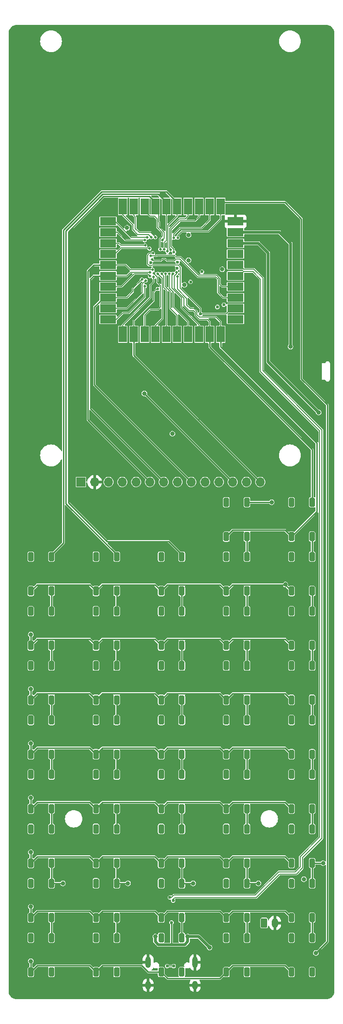
<source format=gbr>
%TF.GenerationSoftware,KiCad,Pcbnew,7.0.5*%
%TF.CreationDate,2023-07-27T14:44:28-03:00*%
%TF.ProjectId,Open_Machinist_Calculator,4f70656e-5f4d-4616-9368-696e6973745f,rev?*%
%TF.SameCoordinates,Original*%
%TF.FileFunction,Copper,L1,Top*%
%TF.FilePolarity,Positive*%
%FSLAX46Y46*%
G04 Gerber Fmt 4.6, Leading zero omitted, Abs format (unit mm)*
G04 Created by KiCad (PCBNEW 7.0.5) date 2023-07-27 14:44:28*
%MOMM*%
%LPD*%
G01*
G04 APERTURE LIST*
G04 Aperture macros list*
%AMRoundRect*
0 Rectangle with rounded corners*
0 $1 Rounding radius*
0 $2 $3 $4 $5 $6 $7 $8 $9 X,Y pos of 4 corners*
0 Add a 4 corners polygon primitive as box body*
4,1,4,$2,$3,$4,$5,$6,$7,$8,$9,$2,$3,0*
0 Add four circle primitives for the rounded corners*
1,1,$1+$1,$2,$3*
1,1,$1+$1,$4,$5*
1,1,$1+$1,$6,$7*
1,1,$1+$1,$8,$9*
0 Add four rect primitives between the rounded corners*
20,1,$1+$1,$2,$3,$4,$5,0*
20,1,$1+$1,$4,$5,$6,$7,0*
20,1,$1+$1,$6,$7,$8,$9,0*
20,1,$1+$1,$8,$9,$2,$3,0*%
G04 Aperture macros list end*
%TA.AperFunction,SMDPad,CuDef*%
%ADD10RoundRect,0.250000X-0.250000X0.600000X-0.250000X-0.600000X0.250000X-0.600000X0.250000X0.600000X0*%
%TD*%
%TA.AperFunction,ComponentPad*%
%ADD11R,1.700000X1.700000*%
%TD*%
%TA.AperFunction,ComponentPad*%
%ADD12O,1.700000X1.700000*%
%TD*%
%TA.AperFunction,ComponentPad*%
%ADD13C,1.350000*%
%TD*%
%TA.AperFunction,SMDPad,CuDef*%
%ADD14R,3.000000X1.500000*%
%TD*%
%TA.AperFunction,ComponentPad*%
%ADD15O,1.350000X1.350000*%
%TD*%
%TA.AperFunction,ComponentPad*%
%ADD16RoundRect,0.250000X-0.350000X-0.625000X0.350000X-0.625000X0.350000X0.625000X-0.350000X0.625000X0*%
%TD*%
%TA.AperFunction,ComponentPad*%
%ADD17O,1.200000X1.750000*%
%TD*%
%TA.AperFunction,SMDPad,CuDef*%
%ADD18R,1.500000X3.000000*%
%TD*%
%TA.AperFunction,ComponentPad*%
%ADD19O,1.000000X1.600000*%
%TD*%
%TA.AperFunction,ComponentPad*%
%ADD20O,1.000000X2.100000*%
%TD*%
%TA.AperFunction,ViaPad*%
%ADD21C,0.800000*%
%TD*%
%TA.AperFunction,ViaPad*%
%ADD22C,0.500000*%
%TD*%
%TA.AperFunction,ViaPad*%
%ADD23C,0.600000*%
%TD*%
%TA.AperFunction,Conductor*%
%ADD24C,0.150000*%
%TD*%
%TA.AperFunction,Conductor*%
%ADD25C,0.250000*%
%TD*%
%TA.AperFunction,Conductor*%
%ADD26C,0.500000*%
%TD*%
%TA.AperFunction,Conductor*%
%ADD27C,0.200000*%
%TD*%
G04 APERTURE END LIST*
D10*
%TO.P,S24,1,Pin1*%
%TO.N,ROW6*%
X92100000Y-181700000D03*
%TO.P,S24,2,Pin1*%
X92100000Y-188000000D03*
%TO.P,S24,3,Pin2*%
%TO.N,COL2*%
X95900000Y-188000000D03*
%TO.P,S24,4,Pin2*%
X95900000Y-181700000D03*
%TD*%
%TO.P,S16,1,Pin1*%
%TO.N,ROW4*%
X116100000Y-161700000D03*
%TO.P,S16,2,Pin1*%
X116100000Y-168000000D03*
%TO.P,S16,3,Pin2*%
%TO.N,COL4*%
X119900000Y-168000000D03*
%TO.P,S16,4,Pin2*%
X119900000Y-161700000D03*
%TD*%
%TO.P,S34,1,Pin1*%
%TO.N,ROW8*%
X92100000Y-201700000D03*
%TO.P,S34,2,Pin1*%
X92100000Y-208000000D03*
%TO.P,S34,3,Pin2*%
%TO.N,COL2*%
X95900000Y-208000000D03*
%TO.P,S34,4,Pin2*%
X95900000Y-201700000D03*
%TD*%
%TO.P,S42,1,Pin1*%
%TO.N,ROW9*%
X128100000Y-211700000D03*
%TO.P,S42,2,Pin1*%
X128100000Y-218000000D03*
%TO.P,S42,3,Pin2*%
%TO.N,COL5*%
X131900000Y-218000000D03*
%TO.P,S42,4,Pin2*%
X131900000Y-211700000D03*
%TD*%
%TO.P,S4,1,Pin1*%
%TO.N,ROW2*%
X92100000Y-141700000D03*
%TO.P,S4,2,Pin1*%
X92100000Y-148000000D03*
%TO.P,S4,3,Pin2*%
%TO.N,COL2*%
X95900000Y-148000000D03*
%TO.P,S4,4,Pin2*%
X95900000Y-141700000D03*
%TD*%
%TO.P,S38,1,Pin1*%
%TO.N,ROW9*%
X80100000Y-211700000D03*
%TO.P,S38,2,Pin1*%
X80100000Y-218000000D03*
%TO.P,S38,3,Pin2*%
%TO.N,COL1*%
X83900000Y-218000000D03*
%TO.P,S38,4,Pin2*%
X83900000Y-211700000D03*
%TD*%
%TO.P,S32,1,Pin1*%
%TO.N,ROW7*%
X128100000Y-191700000D03*
%TO.P,S32,2,Pin1*%
X128100000Y-198000000D03*
%TO.P,S32,3,Pin2*%
%TO.N,COL5*%
X131900000Y-198000000D03*
%TO.P,S32,4,Pin2*%
X131900000Y-191700000D03*
%TD*%
%TO.P,S3,1,Pin1*%
%TO.N,ROW2*%
X80100000Y-141700000D03*
%TO.P,S3,2,Pin1*%
X80100000Y-148000000D03*
%TO.P,S3,3,Pin2*%
%TO.N,COL1*%
X83900000Y-148000000D03*
%TO.P,S3,4,Pin2*%
X83900000Y-141700000D03*
%TD*%
%TO.P,S25,1,Pin1*%
%TO.N,ROW6*%
X104100000Y-181700000D03*
%TO.P,S25,2,Pin1*%
X104100000Y-188000000D03*
%TO.P,S25,3,Pin2*%
%TO.N,COL3*%
X107900000Y-188000000D03*
%TO.P,S25,4,Pin2*%
X107900000Y-181700000D03*
%TD*%
%TO.P,S1,1,Pin1*%
%TO.N,ROW1*%
X116100000Y-131700000D03*
%TO.P,S1,2,Pin1*%
X116100000Y-138000000D03*
%TO.P,S1,3,Pin2*%
%TO.N,COL4*%
X119900000Y-138000000D03*
%TO.P,S1,4,Pin2*%
X119900000Y-131700000D03*
%TD*%
%TO.P,S23,1,Pin1*%
%TO.N,ROW6*%
X80100000Y-181700000D03*
%TO.P,S23,2,Pin1*%
X80100000Y-188000000D03*
%TO.P,S23,3,Pin2*%
%TO.N,COL1*%
X83900000Y-188000000D03*
%TO.P,S23,4,Pin2*%
X83900000Y-181700000D03*
%TD*%
D11*
%TO.P,J3,1,Pin_1*%
%TO.N,VDC*%
X89325000Y-127975000D03*
D12*
%TO.P,J3,2,Pin_2*%
%TO.N,GND*%
X91865000Y-127975000D03*
%TO.P,J3,3,Pin_3*%
%TO.N,CS*%
X94405000Y-127975000D03*
%TO.P,J3,4,Pin_4*%
%TO.N,RESET*%
X96945000Y-127975000D03*
%TO.P,J3,5,Pin_5*%
%TO.N,DC*%
X99485000Y-127975000D03*
%TO.P,J3,6,Pin_6*%
%TO.N,SDI(MISO)*%
X102025000Y-127975000D03*
%TO.P,J3,7,Pin_7*%
%TO.N,SCK*%
X104565000Y-127975000D03*
%TO.P,J3,8,Pin_8*%
%TO.N,LED*%
X107105000Y-127975000D03*
%TO.P,J3,9,Pin_9*%
%TO.N,SDO(MISO)*%
X109645000Y-127975000D03*
%TO.P,J3,10,Pin_10*%
%TO.N,T_CLK*%
X112185000Y-127975000D03*
%TO.P,J3,11,Pin_11*%
%TO.N,T_CS*%
X114725000Y-127975000D03*
%TO.P,J3,12,Pin_12*%
%TO.N,T_DIN*%
X117265000Y-127975000D03*
%TO.P,J3,13,Pin_13*%
%TO.N,T_DO*%
X119805000Y-127975000D03*
%TO.P,J3,14,Pin_14*%
%TO.N,T_IRQ*%
X122345000Y-127975000D03*
%TD*%
D10*
%TO.P,S28,1,Pin1*%
%TO.N,ROW7*%
X80100000Y-191700000D03*
%TO.P,S28,2,Pin1*%
X80100000Y-198000000D03*
%TO.P,S28,3,Pin2*%
%TO.N,COL1*%
X83900000Y-198000000D03*
%TO.P,S28,4,Pin2*%
X83900000Y-191700000D03*
%TD*%
%TO.P,S20,1,Pin1*%
%TO.N,ROW5*%
X104100000Y-171700000D03*
%TO.P,S20,2,Pin1*%
X104100000Y-178000000D03*
%TO.P,S20,3,Pin2*%
%TO.N,COL3*%
X107900000Y-178000000D03*
%TO.P,S20,4,Pin2*%
X107900000Y-171700000D03*
%TD*%
%TO.P,S30,1,Pin1*%
%TO.N,ROW7*%
X104100000Y-191700000D03*
%TO.P,S30,2,Pin1*%
X104100000Y-198000000D03*
%TO.P,S30,3,Pin2*%
%TO.N,COL3*%
X107900000Y-198000000D03*
%TO.P,S30,4,Pin2*%
X107900000Y-191700000D03*
%TD*%
%TO.P,S11,1,Pin1*%
%TO.N,ROW3*%
X116100000Y-151700000D03*
%TO.P,S11,2,Pin1*%
X116100000Y-158000000D03*
%TO.P,S11,3,Pin2*%
%TO.N,COL4*%
X119900000Y-158000000D03*
%TO.P,S11,4,Pin2*%
X119900000Y-151700000D03*
%TD*%
%TO.P,S2,1,Pin1*%
%TO.N,ROW1*%
X128100000Y-131700000D03*
%TO.P,S2,2,Pin1*%
X128100000Y-138000000D03*
%TO.P,S2,3,Pin2*%
%TO.N,COL5*%
X131900000Y-138000000D03*
%TO.P,S2,4,Pin2*%
X131900000Y-131700000D03*
%TD*%
%TO.P,S10,1,Pin1*%
%TO.N,ROW3*%
X104100000Y-151700000D03*
%TO.P,S10,2,Pin1*%
X104100000Y-158000000D03*
%TO.P,S10,3,Pin2*%
%TO.N,COL3*%
X107900000Y-158000000D03*
%TO.P,S10,4,Pin2*%
X107900000Y-151700000D03*
%TD*%
%TO.P,S7,1,Pin1*%
%TO.N,ROW2*%
X128100000Y-141700000D03*
%TO.P,S7,2,Pin1*%
X128100000Y-148000000D03*
%TO.P,S7,3,Pin2*%
%TO.N,COL5*%
X131900000Y-148000000D03*
%TO.P,S7,4,Pin2*%
X131900000Y-141700000D03*
%TD*%
%TO.P,S40,1,Pin1*%
%TO.N,ROW9*%
X104100000Y-211700000D03*
%TO.P,S40,2,Pin1*%
X104100000Y-218000000D03*
%TO.P,S40,3,Pin2*%
%TO.N,COL3*%
X107900000Y-218000000D03*
%TO.P,S40,4,Pin2*%
X107900000Y-211700000D03*
%TD*%
%TO.P,S35,1,Pin1*%
%TO.N,ROW8*%
X104100000Y-201700000D03*
%TO.P,S35,2,Pin1*%
X104100000Y-208000000D03*
%TO.P,S35,3,Pin2*%
%TO.N,COL3*%
X107900000Y-208000000D03*
%TO.P,S35,4,Pin2*%
X107900000Y-201700000D03*
%TD*%
%TO.P,S27,1,Pin1*%
%TO.N,ROW6*%
X128100000Y-181700000D03*
%TO.P,S27,2,Pin1*%
X128100000Y-188000000D03*
%TO.P,S27,3,Pin2*%
%TO.N,COL5*%
X131900000Y-188000000D03*
%TO.P,S27,4,Pin2*%
X131900000Y-181700000D03*
%TD*%
%TO.P,S13,1,Pin1*%
%TO.N,ROW4*%
X80100000Y-161700000D03*
%TO.P,S13,2,Pin1*%
X80100000Y-168000000D03*
%TO.P,S13,3,Pin2*%
%TO.N,COL1*%
X83900000Y-168000000D03*
%TO.P,S13,4,Pin2*%
X83900000Y-161700000D03*
%TD*%
%TO.P,S8,1,Pin1*%
%TO.N,ROW3*%
X80100000Y-151700000D03*
%TO.P,S8,2,Pin1*%
X80100000Y-158000000D03*
%TO.P,S8,3,Pin2*%
%TO.N,COL1*%
X83900000Y-158000000D03*
%TO.P,S8,4,Pin2*%
X83900000Y-151700000D03*
%TD*%
%TO.P,S41,1,Pin1*%
%TO.N,ROW9*%
X116100000Y-211700000D03*
%TO.P,S41,2,Pin1*%
X116100000Y-218000000D03*
%TO.P,S41,3,Pin2*%
%TO.N,COL4*%
X119900000Y-218000000D03*
%TO.P,S41,4,Pin2*%
X119900000Y-211700000D03*
%TD*%
%TO.P,S36,1,Pin1*%
%TO.N,ROW8*%
X116100000Y-201700000D03*
%TO.P,S36,2,Pin1*%
X116100000Y-208000000D03*
%TO.P,S36,3,Pin2*%
%TO.N,COL4*%
X119900000Y-208000000D03*
%TO.P,S36,4,Pin2*%
X119900000Y-201700000D03*
%TD*%
%TO.P,S12,1,Pin1*%
%TO.N,ROW3*%
X128100000Y-151700000D03*
%TO.P,S12,2,Pin1*%
X128100000Y-158000000D03*
%TO.P,S12,3,Pin2*%
%TO.N,COL5*%
X131900000Y-158000000D03*
%TO.P,S12,4,Pin2*%
X131900000Y-151700000D03*
%TD*%
%TO.P,S22,1,Pin1*%
%TO.N,ROW5*%
X128100000Y-171700000D03*
%TO.P,S22,2,Pin1*%
X128100000Y-178000000D03*
%TO.P,S22,3,Pin2*%
%TO.N,COL5*%
X131900000Y-178000000D03*
%TO.P,S22,4,Pin2*%
X131900000Y-171700000D03*
%TD*%
%TO.P,S5,1,Pin1*%
%TO.N,ROW2*%
X104100000Y-141700000D03*
%TO.P,S5,2,Pin1*%
X104100000Y-148000000D03*
%TO.P,S5,3,Pin2*%
%TO.N,COL3*%
X107900000Y-148000000D03*
%TO.P,S5,4,Pin2*%
X107900000Y-141700000D03*
%TD*%
%TO.P,S9,1,Pin1*%
%TO.N,ROW3*%
X92100000Y-151700000D03*
%TO.P,S9,2,Pin1*%
X92100000Y-158000000D03*
%TO.P,S9,3,Pin2*%
%TO.N,COL2*%
X95900000Y-158000000D03*
%TO.P,S9,4,Pin2*%
X95900000Y-151700000D03*
%TD*%
%TO.P,S39,1,Pin1*%
%TO.N,ROW9*%
X92100000Y-211700000D03*
%TO.P,S39,2,Pin1*%
X92100000Y-218000000D03*
%TO.P,S39,3,Pin2*%
%TO.N,COL2*%
X95900000Y-218000000D03*
%TO.P,S39,4,Pin2*%
X95900000Y-211700000D03*
%TD*%
%TO.P,S31,1,Pin1*%
%TO.N,ROW7*%
X116100000Y-191700000D03*
%TO.P,S31,2,Pin1*%
X116100000Y-198000000D03*
%TO.P,S31,3,Pin2*%
%TO.N,COL4*%
X119900000Y-198000000D03*
%TO.P,S31,4,Pin2*%
X119900000Y-191700000D03*
%TD*%
%TO.P,S17,1,Pin1*%
%TO.N,ROW4*%
X128100000Y-161700000D03*
%TO.P,S17,2,Pin1*%
X128100000Y-168000000D03*
%TO.P,S17,3,Pin2*%
%TO.N,COL5*%
X131900000Y-168000000D03*
%TO.P,S17,4,Pin2*%
X131900000Y-161700000D03*
%TD*%
%TO.P,S26,1,Pin1*%
%TO.N,ROW6*%
X116100000Y-181700000D03*
%TO.P,S26,2,Pin1*%
X116100000Y-188000000D03*
%TO.P,S26,3,Pin2*%
%TO.N,COL4*%
X119900000Y-188000000D03*
%TO.P,S26,4,Pin2*%
X119900000Y-181700000D03*
%TD*%
%TO.P,S21,1,Pin1*%
%TO.N,ROW5*%
X116100000Y-171700000D03*
%TO.P,S21,2,Pin1*%
X116100000Y-178000000D03*
%TO.P,S21,3,Pin2*%
%TO.N,COL4*%
X119900000Y-178000000D03*
%TO.P,S21,4,Pin2*%
X119900000Y-171700000D03*
%TD*%
%TO.P,S18,1,Pin1*%
%TO.N,ROW5*%
X80100000Y-171700000D03*
%TO.P,S18,2,Pin1*%
X80100000Y-178000000D03*
%TO.P,S18,3,Pin2*%
%TO.N,COL1*%
X83900000Y-178000000D03*
%TO.P,S18,4,Pin2*%
X83900000Y-171700000D03*
%TD*%
%TO.P,S6,1,Pin1*%
%TO.N,ROW2*%
X116100000Y-141700000D03*
%TO.P,S6,2,Pin1*%
X116100000Y-148000000D03*
%TO.P,S6,3,Pin2*%
%TO.N,COL4*%
X119900000Y-148000000D03*
%TO.P,S6,4,Pin2*%
X119900000Y-141700000D03*
%TD*%
%TO.P,S14,1,Pin1*%
%TO.N,ROW4*%
X92100000Y-161700000D03*
%TO.P,S14,2,Pin1*%
X92100000Y-168000000D03*
%TO.P,S14,3,Pin2*%
%TO.N,COL2*%
X95900000Y-168000000D03*
%TO.P,S14,4,Pin2*%
X95900000Y-161700000D03*
%TD*%
%TO.P,S29,1,Pin1*%
%TO.N,ROW7*%
X92100000Y-191700000D03*
%TO.P,S29,2,Pin1*%
X92100000Y-198000000D03*
%TO.P,S29,3,Pin2*%
%TO.N,COL2*%
X95900000Y-198000000D03*
%TO.P,S29,4,Pin2*%
X95900000Y-191700000D03*
%TD*%
%TO.P,S15,1,Pin1*%
%TO.N,ROW4*%
X104100000Y-161700000D03*
%TO.P,S15,2,Pin1*%
X104100000Y-168000000D03*
%TO.P,S15,3,Pin2*%
%TO.N,COL3*%
X107900000Y-168000000D03*
%TO.P,S15,4,Pin2*%
X107900000Y-161700000D03*
%TD*%
%TO.P,S19,1,Pin1*%
%TO.N,ROW5*%
X92100000Y-171700000D03*
%TO.P,S19,2,Pin1*%
X92100000Y-178000000D03*
%TO.P,S19,3,Pin2*%
%TO.N,COL2*%
X95900000Y-178000000D03*
%TO.P,S19,4,Pin2*%
X95900000Y-171700000D03*
%TD*%
%TO.P,S33,1,Pin1*%
%TO.N,ROW8*%
X80100000Y-201700000D03*
%TO.P,S33,2,Pin1*%
X80100000Y-208000000D03*
%TO.P,S33,3,Pin2*%
%TO.N,COL1*%
X83900000Y-208000000D03*
%TO.P,S33,4,Pin2*%
X83900000Y-201700000D03*
%TD*%
%TO.P,S37,1,Pin1*%
%TO.N,ROW8*%
X128100000Y-201700000D03*
%TO.P,S37,2,Pin1*%
X128100000Y-208000000D03*
%TO.P,S37,3,Pin2*%
%TO.N,COL5*%
X131900000Y-208000000D03*
%TO.P,S37,4,Pin2*%
X131900000Y-201700000D03*
%TD*%
D13*
%TO.P,J7,1,Pin_1*%
%TO.N,DC*%
X93550000Y-98099994D03*
D14*
X94300000Y-98099994D03*
D13*
X95050000Y-98099994D03*
D15*
%TO.P,J7,2,Pin_2*%
%TO.N,RESET*%
X93550000Y-96099994D03*
D14*
X94300000Y-96099994D03*
D15*
X95050000Y-96099994D03*
%TO.P,J7,3,Pin_3*%
%TO.N,SDO(MISO)*%
X93550000Y-94099994D03*
D14*
X94300000Y-94099994D03*
D15*
X95050000Y-94099994D03*
%TO.P,J7,4,Pin_4*%
%TO.N,CS*%
X93550000Y-92099994D03*
D14*
X94300000Y-92099994D03*
D15*
X95050000Y-92099994D03*
%TO.P,J7,5,Pin_5*%
%TO.N,SCK*%
X93550000Y-90099994D03*
D14*
X94300000Y-90099994D03*
D15*
X95050000Y-90099994D03*
%TO.P,J7,6,Pin_6*%
%TO.N,SDI(MISO)*%
X93550000Y-88099994D03*
D14*
X94300000Y-88099994D03*
D15*
X95050000Y-88099994D03*
%TO.P,J7,7,Pin_7*%
%TO.N,ROW3*%
X93550000Y-86099994D03*
D14*
X94300000Y-86099994D03*
D15*
X95050000Y-86099994D03*
%TO.P,J7,8,Pin_8*%
%TO.N,ROW4*%
X93550000Y-84099994D03*
D14*
X94300000Y-84099994D03*
D15*
X95050000Y-84099994D03*
%TO.P,J7,9,Pin_9*%
%TO.N,ROW5*%
X93550000Y-82099994D03*
D14*
X94300000Y-82099994D03*
D15*
X95050000Y-82099994D03*
%TO.P,J7,10,Pin_10*%
%TO.N,ROW6*%
X93550000Y-80099994D03*
D14*
X94300000Y-80099994D03*
D15*
X95050000Y-80099994D03*
%TD*%
D16*
%TO.P,J2,1,Pin_1*%
%TO.N,VBAT*%
X123050000Y-208987500D03*
D17*
%TO.P,J2,2,Pin_2*%
%TO.N,GND*%
X125050000Y-208987500D03*
%TD*%
D13*
%TO.P,J6,1,Pin_1*%
%TO.N,ADC_BAT*%
X115050000Y-78099994D03*
D18*
X115050000Y-77349994D03*
D13*
X115050000Y-76599994D03*
D15*
%TO.P,J6,2,Pin_2*%
%TO.N,/MCU/GPIO28*%
X113050000Y-78099994D03*
D18*
X113050000Y-77349994D03*
D15*
X113050000Y-76599994D03*
%TO.P,J6,3,Pin_3*%
%TO.N,/MCU/GPIO27*%
X111050000Y-78099994D03*
D18*
X111050000Y-77349994D03*
D15*
X111050000Y-76599994D03*
%TO.P,J6,4,Pin_4*%
%TO.N,/MCU/GPIO26*%
X109050000Y-78099994D03*
D18*
X109050000Y-77349994D03*
D15*
X109050000Y-76599994D03*
%TO.P,J6,5,Pin_5*%
%TO.N,COL1*%
X107050000Y-78099994D03*
D18*
X107050000Y-77349994D03*
D15*
X107050000Y-76599994D03*
%TO.P,J6,6,Pin_6*%
%TO.N,COL2*%
X105050000Y-78099994D03*
D18*
X105050000Y-77349994D03*
D15*
X105050000Y-76599994D03*
%TO.P,J6,7,Pin_7*%
%TO.N,COL3*%
X103050000Y-78099994D03*
D18*
X103050000Y-77349994D03*
D15*
X103050000Y-76599994D03*
%TO.P,J6,8,Pin_8*%
%TO.N,ROW9*%
X101050000Y-78099994D03*
D18*
X101050000Y-77349994D03*
D15*
X101050000Y-76599994D03*
%TO.P,J6,9,Pin_9*%
%TO.N,ROW8*%
X99050000Y-78099994D03*
D18*
X99050000Y-77349994D03*
D15*
X99050000Y-76599994D03*
%TO.P,J6,10,Pin_10*%
%TO.N,ROW7*%
X97050000Y-78099994D03*
D18*
X97050000Y-77349994D03*
D15*
X97050000Y-76599994D03*
%TD*%
D13*
%TO.P,J5,1,Pin_1*%
%TO.N,ROW1*%
X115050000Y-101599994D03*
D18*
X115050000Y-100849994D03*
D13*
X115050000Y-100099994D03*
D15*
%TO.P,J5,2,Pin_2*%
%TO.N,COL5*%
X113050000Y-101599994D03*
D18*
X113050000Y-100849994D03*
D15*
X113050000Y-100099994D03*
%TO.P,J5,3,Pin_3*%
%TO.N,ROW2*%
X111050000Y-101599994D03*
D18*
X111050000Y-100849994D03*
D15*
X111050000Y-100099994D03*
%TO.P,J5,4,Pin_4*%
%TO.N,COL4*%
X109050000Y-101599994D03*
D18*
X109050000Y-100849994D03*
D15*
X109050000Y-100099994D03*
%TO.P,J5,5,Pin_5*%
%TO.N,T_DO*%
X107050000Y-101599994D03*
D18*
X107050000Y-100849994D03*
D15*
X107050000Y-100099994D03*
%TO.P,J5,6,Pin_6*%
%TO.N,T_CS*%
X105050000Y-101599994D03*
D18*
X105050000Y-100849994D03*
D15*
X105050000Y-100099994D03*
%TO.P,J5,7,Pin_7*%
%TO.N,T_CLK*%
X103050000Y-101599994D03*
D18*
X103050000Y-100849994D03*
D15*
X103050000Y-100099994D03*
%TO.P,J5,8,Pin_8*%
%TO.N,T_DIN*%
X101050000Y-101599994D03*
D18*
X101050000Y-100849994D03*
D15*
X101050000Y-100099994D03*
%TO.P,J5,9,Pin_9*%
%TO.N,T_IRQ*%
X99050000Y-101599994D03*
D18*
X99050000Y-100849994D03*
D15*
X99050000Y-100099994D03*
%TO.P,J5,10,Pin_10*%
%TO.N,/MCU/GPIO9*%
X97050000Y-101599994D03*
D18*
X97050000Y-100849994D03*
D15*
X97050000Y-100099994D03*
%TD*%
D19*
%TO.P,J1,13,SHIELD*%
%TO.N,GND*%
X110340000Y-220420000D03*
D20*
X110340000Y-216240000D03*
D19*
X101700000Y-220420000D03*
D20*
X101700000Y-216240000D03*
%TD*%
D13*
%TO.P,J4,1,Pin_1*%
%TO.N,USBBOOT*%
X117050000Y-98099994D03*
D14*
X117800000Y-98099994D03*
D13*
X118550000Y-98099994D03*
D15*
%TO.P,J4,2,Pin_2*%
%TO.N,/MCU/~{RESET}*%
X117050000Y-96099994D03*
D14*
X117800000Y-96099994D03*
D15*
X118550000Y-96099994D03*
%TO.P,J4,3,Pin_3*%
%TO.N,/MCU/SWCLK*%
X117050000Y-94099994D03*
D14*
X117800000Y-94099994D03*
D15*
X118550000Y-94099994D03*
%TO.P,J4,4,Pin_4*%
%TO.N,/MCU/SWDIO*%
X117050000Y-92099994D03*
D14*
X117800000Y-92099994D03*
D15*
X118550000Y-92099994D03*
%TO.P,J4,5,Pin_5*%
%TO.N,D+*%
X117050000Y-90099994D03*
D14*
X117800000Y-90099994D03*
D15*
X118550000Y-90099994D03*
%TO.P,J4,6,Pin_6*%
%TO.N,D-*%
X117050000Y-88099994D03*
D14*
X117800000Y-88099994D03*
D15*
X118550000Y-88099994D03*
%TO.P,J4,7,Pin_7*%
%TO.N,VDC*%
X117050000Y-86099994D03*
D14*
X117800000Y-86099994D03*
D15*
X118550000Y-86099994D03*
%TO.P,J4,8,Pin_8*%
%TO.N,+5V*%
X117050000Y-84099994D03*
D14*
X117800000Y-84099994D03*
D15*
X118550000Y-84099994D03*
%TO.P,J4,9,Pin_9*%
%TO.N,VBAT*%
X117050000Y-82099994D03*
D14*
X117800000Y-82099994D03*
D15*
X118550000Y-82099994D03*
%TO.P,J4,10,Pin_10*%
%TO.N,GND*%
X117050000Y-80099994D03*
D14*
X117800000Y-80099994D03*
D15*
X118550000Y-80099994D03*
%TD*%
D21*
%TO.N,VDC*%
X106155000Y-119100000D03*
D22*
%TO.N,COL1*%
X105250000Y-85599994D03*
D21*
X86000000Y-201700000D03*
%TO.N,COL4*%
X124435000Y-131700000D03*
X122000000Y-201700000D03*
D22*
X105600000Y-89699994D03*
%TO.N,COL5*%
X106900000Y-89499994D03*
D21*
X133900000Y-198000000D03*
D22*
%TO.N,COL2*%
X104650000Y-85199994D03*
D21*
X98000000Y-201700000D03*
%TO.N,COL3*%
X110000000Y-201700000D03*
D22*
X104350000Y-83524994D03*
%TO.N,ROW1*%
X107060876Y-90260870D03*
D21*
%TO.N,ROW2*%
X126975000Y-146800000D03*
D22*
X106250000Y-89699994D03*
%TO.N,ROW3*%
X101950000Y-85099994D03*
D21*
X80100000Y-156000000D03*
D22*
%TO.N,ROW4*%
X101150000Y-84499994D03*
D21*
X80100000Y-166000000D03*
D22*
%TO.N,ROW5*%
X101050000Y-83549994D03*
D21*
X80100000Y-176000000D03*
D22*
%TO.N,ROW6*%
X101550000Y-83049994D03*
D21*
X80100000Y-186000000D03*
D22*
%TO.N,ROW7*%
X102250000Y-82999994D03*
D21*
X80100000Y-196000000D03*
%TO.N,ROW8*%
X80100000Y-206000000D03*
D22*
X103000000Y-82999994D03*
%TO.N,ROW9*%
X103950000Y-85199994D03*
D21*
X80100000Y-216000000D03*
D23*
%TO.N,GND*%
X111735000Y-208000000D03*
X107300000Y-95199994D03*
X103150000Y-95399994D03*
X111550000Y-91099994D03*
X109450000Y-95199994D03*
X115450000Y-93099994D03*
X114174265Y-81775729D03*
X109850000Y-97099994D03*
X112800000Y-91099994D03*
X114050000Y-93099994D03*
X110850000Y-87349994D03*
X105550000Y-88699994D03*
X112800000Y-93099994D03*
X102650000Y-92199994D03*
X111450000Y-95399994D03*
X103550000Y-88699994D03*
X114050000Y-91099994D03*
X109175000Y-80574994D03*
X111550000Y-93099994D03*
X103550000Y-86849994D03*
X104500000Y-81149994D03*
X103250000Y-93299994D03*
X105550000Y-86849994D03*
X112400000Y-84849994D03*
X104550000Y-87599994D03*
X115450000Y-91099994D03*
X100000000Y-90249994D03*
D21*
%TO.N,/USB-C connector/VUSB_RAW*%
X109000000Y-211500000D03*
X113000000Y-213500000D03*
X103000000Y-211500000D03*
D23*
X106000000Y-208900000D03*
D22*
%TO.N,CS*%
X102050000Y-90149994D03*
%TO.N,RESET*%
X101250000Y-90949994D03*
%TO.N,DC*%
X101100000Y-91999994D03*
%TO.N,SDI(MISO)*%
X102500000Y-88949994D03*
%TO.N,SCK*%
X102050000Y-89449994D03*
%TO.N,SDO(MISO)*%
X100550000Y-90749994D03*
%TO.N,T_CLK*%
X103500000Y-89699994D03*
%TO.N,T_CS*%
X104200000Y-89749994D03*
%TO.N,T_DIN*%
X102771114Y-89657766D03*
D21*
X101000000Y-111700000D03*
D22*
%TO.N,T_DO*%
X104900000Y-89749994D03*
%TO.N,T_IRQ*%
X103450000Y-92499994D03*
%TO.N,ADC_BAT*%
X107150000Y-83099994D03*
D21*
X132600000Y-214500000D03*
D23*
%TO.N,D-*%
X106300521Y-204900521D03*
%TO.N,D+*%
X105699479Y-204299479D03*
D21*
%TO.N,+5V*%
X133100000Y-115200000D03*
%TO.N,VBAT*%
X127900000Y-103100000D03*
D23*
%TO.N,Net-(U3-VREG_VOUT)*%
X107110680Y-87607858D03*
X102150000Y-87699994D03*
%TO.N,Net-(J1-DP1)*%
X105200000Y-216900000D03*
X106400000Y-216900000D03*
D22*
%TO.N,/MCU/~{RESET}*%
X102581302Y-85944873D03*
D23*
X111350000Y-97099994D03*
D22*
%TO.N,/MCU/SWCLK*%
X102419232Y-87053837D03*
%TO.N,/MCU/SWDIO*%
X102169730Y-86447972D03*
%TO.N,/MCU/GPIO28*%
X106450000Y-83099994D03*
%TO.N,/MCU/GPIO27*%
X106450000Y-85699994D03*
%TO.N,/MCU/GPIO26*%
X105850000Y-85299994D03*
D23*
%TO.N,/MCU/~{QSPI_CS}*%
X109525000Y-91199994D03*
X114462500Y-95812494D03*
%TO.N,/MCU/QSPI_SCLK*%
X107050000Y-88699994D03*
X111600000Y-89324994D03*
D21*
%TO.N,VDC*%
X109150000Y-87224994D03*
X97829977Y-81279971D03*
X115350000Y-88899994D03*
X109157966Y-82599994D03*
D23*
X115650000Y-95399994D03*
D21*
X108400000Y-91749994D03*
X130370000Y-200960000D03*
D22*
%TO.N,/MCU/GPIO9*%
X102700000Y-90349994D03*
%TD*%
D24*
%TO.N,COL1*%
X105350020Y-80799974D02*
X107050000Y-79099994D01*
D25*
X83900000Y-201700000D02*
X86000000Y-201700000D01*
X105075000Y-74624994D02*
X107050000Y-76599994D01*
X83900000Y-141700000D02*
X83900000Y-141400000D01*
X83900000Y-148000000D02*
X83900000Y-151700000D01*
X86100000Y-81657208D02*
X93132214Y-74624994D01*
X83900000Y-168000000D02*
X83900000Y-171700000D01*
X83900000Y-158000000D02*
X83900000Y-161700000D01*
X83900000Y-198000000D02*
X83900000Y-201700000D01*
D24*
X107050000Y-79099994D02*
X107050000Y-78099994D01*
D25*
X93132214Y-74624994D02*
X105075000Y-74624994D01*
X83900000Y-178000000D02*
X83900000Y-181700000D01*
X83900000Y-141400000D02*
X86100000Y-139200000D01*
X83900000Y-188000000D02*
X83900000Y-191700000D01*
D24*
X105350020Y-85499974D02*
X105350020Y-80799974D01*
D25*
X86100000Y-139200000D02*
X86100000Y-81657208D01*
D24*
X105250000Y-85599994D02*
X105350020Y-85499974D01*
D25*
X83900000Y-208000000D02*
X83900000Y-211700000D01*
%TO.N,COL4*%
X119900000Y-131700000D02*
X124435000Y-131700000D01*
D24*
X105600000Y-89699994D02*
X105600000Y-92349994D01*
X109050000Y-98549994D02*
X109050000Y-100099994D01*
D25*
X119900000Y-208000000D02*
X119900000Y-211700000D01*
D24*
X106350000Y-95849994D02*
X109050000Y-98549994D01*
D25*
X119900000Y-138000000D02*
X119900000Y-141700000D01*
X119900000Y-188000000D02*
X119900000Y-191700000D01*
X119900000Y-201700000D02*
X122000000Y-201700000D01*
X119900000Y-178000000D02*
X119900000Y-181700000D01*
X119900000Y-148000000D02*
X119900000Y-151700000D01*
X119900000Y-168000000D02*
X119900000Y-171700000D01*
X119900000Y-158000000D02*
X119900000Y-161700000D01*
D24*
X106350000Y-93099994D02*
X106350000Y-95849994D01*
X105600000Y-92349994D02*
X106350000Y-93099994D01*
D25*
X119900000Y-198000000D02*
X119900000Y-201700000D01*
%TO.N,COL5*%
X113050000Y-101599994D02*
X113050000Y-103150000D01*
X131900000Y-208000000D02*
X131900000Y-211700000D01*
D24*
X106900000Y-89749994D02*
X106524969Y-90125025D01*
X106900000Y-89499994D02*
X106900000Y-89749994D01*
D25*
X131900000Y-198000000D02*
X131900000Y-201700000D01*
D24*
X113050000Y-98549994D02*
X113050000Y-100099994D01*
X110387854Y-97387848D02*
X111100000Y-98099994D01*
X111100000Y-98099994D02*
X112600000Y-98099994D01*
X108300000Y-95549994D02*
X109250000Y-96499994D01*
D25*
X113325000Y-103425000D02*
X131900000Y-122000000D01*
D24*
X106524969Y-92399255D02*
X108300000Y-94174286D01*
X112600000Y-98099994D02*
X113050000Y-98549994D01*
D25*
X131900000Y-188000000D02*
X131900000Y-191700000D01*
X131900000Y-151700000D02*
X131900000Y-148000000D01*
D24*
X109250000Y-96499994D02*
X110100000Y-96499994D01*
D25*
X131900000Y-158000000D02*
X131900000Y-161700000D01*
X131900000Y-138000000D02*
X131900000Y-141700000D01*
D24*
X110100000Y-96499994D02*
X110387854Y-96787848D01*
X106524969Y-90125025D02*
X106524969Y-92399255D01*
D25*
X131900000Y-168000000D02*
X131900000Y-171700000D01*
X131900000Y-178000000D02*
X131900000Y-181700000D01*
D24*
X110387854Y-96787848D02*
X110387854Y-97387848D01*
D25*
X113050000Y-103150000D02*
X113325000Y-103425000D01*
X131900000Y-122000000D02*
X131900000Y-131700000D01*
X131900000Y-198000000D02*
X133900000Y-198000000D01*
D24*
X108300000Y-94174286D02*
X108300000Y-95549994D01*
%TO.N,COL2*%
X105050000Y-83599994D02*
X105050000Y-78099994D01*
D25*
X95900000Y-178000000D02*
X95900000Y-181700000D01*
X86550000Y-131950000D02*
X86550000Y-81843604D01*
X95900000Y-188000000D02*
X95900000Y-191700000D01*
X95900000Y-208000000D02*
X95900000Y-211700000D01*
X95900000Y-141300000D02*
X86550000Y-131950000D01*
X95900000Y-168000000D02*
X95900000Y-171700000D01*
X103525000Y-75074994D02*
X105050000Y-76599994D01*
D24*
X104650000Y-83999994D02*
X105050000Y-83599994D01*
D25*
X95900000Y-148000000D02*
X95900000Y-151700000D01*
X86550000Y-81843604D02*
X93318610Y-75074994D01*
X95900000Y-158000000D02*
X95900000Y-161700000D01*
X95900000Y-201700000D02*
X98000000Y-201700000D01*
X93318610Y-75074994D02*
X103525000Y-75074994D01*
X95900000Y-198000000D02*
X95900000Y-201700000D01*
X95900000Y-141700000D02*
X95900000Y-141300000D01*
D24*
X104650000Y-85199994D02*
X104650000Y-83999994D01*
%TO.N,COL3*%
X104650000Y-82076408D02*
X103687500Y-81113908D01*
D25*
X107900000Y-188000000D02*
X107900000Y-191700000D01*
X87000000Y-82030000D02*
X93505006Y-75524994D01*
X107900000Y-141700000D02*
X107900000Y-141300000D01*
X107900000Y-141300000D02*
X105481802Y-138881802D01*
X107900000Y-158000000D02*
X107900000Y-161700000D01*
X93505006Y-75524994D02*
X101975000Y-75524994D01*
X107900000Y-208000000D02*
X107900000Y-211700000D01*
X94118198Y-138881802D02*
X87000000Y-131763604D01*
X107900000Y-148000000D02*
X107900000Y-151700000D01*
X107900000Y-178000000D02*
X107900000Y-181700000D01*
X101975000Y-75524994D02*
X103050000Y-76599994D01*
X87000000Y-131763604D02*
X87000000Y-82030000D01*
D24*
X103687500Y-81113908D02*
X103687500Y-80162494D01*
X104350000Y-83524994D02*
X104650000Y-83224994D01*
D25*
X105481802Y-138881802D02*
X94118198Y-138881802D01*
D24*
X103650000Y-80124994D02*
X103650000Y-78699994D01*
X103650000Y-78699994D02*
X103050000Y-78099994D01*
X104650000Y-83224994D02*
X104650000Y-82076408D01*
D25*
X107900000Y-201700000D02*
X110000000Y-201700000D01*
X107900000Y-168000000D02*
X107900000Y-171700000D01*
X107900000Y-198000000D02*
X107900000Y-201700000D01*
D24*
%TO.N,ROW1*%
X109450000Y-96099994D02*
X110124292Y-96099994D01*
X110687874Y-96663576D02*
X110687874Y-97214885D01*
X108800000Y-94249994D02*
X108800000Y-95449994D01*
D25*
X116100000Y-138000000D02*
X117275000Y-136825000D01*
D24*
X110124292Y-96099994D02*
X110687874Y-96663576D01*
X114200000Y-97699994D02*
X115050000Y-98549994D01*
D25*
X126925000Y-136825000D02*
X128100000Y-138000000D01*
D24*
X108800000Y-95449994D02*
X109450000Y-96099994D01*
D25*
X115050000Y-101599994D02*
X115050000Y-103150000D01*
D24*
X111172983Y-97699994D02*
X114200000Y-97699994D01*
D25*
X117275000Y-136825000D02*
X126925000Y-136825000D01*
D24*
X107060876Y-92510870D02*
X108800000Y-94249994D01*
X115050000Y-98549994D02*
X115050000Y-100099994D01*
D25*
X132725000Y-120825000D02*
X132725000Y-122400000D01*
D24*
X110687874Y-97214885D02*
X111172983Y-97699994D01*
D25*
X115050000Y-103150000D02*
X115200000Y-103300000D01*
D24*
X107060876Y-90260870D02*
X107060876Y-92510870D01*
D25*
X128100000Y-138000000D02*
X132725000Y-133375000D01*
X132725000Y-133375000D02*
X132725000Y-122400000D01*
X115200000Y-103300000D02*
X132725000Y-120825000D01*
D24*
%TO.N,ROW2*%
X107850000Y-95949994D02*
X107850000Y-94149994D01*
X111050000Y-99149994D02*
X107850000Y-95949994D01*
D25*
X93275000Y-146825000D02*
X102925000Y-146825000D01*
D24*
X107850000Y-94149994D02*
X106050000Y-92349994D01*
D25*
X117275000Y-146825000D02*
X126950000Y-146825000D01*
X104100000Y-148000000D02*
X105275000Y-146825000D01*
X102925000Y-146825000D02*
X104100000Y-148000000D01*
X80100000Y-148000000D02*
X81275000Y-146825000D01*
X116100000Y-148000000D02*
X117275000Y-146825000D01*
D24*
X111050000Y-100099994D02*
X111050000Y-99149994D01*
D25*
X81275000Y-146825000D02*
X90925000Y-146825000D01*
D24*
X106050000Y-92349994D02*
X106050000Y-89899994D01*
D25*
X114925000Y-146825000D02*
X116100000Y-148000000D01*
D24*
X106050000Y-89899994D02*
X106250000Y-89699994D01*
D25*
X126950000Y-146825000D02*
X126975000Y-146800000D01*
X92100000Y-148000000D02*
X93275000Y-146825000D01*
X126925000Y-146825000D02*
X128100000Y-148000000D01*
X105275000Y-146825000D02*
X114925000Y-146825000D01*
X90925000Y-146825000D02*
X92100000Y-148000000D01*
%TO.N,ROW3*%
X92100000Y-158000000D02*
X93275000Y-156825000D01*
X80100000Y-158000000D02*
X81275000Y-156825000D01*
X114925000Y-156825000D02*
X116100000Y-158000000D01*
D24*
X96650000Y-84999994D02*
X101850000Y-84999994D01*
D25*
X117275000Y-156825000D02*
X126925000Y-156825000D01*
D24*
X95050000Y-86099994D02*
X95550000Y-86099994D01*
D25*
X104100000Y-158000000D02*
X105275000Y-156825000D01*
D24*
X95550000Y-86099994D02*
X96650000Y-84999994D01*
D25*
X80100000Y-158000000D02*
X80100000Y-156000000D01*
X81275000Y-156825000D02*
X90925000Y-156825000D01*
X116100000Y-158000000D02*
X117275000Y-156825000D01*
X93275000Y-156825000D02*
X102925000Y-156825000D01*
X102925000Y-156825000D02*
X104100000Y-158000000D01*
X105275000Y-156825000D02*
X114925000Y-156825000D01*
X90925000Y-156825000D02*
X92100000Y-158000000D01*
X126925000Y-156825000D02*
X128100000Y-158000000D01*
D24*
X101850000Y-84999994D02*
X101950000Y-85099994D01*
D25*
%TO.N,ROW4*%
X80100000Y-168000000D02*
X81275000Y-166825000D01*
X105275000Y-166825000D02*
X114925000Y-166825000D01*
X90925000Y-166825000D02*
X92100000Y-168000000D01*
X126925000Y-166825000D02*
X128100000Y-168000000D01*
D24*
X101150000Y-84499994D02*
X96650000Y-84499994D01*
D25*
X93275000Y-166825000D02*
X102925000Y-166825000D01*
X117275000Y-166825000D02*
X126925000Y-166825000D01*
D24*
X96650000Y-84499994D02*
X96250000Y-84099994D01*
D25*
X116100000Y-168000000D02*
X117275000Y-166825000D01*
X81275000Y-166825000D02*
X90925000Y-166825000D01*
X102925000Y-166825000D02*
X104100000Y-168000000D01*
X104100000Y-168000000D02*
X105275000Y-166825000D01*
X114925000Y-166825000D02*
X116100000Y-168000000D01*
X92100000Y-168000000D02*
X93275000Y-166825000D01*
X80100000Y-168000000D02*
X80100000Y-166000000D01*
D24*
X96250000Y-84099994D02*
X95050000Y-84099994D01*
D25*
%TO.N,ROW5*%
X93275000Y-176825000D02*
X102925000Y-176825000D01*
X92100000Y-178000000D02*
X93275000Y-176825000D01*
D24*
X97500000Y-83549994D02*
X96050000Y-82099994D01*
X101050000Y-83549994D02*
X97500000Y-83549994D01*
D25*
X104100000Y-178000000D02*
X105275000Y-176825000D01*
X81275000Y-176825000D02*
X90925000Y-176825000D01*
X126925000Y-176825000D02*
X128100000Y-178000000D01*
X80100000Y-178000000D02*
X80100000Y-176000000D01*
D24*
X96050000Y-82099994D02*
X95050000Y-82099994D01*
D25*
X90925000Y-176825000D02*
X92100000Y-178000000D01*
X102925000Y-176825000D02*
X104100000Y-178000000D01*
X117275000Y-176825000D02*
X126925000Y-176825000D01*
X80100000Y-178000000D02*
X81275000Y-176825000D01*
X116100000Y-178000000D02*
X117275000Y-176825000D01*
X114925000Y-176825000D02*
X116100000Y-178000000D01*
X105275000Y-176825000D02*
X114925000Y-176825000D01*
%TO.N,ROW6*%
X104100000Y-188000000D02*
X105275000Y-186825000D01*
D24*
X95600000Y-80099994D02*
X95050000Y-80099994D01*
D25*
X126925000Y-186825000D02*
X128100000Y-188000000D01*
X114925000Y-186825000D02*
X116100000Y-188000000D01*
X93275000Y-186825000D02*
X102925000Y-186825000D01*
X81275000Y-186825000D02*
X90925000Y-186825000D01*
D24*
X101550000Y-83049994D02*
X98550000Y-83049994D01*
D25*
X90925000Y-186825000D02*
X92100000Y-188000000D01*
X80100000Y-188000000D02*
X81275000Y-186825000D01*
D24*
X98550000Y-83049994D02*
X95600000Y-80099994D01*
D25*
X116100000Y-188000000D02*
X117275000Y-186825000D01*
X117275000Y-186825000D02*
X126925000Y-186825000D01*
X92100000Y-188000000D02*
X93275000Y-186825000D01*
X80100000Y-188000000D02*
X80100000Y-186000000D01*
X105275000Y-186825000D02*
X114925000Y-186825000D01*
X102925000Y-186825000D02*
X104100000Y-188000000D01*
%TO.N,ROW7*%
X80100000Y-198000000D02*
X80100000Y-196000000D01*
D24*
X98875011Y-81625005D02*
X98875011Y-80699988D01*
X101750000Y-82499994D02*
X99750000Y-82499994D01*
D25*
X117275000Y-196825000D02*
X126925000Y-196825000D01*
X105275000Y-196825000D02*
X114925000Y-196825000D01*
X104100000Y-198000000D02*
X105275000Y-196825000D01*
D24*
X102250000Y-82999994D02*
X101750000Y-82499994D01*
D25*
X126925000Y-196825000D02*
X128100000Y-198000000D01*
D24*
X97050000Y-78874977D02*
X97050000Y-78099994D01*
D25*
X92100000Y-198000000D02*
X93275000Y-196825000D01*
X90925000Y-196825000D02*
X92100000Y-198000000D01*
X102925000Y-196825000D02*
X104100000Y-198000000D01*
X116100000Y-198000000D02*
X117275000Y-196825000D01*
X80100000Y-198000000D02*
X81275000Y-196825000D01*
X81275000Y-196825000D02*
X90925000Y-196825000D01*
D24*
X99750000Y-82499994D02*
X98875011Y-81625005D01*
D25*
X114925000Y-196825000D02*
X116100000Y-198000000D01*
D24*
X98875011Y-80699988D02*
X97050000Y-78874977D01*
D25*
X93275000Y-196825000D02*
X102925000Y-196825000D01*
%TO.N,ROW8*%
X126925000Y-206825000D02*
X128100000Y-208000000D01*
X90925000Y-206825000D02*
X92100000Y-208000000D01*
D24*
X103000000Y-82999994D02*
X103000000Y-82949994D01*
D25*
X116100000Y-208000000D02*
X117275000Y-206825000D01*
X104100000Y-208000000D02*
X105275000Y-206825000D01*
X102925000Y-206825000D02*
X104100000Y-208000000D01*
D24*
X102150000Y-82099994D02*
X100050000Y-82099994D01*
X99350000Y-80799994D02*
X99350000Y-79299994D01*
X99350000Y-81399994D02*
X99350000Y-80799994D01*
X99050000Y-78999994D02*
X99050000Y-78099994D01*
X99350000Y-79299994D02*
X99050000Y-78999994D01*
D25*
X80100000Y-208000000D02*
X80100000Y-206000000D01*
D24*
X103000000Y-82949994D02*
X102150000Y-82099994D01*
D25*
X80100000Y-208000000D02*
X81275000Y-206825000D01*
X117275000Y-206825000D02*
X126925000Y-206825000D01*
X93275000Y-206825000D02*
X102925000Y-206825000D01*
X81275000Y-206825000D02*
X90925000Y-206825000D01*
X114925000Y-206825000D02*
X116100000Y-208000000D01*
X92100000Y-208000000D02*
X93275000Y-206825000D01*
X105275000Y-206825000D02*
X114925000Y-206825000D01*
D24*
X100050000Y-82099994D02*
X99350000Y-81399994D01*
D25*
%TO.N,ROW9*%
X90925000Y-216825000D02*
X92100000Y-218000000D01*
X80100000Y-218000000D02*
X80100000Y-216000000D01*
D24*
X103950000Y-85199994D02*
X103850000Y-85099994D01*
D25*
X101708274Y-218000000D02*
X104100000Y-218000000D01*
X114925000Y-219175000D02*
X116100000Y-218000000D01*
D24*
X102850000Y-79099994D02*
X102050000Y-79099994D01*
D25*
X80100000Y-218000000D02*
X81275000Y-216825000D01*
D24*
X103850000Y-83299994D02*
X104350000Y-82799994D01*
X104350000Y-82799994D02*
X104350000Y-82199994D01*
D25*
X116100000Y-218000000D02*
X117275000Y-216825000D01*
X104100000Y-218000000D02*
X105275000Y-219175000D01*
X105275000Y-219175000D02*
X114925000Y-219175000D01*
D24*
X103350000Y-81199994D02*
X103350000Y-79599994D01*
D25*
X126925000Y-216825000D02*
X128100000Y-218000000D01*
D24*
X102050000Y-79099994D02*
X101050000Y-78099994D01*
X103350000Y-79599994D02*
X102850000Y-79099994D01*
D25*
X93275000Y-216825000D02*
X100533274Y-216825000D01*
D24*
X104350000Y-82199994D02*
X103350000Y-81199994D01*
D25*
X117275000Y-216825000D02*
X126925000Y-216825000D01*
X81275000Y-216825000D02*
X90925000Y-216825000D01*
X100533274Y-216825000D02*
X101708274Y-218000000D01*
X92100000Y-218000000D02*
X93275000Y-216825000D01*
D24*
X103850000Y-85099994D02*
X103850000Y-83299994D01*
D26*
%TO.N,/USB-C connector/VUSB_RAW*%
X103000000Y-212439949D02*
X103560051Y-213000000D01*
X109000000Y-212439949D02*
X109000000Y-211500000D01*
X108439949Y-213000000D02*
X109000000Y-212439949D01*
X103560051Y-213000000D02*
X106200000Y-213000000D01*
X106200000Y-213000000D02*
X108439949Y-213000000D01*
X111000000Y-211500000D02*
X113000000Y-213500000D01*
X103000000Y-211500000D02*
X103000000Y-212439949D01*
D25*
X106000000Y-212800000D02*
X106200000Y-213000000D01*
D26*
X109000000Y-211500000D02*
X111000000Y-211500000D01*
D25*
X106000000Y-208900000D02*
X106000000Y-212800000D01*
D24*
%TO.N,CS*%
X96750000Y-92099994D02*
X95050000Y-92099994D01*
X102050000Y-90149994D02*
X101624989Y-89724983D01*
X101624989Y-89724983D02*
X99125011Y-89724983D01*
X99125011Y-89724983D02*
X96750000Y-92099994D01*
%TO.N,RESET*%
X97750000Y-96099994D02*
X95050000Y-96099994D01*
X100624989Y-91575005D02*
X100624989Y-93225005D01*
X101250000Y-90949994D02*
X100624989Y-91575005D01*
X100624989Y-93225005D02*
X97750000Y-96099994D01*
%TO.N,DC*%
X101100000Y-91999994D02*
X101100000Y-93949994D01*
X97050000Y-96899994D02*
X95850000Y-98099994D01*
X101100000Y-93949994D02*
X98150000Y-96899994D01*
X98150000Y-96899994D02*
X97050000Y-96899994D01*
X95850000Y-98099994D02*
X95050000Y-98099994D01*
D25*
%TO.N,SDI(MISO)*%
X93550000Y-88099994D02*
X91700006Y-88099994D01*
D24*
X97550000Y-88099994D02*
X95050000Y-88099994D01*
X102500000Y-88949994D02*
X98400000Y-88949994D01*
D25*
X90625000Y-89175000D02*
X91560000Y-88240000D01*
D24*
X98400000Y-88949994D02*
X97550000Y-88099994D01*
D25*
X90625000Y-116575000D02*
X90625000Y-89175000D01*
X91700006Y-88099994D02*
X91560000Y-88240000D01*
X102025000Y-127975000D02*
X90625000Y-116575000D01*
D24*
%TO.N,SCK*%
X98425031Y-89424963D02*
X97750000Y-90099994D01*
X102024969Y-89424963D02*
X98425031Y-89424963D01*
X102050000Y-89449994D02*
X102024969Y-89424963D01*
X97750000Y-90099994D02*
X95050000Y-90099994D01*
D25*
X104565000Y-127975000D02*
X91075000Y-114485000D01*
X91700006Y-90099994D02*
X91620000Y-90180000D01*
X91075000Y-114485000D02*
X91075000Y-90725000D01*
X93550000Y-90099994D02*
X91700006Y-90099994D01*
X91075000Y-90725000D02*
X91620000Y-90180000D01*
%TO.N,SDO(MISO)*%
X91800000Y-110130000D02*
X91800000Y-96100000D01*
X93550000Y-94099994D02*
X91800000Y-95849994D01*
D24*
X100550000Y-90749994D02*
X98924989Y-92375005D01*
X97775017Y-94099994D02*
X95050000Y-94099994D01*
X98924989Y-92375005D02*
X98924989Y-92950022D01*
D25*
X91800000Y-95849994D02*
X91800000Y-96100000D01*
D24*
X98924989Y-92950022D02*
X97775017Y-94099994D01*
D25*
X109645000Y-127975000D02*
X91800000Y-110130000D01*
D24*
%TO.N,T_CLK*%
X103500000Y-89699994D02*
X103500000Y-89753011D01*
X103050000Y-99249994D02*
X103050000Y-100099994D01*
X104299980Y-98000014D02*
X103050000Y-99249994D01*
X103500000Y-89753011D02*
X104299980Y-90552991D01*
X104299980Y-90552991D02*
X104299980Y-98000014D01*
%TO.N,T_CS*%
X104200000Y-89749994D02*
X104600000Y-90149994D01*
X105050000Y-92699994D02*
X105050000Y-100099994D01*
X104600000Y-92249994D02*
X105050000Y-92699994D01*
X104124989Y-89699994D02*
X104174989Y-89749994D01*
X104600000Y-90149994D02*
X104600000Y-92249994D01*
X104174989Y-89749994D02*
X104200000Y-89749994D01*
%TO.N,T_DIN*%
X101050000Y-97349994D02*
X101050000Y-100099994D01*
X103550000Y-96299994D02*
X102100000Y-96299994D01*
X102771114Y-89718091D02*
X103350000Y-90296977D01*
X103999960Y-95850034D02*
X103550000Y-96299994D01*
D25*
X117265000Y-127975000D02*
X101000000Y-111710000D01*
D24*
X103350000Y-90296977D02*
X103350000Y-91250034D01*
X103350000Y-91250034D02*
X103999960Y-91899994D01*
X102100000Y-96299994D02*
X101050000Y-97349994D01*
X103999960Y-91899994D02*
X103999960Y-95850034D01*
X102771114Y-89657766D02*
X102771114Y-89718091D01*
D25*
X101000000Y-111710000D02*
X101000000Y-111700000D01*
D24*
%TO.N,T_DO*%
X107050000Y-97349994D02*
X107050000Y-100099994D01*
X104900000Y-92099994D02*
X105750000Y-92949994D01*
X105750000Y-92949994D02*
X105750000Y-96049994D01*
X104900000Y-89749994D02*
X104900000Y-92099994D01*
X105750000Y-96049994D02*
X107050000Y-97349994D01*
%TO.N,T_IRQ*%
X102724989Y-94625005D02*
X102724989Y-93047988D01*
X99050000Y-100099994D02*
X99050000Y-98299994D01*
X99050000Y-98299994D02*
X102724989Y-94625005D01*
D25*
X122345000Y-127975000D02*
X99050000Y-104680000D01*
D24*
X103272983Y-92499994D02*
X103450000Y-92499994D01*
D25*
X99050000Y-104680000D02*
X99050000Y-101599994D01*
D24*
X102724989Y-93047988D02*
X103272983Y-92499994D01*
D25*
%TO.N,ADC_BAT*%
X132600000Y-214500000D02*
X133400000Y-213700000D01*
D24*
X107150000Y-82699994D02*
X107950000Y-81899994D01*
D25*
X134700000Y-113800000D02*
X129900000Y-109000000D01*
D24*
X112850000Y-81899994D02*
X115050000Y-79699994D01*
D25*
X115050000Y-76599994D02*
X126889994Y-76599994D01*
X133400000Y-213700000D02*
X134700000Y-212400000D01*
X134700000Y-197800000D02*
X134700000Y-113800000D01*
X126889994Y-76599994D02*
X129900000Y-79610000D01*
X129900000Y-109000000D02*
X129900000Y-79610000D01*
X134700000Y-212400000D02*
X134700000Y-197800000D01*
D24*
X107950000Y-81899994D02*
X112850000Y-81899994D01*
X115050000Y-79699994D02*
X115050000Y-78099994D01*
X107150000Y-83099994D02*
X107150000Y-82699994D01*
D27*
%TO.N,D-*%
X133725000Y-118406800D02*
X122825000Y-107506800D01*
X121593200Y-204325000D02*
X125893200Y-200025000D01*
X130125000Y-196993200D02*
X133725000Y-193393200D01*
X130125000Y-198893200D02*
X130125000Y-196993200D01*
X128993200Y-200025000D02*
X130125000Y-198893200D01*
X125893200Y-200025000D02*
X128993200Y-200025000D01*
X122825000Y-90506801D02*
X121193192Y-88874993D01*
X119324999Y-88874993D02*
X118550000Y-88099994D01*
X133725000Y-193393200D02*
X133725000Y-118406800D01*
X106300521Y-204900521D02*
X106300521Y-204617678D01*
X121193192Y-88874993D02*
X119324999Y-88874993D01*
X122825000Y-107506800D02*
X122825000Y-90506801D01*
X106300521Y-204617678D02*
X106593199Y-204325000D01*
X106593199Y-204325000D02*
X121593200Y-204325000D01*
%TO.N,D+*%
X125706800Y-199575000D02*
X128806800Y-199575000D01*
X133275000Y-118593200D02*
X122375000Y-107693200D01*
X129675000Y-196806800D02*
X133275000Y-193206800D01*
X106406801Y-203875000D02*
X121406800Y-203875000D01*
X121006796Y-89324995D02*
X119324999Y-89324995D01*
X133275000Y-193206800D02*
X133275000Y-118593200D01*
X105982322Y-204299479D02*
X106406801Y-203875000D01*
X129675000Y-198706800D02*
X129675000Y-196806800D01*
X128806800Y-199575000D02*
X129675000Y-198706800D01*
X119324999Y-89324995D02*
X118550000Y-90099994D01*
X121406800Y-203875000D02*
X125706800Y-199575000D01*
X122375000Y-107693200D02*
X122375000Y-90693199D01*
X122375000Y-90693199D02*
X121006796Y-89324995D01*
X105699479Y-204299479D02*
X105982322Y-204299479D01*
D26*
%TO.N,+5V*%
X121989994Y-84099994D02*
X123800000Y-85910000D01*
X118550000Y-84099994D02*
X121989994Y-84099994D01*
X133100000Y-115200000D02*
X123800000Y-105900000D01*
X123800000Y-105900000D02*
X123800000Y-85910000D01*
%TO.N,VBAT*%
X118550000Y-82099994D02*
X125899994Y-82099994D01*
X127900000Y-103100000D02*
X127900000Y-84100000D01*
X125899994Y-82099994D02*
X127900000Y-84100000D01*
D27*
%TO.N,Net-(J1-DP1)*%
X105200000Y-216900000D02*
X106400000Y-216900000D01*
D24*
%TO.N,/MCU/~{RESET}*%
X102581302Y-85944873D02*
X101969812Y-85944873D01*
X116050000Y-97099994D02*
X111350000Y-97099994D01*
X101624989Y-86289696D02*
X101624989Y-87952000D01*
X111350000Y-96077011D02*
X111350000Y-97099994D01*
X107650000Y-92377011D02*
X111350000Y-96077011D01*
X107282875Y-88132869D02*
X107650000Y-88499994D01*
X102494142Y-88132869D02*
X107282875Y-88132869D01*
X107650000Y-88499994D02*
X107650000Y-92377011D01*
X102402006Y-88225005D02*
X102494142Y-88132869D01*
X101897994Y-88225005D02*
X102402006Y-88225005D01*
X117050000Y-96099994D02*
X116050000Y-97099994D01*
X101969812Y-85944873D02*
X101624989Y-86289696D01*
X101624989Y-87952000D02*
X101897994Y-88225005D01*
%TO.N,/MCU/SWCLK*%
X116350000Y-94099994D02*
X117050000Y-94099994D01*
X105225011Y-87375005D02*
X104850000Y-86999994D01*
X107550000Y-86999994D02*
X106850000Y-86999994D01*
X114600000Y-93199994D02*
X114600000Y-90749994D01*
X106850000Y-86999994D02*
X106474989Y-87375005D01*
X104355746Y-86999994D02*
X103980735Y-87375005D01*
X102740400Y-87375005D02*
X102419232Y-87053837D01*
X110849520Y-90299514D02*
X107550000Y-86999994D01*
X106474989Y-87375005D02*
X105225011Y-87375005D01*
X115500000Y-94099994D02*
X114600000Y-93199994D01*
X114149520Y-90299514D02*
X113049520Y-90299514D01*
X117800000Y-94099994D02*
X115500000Y-94099994D01*
X103980735Y-87375005D02*
X102740400Y-87375005D01*
X114600000Y-90749994D02*
X114149520Y-90299514D01*
X104850000Y-86999994D02*
X104355746Y-86999994D01*
X114149520Y-90299514D02*
X110849520Y-90299514D01*
%TO.N,/MCU/SWDIO*%
X106550000Y-86299994D02*
X103322983Y-86299994D01*
X103322983Y-86299994D02*
X103175005Y-86447972D01*
X114300000Y-89999994D02*
X114250000Y-89999994D01*
X115350000Y-92099994D02*
X114925489Y-91675483D01*
X110999983Y-89999994D02*
X107699983Y-86699994D01*
X103175005Y-86447972D02*
X102169730Y-86447972D01*
X114925489Y-91675483D02*
X114925489Y-90625483D01*
X107699983Y-86699994D02*
X106950000Y-86699994D01*
X114925489Y-90625483D02*
X114300000Y-89999994D01*
X114250000Y-89999994D02*
X113300000Y-89999994D01*
X117050000Y-92099994D02*
X115350000Y-92099994D01*
X114250000Y-89999994D02*
X110999983Y-89999994D01*
X106950000Y-86699994D02*
X106550000Y-86299994D01*
%TO.N,/MCU/GPIO28*%
X111550000Y-81299994D02*
X113050000Y-79799994D01*
X106450000Y-83099994D02*
X106450000Y-82399994D01*
X106450000Y-82399994D02*
X107550000Y-81299994D01*
X113050000Y-79799994D02*
X113050000Y-78099994D01*
X107550000Y-81299994D02*
X111550000Y-81299994D01*
%TO.N,/MCU/GPIO27*%
X106450000Y-85199934D02*
X105950060Y-84699994D01*
X110350000Y-79999994D02*
X111050000Y-79299994D01*
X105950060Y-81599934D02*
X107550000Y-79999994D01*
X111050000Y-79299994D02*
X111050000Y-78099994D01*
X106450000Y-85699994D02*
X106450000Y-85199934D01*
X107550000Y-79999994D02*
X110350000Y-79999994D01*
X105950060Y-84699994D02*
X105950060Y-81599934D01*
%TO.N,/MCU/GPIO26*%
X109050000Y-79099994D02*
X109050000Y-78099994D01*
X108550000Y-79599994D02*
X109050000Y-79099994D01*
X105650040Y-85100034D02*
X105650040Y-81399954D01*
X105650040Y-81399954D02*
X107450000Y-79599994D01*
X107450000Y-79599994D02*
X108550000Y-79599994D01*
X105850000Y-85299994D02*
X105650040Y-85100034D01*
%TO.N,/MCU/GPIO9*%
X102100000Y-94099994D02*
X97050000Y-99149994D01*
X102700000Y-90349994D02*
X102700000Y-91199994D01*
X102100000Y-91799994D02*
X102100000Y-94099994D01*
X102700000Y-91199994D02*
X102100000Y-91799994D01*
X97050000Y-99149994D02*
X97050000Y-100099994D01*
%TD*%
%TA.AperFunction,Conductor*%
%TO.N,GND*%
G36*
X109143185Y-94136724D02*
G01*
X109191383Y-94166589D01*
X109372778Y-94347983D01*
X111138181Y-96113386D01*
X111171666Y-96174709D01*
X111174500Y-96201067D01*
X111174499Y-96663936D01*
X111154814Y-96730976D01*
X111118096Y-96764204D01*
X111119552Y-96766208D01*
X111111656Y-96771944D01*
X111075055Y-96808546D01*
X111013732Y-96842031D01*
X110944040Y-96837047D01*
X110888107Y-96795175D01*
X110863690Y-96729711D01*
X110863374Y-96720865D01*
X110863374Y-96690789D01*
X110865405Y-96668438D01*
X110866230Y-96663936D01*
X110868296Y-96652662D01*
X110868109Y-96652063D01*
X110857563Y-96618220D01*
X110856561Y-96614630D01*
X110847922Y-96579576D01*
X110847919Y-96579573D01*
X110847257Y-96578311D01*
X110846641Y-96576824D01*
X110846356Y-96576352D01*
X110844517Y-96573090D01*
X110844252Y-96572586D01*
X110843292Y-96571281D01*
X110842557Y-96570065D01*
X110817030Y-96544538D01*
X110814496Y-96541846D01*
X110790553Y-96514820D01*
X110789356Y-96513994D01*
X110772120Y-96499628D01*
X110267636Y-95995144D01*
X110253267Y-95977902D01*
X110244155Y-95964702D01*
X110244153Y-95964699D01*
X110212195Y-95947925D01*
X110208939Y-95946089D01*
X110178063Y-95927424D01*
X110176669Y-95926990D01*
X110175180Y-95926373D01*
X110174663Y-95926246D01*
X110171064Y-95925243D01*
X110170563Y-95925087D01*
X110168974Y-95924845D01*
X110167549Y-95924494D01*
X110131465Y-95924494D01*
X110127721Y-95924381D01*
X110091710Y-95922202D01*
X110090297Y-95922462D01*
X110067942Y-95924494D01*
X109574057Y-95924494D01*
X109507018Y-95904809D01*
X109486376Y-95888175D01*
X109011819Y-95413618D01*
X108978334Y-95352295D01*
X108975500Y-95325937D01*
X108975500Y-94277213D01*
X108977531Y-94254863D01*
X108981735Y-94231921D01*
X109013180Y-94169527D01*
X109073367Y-94134039D01*
X109143185Y-94136724D01*
G37*
%TD.AperFunction*%
%TA.AperFunction,Conductor*%
G36*
X106664741Y-88328054D02*
G01*
X106710496Y-88380858D01*
X106720440Y-88450016D01*
X106708187Y-88488662D01*
X106707975Y-88489080D01*
X106664352Y-88574692D01*
X106664352Y-88574693D01*
X106644508Y-88699990D01*
X106644508Y-88699997D01*
X106664352Y-88825294D01*
X106664352Y-88825295D01*
X106681979Y-88859888D01*
X106721950Y-88938336D01*
X106721952Y-88938338D01*
X106721954Y-88938341D01*
X106754258Y-88970645D01*
X106787743Y-89031968D01*
X106782759Y-89101660D01*
X106740887Y-89157593D01*
X106722873Y-89168810D01*
X106676536Y-89192420D01*
X106676529Y-89192425D01*
X106592431Y-89276523D01*
X106592425Y-89276531D01*
X106577321Y-89306174D01*
X106529346Y-89356969D01*
X106461524Y-89373762D01*
X106410544Y-89360361D01*
X106367481Y-89338419D01*
X106367477Y-89338418D01*
X106250003Y-89319813D01*
X106249997Y-89319813D01*
X106132522Y-89338418D01*
X106132521Y-89338418D01*
X106026533Y-89392422D01*
X106026529Y-89392425D01*
X106012681Y-89406274D01*
X105951358Y-89439759D01*
X105881666Y-89434775D01*
X105837319Y-89406274D01*
X105823470Y-89392425D01*
X105823466Y-89392422D01*
X105823465Y-89392421D01*
X105717482Y-89338420D01*
X105717480Y-89338419D01*
X105717477Y-89338418D01*
X105600003Y-89319813D01*
X105599997Y-89319813D01*
X105482522Y-89338418D01*
X105482521Y-89338418D01*
X105376533Y-89392422D01*
X105376532Y-89392422D01*
X105312680Y-89456275D01*
X105251356Y-89489759D01*
X105181665Y-89484774D01*
X105137316Y-89456272D01*
X105123469Y-89442424D01*
X105123466Y-89442422D01*
X105123465Y-89442421D01*
X105017482Y-89388420D01*
X105017480Y-89388419D01*
X105017477Y-89388418D01*
X104900003Y-89369813D01*
X104899997Y-89369813D01*
X104782522Y-89388418D01*
X104782521Y-89388418D01*
X104676533Y-89442422D01*
X104676529Y-89442425D01*
X104637680Y-89481274D01*
X104576357Y-89514758D01*
X104506665Y-89509773D01*
X104462320Y-89481274D01*
X104423470Y-89442425D01*
X104423466Y-89442422D01*
X104423465Y-89442421D01*
X104317482Y-89388420D01*
X104317480Y-89388419D01*
X104317477Y-89388418D01*
X104200003Y-89369813D01*
X104199997Y-89369813D01*
X104082522Y-89388418D01*
X104082521Y-89388418D01*
X103976533Y-89442422D01*
X103976529Y-89442425D01*
X103962681Y-89456274D01*
X103901358Y-89489759D01*
X103831666Y-89484775D01*
X103787319Y-89456274D01*
X103723470Y-89392425D01*
X103723466Y-89392422D01*
X103723465Y-89392421D01*
X103617482Y-89338420D01*
X103617480Y-89338419D01*
X103617477Y-89338418D01*
X103500003Y-89319813D01*
X103499997Y-89319813D01*
X103382522Y-89338418D01*
X103382521Y-89338418D01*
X103276533Y-89392422D01*
X103276529Y-89392425D01*
X103244352Y-89424603D01*
X103183029Y-89458088D01*
X103113337Y-89453104D01*
X103068990Y-89424603D01*
X102994584Y-89350197D01*
X102994580Y-89350194D01*
X102994579Y-89350194D01*
X102994579Y-89350193D01*
X102888596Y-89296192D01*
X102888593Y-89296191D01*
X102885109Y-89294416D01*
X102834313Y-89246442D01*
X102817518Y-89178621D01*
X102830918Y-89127640D01*
X102861574Y-89067476D01*
X102862312Y-89062816D01*
X102880181Y-88949997D01*
X102880181Y-88949990D01*
X102861575Y-88832516D01*
X102861575Y-88832515D01*
X102861574Y-88832513D01*
X102861574Y-88832512D01*
X102807573Y-88726529D01*
X102807571Y-88726527D01*
X102807568Y-88726523D01*
X102723470Y-88642425D01*
X102723466Y-88642422D01*
X102723465Y-88642421D01*
X102617482Y-88588420D01*
X102617481Y-88588419D01*
X102617478Y-88588418D01*
X102572368Y-88581274D01*
X102509233Y-88551345D01*
X102472302Y-88492033D01*
X102473300Y-88422171D01*
X102504083Y-88371121D01*
X102521058Y-88354146D01*
X102523746Y-88351616D01*
X102537368Y-88339549D01*
X102600602Y-88309831D01*
X102619590Y-88308369D01*
X106597702Y-88308369D01*
X106664741Y-88328054D01*
G37*
%TD.AperFunction*%
%TA.AperFunction,Conductor*%
G36*
X104792982Y-87195179D02*
G01*
X104813624Y-87211813D01*
X105081669Y-87479858D01*
X105096038Y-87497099D01*
X105105150Y-87510300D01*
X105137121Y-87527079D01*
X105140338Y-87528894D01*
X105171237Y-87547573D01*
X105171239Y-87547573D01*
X105172620Y-87548004D01*
X105174109Y-87548620D01*
X105174626Y-87548748D01*
X105178243Y-87549756D01*
X105178758Y-87549916D01*
X105180352Y-87550159D01*
X105181752Y-87550504D01*
X105181754Y-87550505D01*
X105217826Y-87550505D01*
X105221571Y-87550618D01*
X105239360Y-87551694D01*
X105257593Y-87552797D01*
X105257593Y-87552796D01*
X105257595Y-87552797D01*
X105259021Y-87552536D01*
X105281370Y-87550505D01*
X106447770Y-87550505D01*
X106470120Y-87552535D01*
X106485902Y-87555428D01*
X106520385Y-87544682D01*
X106523959Y-87543686D01*
X106557564Y-87535404D01*
X106627362Y-87538473D01*
X106684424Y-87578793D01*
X106709708Y-87636403D01*
X106725032Y-87733159D01*
X106725034Y-87733164D01*
X106747408Y-87777074D01*
X106760305Y-87845743D01*
X106734029Y-87910483D01*
X106676923Y-87950741D01*
X106636924Y-87957369D01*
X102659914Y-87957369D01*
X102592875Y-87937684D01*
X102547120Y-87884880D01*
X102537176Y-87815722D01*
X102537441Y-87813972D01*
X102555492Y-87699997D01*
X102555492Y-87699990D01*
X102554321Y-87692597D01*
X102563276Y-87623304D01*
X102608272Y-87569852D01*
X102675024Y-87549213D01*
X102686339Y-87550505D01*
X102697143Y-87550505D01*
X102733227Y-87550505D01*
X102736971Y-87550618D01*
X102772981Y-87552796D01*
X102774395Y-87552537D01*
X102796750Y-87550505D01*
X103953516Y-87550505D01*
X103975866Y-87552535D01*
X103991648Y-87555428D01*
X104026123Y-87544684D01*
X104029683Y-87543691D01*
X104064735Y-87535053D01*
X104064739Y-87535049D01*
X104065998Y-87534389D01*
X104067496Y-87533768D01*
X104067969Y-87533483D01*
X104071248Y-87531633D01*
X104071724Y-87531383D01*
X104073023Y-87530427D01*
X104074237Y-87529692D01*
X104074245Y-87529690D01*
X104099761Y-87504172D01*
X104102491Y-87501603D01*
X104107575Y-87497099D01*
X104129491Y-87477684D01*
X104129492Y-87477680D01*
X104130304Y-87476505D01*
X104144670Y-87459263D01*
X104392123Y-87211810D01*
X104453445Y-87178328D01*
X104479803Y-87175494D01*
X104725943Y-87175494D01*
X104792982Y-87195179D01*
G37*
%TD.AperFunction*%
%TA.AperFunction,Conductor*%
G36*
X106492982Y-86495179D02*
G01*
X106513624Y-86511813D01*
X106713024Y-86711213D01*
X106746509Y-86772536D01*
X106741525Y-86842228D01*
X106707574Y-86891706D01*
X106701239Y-86897317D01*
X106700419Y-86898507D01*
X106686058Y-86915739D01*
X106438614Y-87163186D01*
X106377291Y-87196671D01*
X106350932Y-87199505D01*
X105349068Y-87199505D01*
X105282029Y-87179820D01*
X105261387Y-87163186D01*
X104993344Y-86895144D01*
X104978975Y-86877902D01*
X104969863Y-86864702D01*
X104969861Y-86864699D01*
X104937903Y-86847925D01*
X104934647Y-86846089D01*
X104933353Y-86845307D01*
X104918534Y-86836349D01*
X104903771Y-86827424D01*
X104902377Y-86826990D01*
X104900888Y-86826373D01*
X104900371Y-86826246D01*
X104896772Y-86825243D01*
X104896271Y-86825087D01*
X104894682Y-86824845D01*
X104893257Y-86824494D01*
X104857173Y-86824494D01*
X104853429Y-86824381D01*
X104817418Y-86822202D01*
X104816005Y-86822462D01*
X104793650Y-86824494D01*
X104382966Y-86824494D01*
X104360614Y-86822463D01*
X104344833Y-86819571D01*
X104344832Y-86819571D01*
X104310374Y-86830307D01*
X104306770Y-86831312D01*
X104271743Y-86839946D01*
X104270447Y-86840627D01*
X104268953Y-86841245D01*
X104268497Y-86841522D01*
X104265243Y-86843357D01*
X104264790Y-86843594D01*
X104263497Y-86844546D01*
X104262237Y-86845307D01*
X104236706Y-86870837D01*
X104233980Y-86873403D01*
X104206984Y-86897319D01*
X104206165Y-86898507D01*
X104191804Y-86915739D01*
X103944360Y-87163186D01*
X103883037Y-87196671D01*
X103856678Y-87199505D01*
X102921527Y-87199505D01*
X102854488Y-87179820D01*
X102808733Y-87127016D01*
X102799614Y-87063597D01*
X102799413Y-87063597D01*
X102799413Y-87062197D01*
X102798789Y-87057858D01*
X102799054Y-87056108D01*
X102799413Y-87053841D01*
X102799412Y-87053833D01*
X102780807Y-86936359D01*
X102780807Y-86936358D01*
X102780806Y-86936356D01*
X102780806Y-86936355D01*
X102726805Y-86830372D01*
X102726803Y-86830370D01*
X102721066Y-86822473D01*
X102723641Y-86820601D01*
X102698102Y-86773830D01*
X102703086Y-86704138D01*
X102744958Y-86648205D01*
X102810422Y-86623788D01*
X102819268Y-86623472D01*
X103147786Y-86623472D01*
X103170136Y-86625502D01*
X103185918Y-86628395D01*
X103220393Y-86617651D01*
X103223953Y-86616658D01*
X103259005Y-86608020D01*
X103259009Y-86608016D01*
X103260268Y-86607356D01*
X103261766Y-86606735D01*
X103262239Y-86606450D01*
X103265518Y-86604600D01*
X103265994Y-86604350D01*
X103267293Y-86603394D01*
X103268507Y-86602659D01*
X103268515Y-86602657D01*
X103294031Y-86577139D01*
X103296761Y-86574570D01*
X103307051Y-86565454D01*
X103323761Y-86550651D01*
X103323763Y-86550643D01*
X103324572Y-86549474D01*
X103338951Y-86532220D01*
X103359361Y-86511811D01*
X103420685Y-86478327D01*
X103447040Y-86475494D01*
X106425943Y-86475494D01*
X106492982Y-86495179D01*
G37*
%TD.AperFunction*%
%TA.AperFunction,Conductor*%
G36*
X104105702Y-75975048D02*
G01*
X104112180Y-75981080D01*
X104163181Y-76032081D01*
X104196666Y-76093404D01*
X104199500Y-76119762D01*
X104199500Y-78859888D01*
X104199501Y-78859896D01*
X104205330Y-78889206D01*
X104227542Y-78922451D01*
X104240470Y-78931088D01*
X104260787Y-78944663D01*
X104260790Y-78944663D01*
X104260791Y-78944664D01*
X104270647Y-78946624D01*
X104290101Y-78950494D01*
X104750500Y-78950493D01*
X104817539Y-78970177D01*
X104863294Y-79022981D01*
X104874500Y-79074493D01*
X104874499Y-81753351D01*
X104854814Y-81820391D01*
X104802010Y-81866145D01*
X104732852Y-81876089D01*
X104669296Y-81847064D01*
X104662832Y-81841045D01*
X103899319Y-81077532D01*
X103865834Y-81016209D01*
X103863000Y-80989851D01*
X103863000Y-80141185D01*
X103862999Y-80141184D01*
X103853216Y-80101491D01*
X103847548Y-80078492D01*
X103840552Y-80065163D01*
X103844575Y-80063051D01*
X103826955Y-80025522D01*
X103825500Y-80006579D01*
X103825500Y-79020106D01*
X103845185Y-78953067D01*
X103865313Y-78932580D01*
X103863821Y-78931088D01*
X103872455Y-78922453D01*
X103872455Y-78922451D01*
X103872457Y-78922451D01*
X103894669Y-78889207D01*
X103900500Y-78859893D01*
X103900499Y-76068760D01*
X103920184Y-76001722D01*
X103972987Y-75955967D01*
X104042146Y-75946023D01*
X104105702Y-75975048D01*
G37*
%TD.AperFunction*%
%TA.AperFunction,Conductor*%
G36*
X134502208Y-44000657D02*
G01*
X134569665Y-44005482D01*
X134716644Y-44017049D01*
X134724933Y-44018271D01*
X134819165Y-44038770D01*
X134820341Y-44039039D01*
X134936225Y-44066860D01*
X134943401Y-44069051D01*
X135038779Y-44104625D01*
X135040707Y-44105385D01*
X135145857Y-44148939D01*
X135151847Y-44151805D01*
X135242937Y-44201543D01*
X135245580Y-44203073D01*
X135340903Y-44261488D01*
X135345643Y-44264705D01*
X135429440Y-44327435D01*
X135432520Y-44329898D01*
X135516937Y-44401997D01*
X135520513Y-44405303D01*
X135594695Y-44479485D01*
X135598001Y-44483061D01*
X135670094Y-44567471D01*
X135672576Y-44570574D01*
X135735289Y-44654349D01*
X135738521Y-44659111D01*
X135796910Y-44754393D01*
X135798463Y-44757076D01*
X135848193Y-44848151D01*
X135851059Y-44854141D01*
X135894592Y-44959237D01*
X135895403Y-44961297D01*
X135930942Y-45056582D01*
X135933140Y-45063782D01*
X135960948Y-45179610D01*
X135961244Y-45180904D01*
X135981723Y-45275044D01*
X135982950Y-45283368D01*
X135994519Y-45430374D01*
X135998611Y-45487577D01*
X135998874Y-45491254D01*
X135999342Y-45497788D01*
X135999500Y-45502213D01*
X135999500Y-221497786D01*
X135999342Y-221502212D01*
X135994519Y-221569624D01*
X135982950Y-221716632D01*
X135981723Y-221724956D01*
X135961249Y-221819072D01*
X135960953Y-221820366D01*
X135933140Y-221936216D01*
X135930942Y-221943416D01*
X135895403Y-222038701D01*
X135894592Y-222040761D01*
X135851059Y-222145857D01*
X135848193Y-222151847D01*
X135798463Y-222242922D01*
X135796910Y-222245605D01*
X135738521Y-222340887D01*
X135735289Y-222345649D01*
X135672576Y-222429424D01*
X135670087Y-222432536D01*
X135598001Y-222516937D01*
X135594695Y-222520513D01*
X135520513Y-222594695D01*
X135516937Y-222598001D01*
X135432536Y-222670087D01*
X135429424Y-222672576D01*
X135345649Y-222735289D01*
X135340887Y-222738521D01*
X135245605Y-222796910D01*
X135242922Y-222798463D01*
X135151847Y-222848193D01*
X135145857Y-222851059D01*
X135040761Y-222894592D01*
X135038701Y-222895403D01*
X134943416Y-222930942D01*
X134936216Y-222933140D01*
X134820366Y-222960953D01*
X134819072Y-222961249D01*
X134724956Y-222981723D01*
X134716632Y-222982950D01*
X134569624Y-222994519D01*
X134511459Y-222998680D01*
X134502206Y-222999342D01*
X134497786Y-222999500D01*
X77502214Y-222999500D01*
X77497792Y-222999342D01*
X77491088Y-222998862D01*
X77430375Y-222994519D01*
X77283366Y-222982950D01*
X77275042Y-222981723D01*
X77180926Y-222961249D01*
X77179632Y-222960953D01*
X77063782Y-222933140D01*
X77056582Y-222930942D01*
X76999050Y-222909484D01*
X76961278Y-222895395D01*
X76959237Y-222894592D01*
X76854141Y-222851059D01*
X76848151Y-222848193D01*
X76757076Y-222798463D01*
X76754393Y-222796910D01*
X76659106Y-222738517D01*
X76654349Y-222735289D01*
X76570574Y-222672576D01*
X76567471Y-222670094D01*
X76483061Y-222598001D01*
X76479485Y-222594695D01*
X76405303Y-222520513D01*
X76401997Y-222516937D01*
X76329898Y-222432520D01*
X76327435Y-222429440D01*
X76264705Y-222345643D01*
X76261488Y-222340903D01*
X76203073Y-222245580D01*
X76201535Y-222242922D01*
X76151805Y-222151847D01*
X76148939Y-222145857D01*
X76105385Y-222040707D01*
X76104625Y-222038779D01*
X76069051Y-221943401D01*
X76066860Y-221936225D01*
X76039039Y-221820341D01*
X76038770Y-221819165D01*
X76018271Y-221724933D01*
X76017049Y-221716644D01*
X76005482Y-221569665D01*
X76000658Y-221502209D01*
X76000500Y-221497786D01*
X76000500Y-220770713D01*
X100700000Y-220770713D01*
X100715418Y-220922338D01*
X100776299Y-221116381D01*
X100776304Y-221116391D01*
X100875005Y-221294215D01*
X100875005Y-221294216D01*
X101007478Y-221448530D01*
X101007479Y-221448531D01*
X101168304Y-221573018D01*
X101350907Y-221662589D01*
X101450000Y-221688244D01*
X101450000Y-220886110D01*
X101474457Y-220925610D01*
X101563962Y-220993201D01*
X101671840Y-221023895D01*
X101783521Y-221013546D01*
X101883922Y-220963552D01*
X101950000Y-220891069D01*
X101950000Y-221693366D01*
X101951944Y-221693069D01*
X101951945Y-221693069D01*
X102142660Y-221622436D01*
X102142664Y-221622434D01*
X102315267Y-221514850D01*
X102462668Y-221374735D01*
X102462669Y-221374733D01*
X102578856Y-221207804D01*
X102659059Y-221020907D01*
X102700000Y-220821690D01*
X102700000Y-220670000D01*
X102000000Y-220670000D01*
X102000000Y-220170000D01*
X102700000Y-220170000D01*
X102700000Y-220069286D01*
X102684581Y-219917661D01*
X102623700Y-219723618D01*
X102623695Y-219723608D01*
X102524994Y-219545784D01*
X102524994Y-219545783D01*
X102392521Y-219391469D01*
X102392520Y-219391468D01*
X102231695Y-219266981D01*
X102049093Y-219177411D01*
X101950000Y-219151753D01*
X101950000Y-219953889D01*
X101925543Y-219914390D01*
X101836038Y-219846799D01*
X101728160Y-219816105D01*
X101616479Y-219826454D01*
X101516078Y-219876448D01*
X101450000Y-219948930D01*
X101450000Y-219146633D01*
X101448053Y-219146931D01*
X101448047Y-219146933D01*
X101257342Y-219217562D01*
X101257335Y-219217565D01*
X101084732Y-219325149D01*
X100937331Y-219465264D01*
X100937330Y-219465266D01*
X100821143Y-219632195D01*
X100740940Y-219819092D01*
X100700000Y-220018309D01*
X100700000Y-220170000D01*
X101400000Y-220170000D01*
X101400000Y-220670000D01*
X100700000Y-220670000D01*
X100700000Y-220770713D01*
X76000500Y-220770713D01*
X76000500Y-218633260D01*
X79499500Y-218633260D01*
X79509426Y-218701391D01*
X79560803Y-218806485D01*
X79643514Y-218889196D01*
X79643515Y-218889196D01*
X79643517Y-218889198D01*
X79748607Y-218940573D01*
X79768813Y-218943517D01*
X79816739Y-218950500D01*
X79816740Y-218950500D01*
X80383261Y-218950500D01*
X80409574Y-218946666D01*
X80451393Y-218940573D01*
X80556483Y-218889198D01*
X80639198Y-218806483D01*
X80690573Y-218701393D01*
X80700500Y-218633260D01*
X80700500Y-217769766D01*
X80720185Y-217702728D01*
X80736819Y-217682086D01*
X81332086Y-217086819D01*
X81393409Y-217053334D01*
X81419767Y-217050500D01*
X83232074Y-217050500D01*
X83299113Y-217070185D01*
X83344868Y-217122989D01*
X83354812Y-217192147D01*
X83343475Y-217228960D01*
X83309426Y-217298608D01*
X83299500Y-217366739D01*
X83299500Y-218633260D01*
X83309426Y-218701391D01*
X83360803Y-218806485D01*
X83443514Y-218889196D01*
X83443515Y-218889196D01*
X83443517Y-218889198D01*
X83548607Y-218940573D01*
X83568813Y-218943517D01*
X83616739Y-218950500D01*
X83616740Y-218950500D01*
X84183261Y-218950500D01*
X84209574Y-218946666D01*
X84251393Y-218940573D01*
X84356483Y-218889198D01*
X84439198Y-218806483D01*
X84490573Y-218701393D01*
X84500500Y-218633260D01*
X84500500Y-217366740D01*
X84496871Y-217341836D01*
X84490573Y-217298608D01*
X84490174Y-217297792D01*
X84456525Y-217228960D01*
X84444767Y-217160087D01*
X84472110Y-217095790D01*
X84529875Y-217056483D01*
X84567926Y-217050500D01*
X90780232Y-217050500D01*
X90847271Y-217070185D01*
X90867913Y-217086819D01*
X91463181Y-217682086D01*
X91496666Y-217743409D01*
X91499500Y-217769767D01*
X91499500Y-218633260D01*
X91509426Y-218701391D01*
X91560803Y-218806485D01*
X91643514Y-218889196D01*
X91643515Y-218889196D01*
X91643517Y-218889198D01*
X91748607Y-218940573D01*
X91768813Y-218943517D01*
X91816739Y-218950500D01*
X91816740Y-218950500D01*
X92383261Y-218950500D01*
X92409574Y-218946666D01*
X92451393Y-218940573D01*
X92556483Y-218889198D01*
X92639198Y-218806483D01*
X92690573Y-218701393D01*
X92700500Y-218633260D01*
X92700500Y-217769767D01*
X92720185Y-217702728D01*
X92736819Y-217682086D01*
X93332086Y-217086819D01*
X93393409Y-217053334D01*
X93419767Y-217050500D01*
X95232074Y-217050500D01*
X95299113Y-217070185D01*
X95344868Y-217122989D01*
X95354812Y-217192147D01*
X95343475Y-217228960D01*
X95309426Y-217298608D01*
X95299500Y-217366739D01*
X95299500Y-218633260D01*
X95309426Y-218701391D01*
X95360803Y-218806485D01*
X95443514Y-218889196D01*
X95443515Y-218889196D01*
X95443517Y-218889198D01*
X95548607Y-218940573D01*
X95568813Y-218943517D01*
X95616739Y-218950500D01*
X95616740Y-218950500D01*
X96183261Y-218950500D01*
X96209574Y-218946666D01*
X96251393Y-218940573D01*
X96356483Y-218889198D01*
X96439198Y-218806483D01*
X96490573Y-218701393D01*
X96500500Y-218633260D01*
X96500500Y-217366740D01*
X96496871Y-217341836D01*
X96490573Y-217298608D01*
X96490174Y-217297792D01*
X96456525Y-217228960D01*
X96444767Y-217160087D01*
X96472110Y-217095790D01*
X96529875Y-217056483D01*
X96567926Y-217050500D01*
X100388506Y-217050500D01*
X100455545Y-217070185D01*
X100476187Y-217086819D01*
X101543509Y-218154141D01*
X101545725Y-218156477D01*
X101572767Y-218186509D01*
X101591427Y-218194817D01*
X101608524Y-218204100D01*
X101625656Y-218215226D01*
X101627549Y-218215525D01*
X101658586Y-218224718D01*
X101660342Y-218225500D01*
X101680768Y-218225500D01*
X101700166Y-218227027D01*
X101720338Y-218230222D01*
X101720338Y-218230221D01*
X101720339Y-218230222D01*
X101721647Y-218229871D01*
X101722195Y-218229725D01*
X101754287Y-218225500D01*
X103375500Y-218225500D01*
X103442539Y-218245185D01*
X103488294Y-218297989D01*
X103499500Y-218349500D01*
X103499500Y-218633260D01*
X103509426Y-218701391D01*
X103560803Y-218806485D01*
X103643514Y-218889196D01*
X103643515Y-218889196D01*
X103643517Y-218889198D01*
X103748607Y-218940573D01*
X103768813Y-218943517D01*
X103816739Y-218950500D01*
X103816740Y-218950500D01*
X104383261Y-218950500D01*
X104409574Y-218946666D01*
X104451393Y-218940573D01*
X104553386Y-218890711D01*
X104622258Y-218878953D01*
X104686555Y-218906297D01*
X104695525Y-218914431D01*
X105110235Y-219329141D01*
X105112451Y-219331477D01*
X105139493Y-219361509D01*
X105158153Y-219369817D01*
X105175250Y-219379100D01*
X105192382Y-219390226D01*
X105194275Y-219390525D01*
X105225312Y-219399718D01*
X105227068Y-219400500D01*
X105247494Y-219400500D01*
X105266892Y-219402027D01*
X105287064Y-219405222D01*
X105287064Y-219405221D01*
X105287065Y-219405222D01*
X105288373Y-219404871D01*
X105288921Y-219404725D01*
X105321013Y-219400500D01*
X109385023Y-219400500D01*
X109452062Y-219420185D01*
X109497817Y-219472989D01*
X109507761Y-219542147D01*
X109486798Y-219595337D01*
X109461143Y-219632195D01*
X109380940Y-219819092D01*
X109340000Y-220018309D01*
X109340000Y-220170000D01*
X110040000Y-220170000D01*
X110040000Y-220670000D01*
X109340000Y-220670000D01*
X109340000Y-220770713D01*
X109355418Y-220922338D01*
X109416299Y-221116381D01*
X109416304Y-221116391D01*
X109515005Y-221294215D01*
X109515005Y-221294216D01*
X109647478Y-221448530D01*
X109647479Y-221448531D01*
X109808304Y-221573018D01*
X109990907Y-221662589D01*
X110090000Y-221688244D01*
X110090000Y-220886110D01*
X110114457Y-220925610D01*
X110203962Y-220993201D01*
X110311840Y-221023895D01*
X110423521Y-221013546D01*
X110523922Y-220963552D01*
X110590000Y-220891069D01*
X110590000Y-221693366D01*
X110591944Y-221693069D01*
X110591945Y-221693069D01*
X110782660Y-221622436D01*
X110782664Y-221622434D01*
X110955267Y-221514850D01*
X111102668Y-221374735D01*
X111102669Y-221374733D01*
X111218856Y-221207804D01*
X111299059Y-221020907D01*
X111340000Y-220821690D01*
X111340000Y-220670000D01*
X110640000Y-220670000D01*
X110640000Y-220170000D01*
X111340000Y-220170000D01*
X111340000Y-220069286D01*
X111324581Y-219917661D01*
X111263700Y-219723618D01*
X111263695Y-219723608D01*
X111186583Y-219584678D01*
X111171260Y-219516509D01*
X111195224Y-219450877D01*
X111250867Y-219408620D01*
X111295002Y-219400500D01*
X114917462Y-219400500D01*
X114920706Y-219400584D01*
X114961064Y-219402700D01*
X114980138Y-219395377D01*
X114998789Y-219389853D01*
X115018768Y-219385607D01*
X115020311Y-219384485D01*
X115048771Y-219369032D01*
X115050560Y-219368346D01*
X115065013Y-219353891D01*
X115079795Y-219341266D01*
X115096323Y-219329260D01*
X115097282Y-219327598D01*
X115116984Y-219301920D01*
X115504475Y-218914429D01*
X115565796Y-218880946D01*
X115635488Y-218885930D01*
X115646606Y-218890708D01*
X115726601Y-218929815D01*
X115748607Y-218940573D01*
X115816739Y-218950500D01*
X115816740Y-218950500D01*
X116383261Y-218950500D01*
X116409574Y-218946666D01*
X116451393Y-218940573D01*
X116556483Y-218889198D01*
X116639198Y-218806483D01*
X116690573Y-218701393D01*
X116700500Y-218633260D01*
X116700500Y-217769766D01*
X116720185Y-217702728D01*
X116736819Y-217682086D01*
X117332086Y-217086819D01*
X117393409Y-217053334D01*
X117419767Y-217050500D01*
X119232074Y-217050500D01*
X119299113Y-217070185D01*
X119344868Y-217122989D01*
X119354812Y-217192147D01*
X119343475Y-217228960D01*
X119309426Y-217298608D01*
X119299500Y-217366739D01*
X119299500Y-218633260D01*
X119309426Y-218701391D01*
X119360803Y-218806485D01*
X119443514Y-218889196D01*
X119443515Y-218889196D01*
X119443517Y-218889198D01*
X119548607Y-218940573D01*
X119568813Y-218943517D01*
X119616739Y-218950500D01*
X119616740Y-218950500D01*
X120183261Y-218950500D01*
X120209574Y-218946666D01*
X120251393Y-218940573D01*
X120356483Y-218889198D01*
X120439198Y-218806483D01*
X120490573Y-218701393D01*
X120500500Y-218633260D01*
X120500500Y-217366740D01*
X120496871Y-217341836D01*
X120490573Y-217298608D01*
X120490174Y-217297792D01*
X120456525Y-217228960D01*
X120444767Y-217160087D01*
X120472110Y-217095790D01*
X120529875Y-217056483D01*
X120567926Y-217050500D01*
X126780232Y-217050500D01*
X126847271Y-217070185D01*
X126867913Y-217086819D01*
X127463180Y-217682086D01*
X127496665Y-217743409D01*
X127499499Y-217769767D01*
X127499499Y-218633260D01*
X127509426Y-218701391D01*
X127560803Y-218806485D01*
X127643514Y-218889196D01*
X127643515Y-218889196D01*
X127643517Y-218889198D01*
X127748607Y-218940573D01*
X127768813Y-218943517D01*
X127816739Y-218950500D01*
X127816740Y-218950500D01*
X128383261Y-218950500D01*
X128409574Y-218946666D01*
X128451393Y-218940573D01*
X128556483Y-218889198D01*
X128639198Y-218806483D01*
X128690573Y-218701393D01*
X128700500Y-218633260D01*
X131299500Y-218633260D01*
X131309426Y-218701391D01*
X131360803Y-218806485D01*
X131443514Y-218889196D01*
X131443515Y-218889196D01*
X131443517Y-218889198D01*
X131548607Y-218940573D01*
X131568813Y-218943517D01*
X131616739Y-218950500D01*
X131616740Y-218950500D01*
X132183261Y-218950500D01*
X132209574Y-218946666D01*
X132251393Y-218940573D01*
X132356483Y-218889198D01*
X132439198Y-218806483D01*
X132490573Y-218701393D01*
X132500500Y-218633260D01*
X132500500Y-217366740D01*
X132496871Y-217341836D01*
X132490573Y-217298608D01*
X132490573Y-217298607D01*
X132439198Y-217193517D01*
X132439196Y-217193515D01*
X132439196Y-217193514D01*
X132356485Y-217110803D01*
X132251391Y-217059426D01*
X132183261Y-217049500D01*
X132183260Y-217049500D01*
X131616740Y-217049500D01*
X131616739Y-217049500D01*
X131548608Y-217059426D01*
X131443514Y-217110803D01*
X131360803Y-217193514D01*
X131309426Y-217298608D01*
X131299500Y-217366739D01*
X131299500Y-218633260D01*
X128700500Y-218633260D01*
X128700500Y-217366740D01*
X128696871Y-217341836D01*
X128690573Y-217298608D01*
X128690573Y-217298607D01*
X128639198Y-217193517D01*
X128639196Y-217193515D01*
X128639196Y-217193514D01*
X128556485Y-217110803D01*
X128451391Y-217059426D01*
X128383261Y-217049500D01*
X128383260Y-217049500D01*
X127816740Y-217049500D01*
X127816739Y-217049500D01*
X127748608Y-217059426D01*
X127646614Y-217109288D01*
X127577741Y-217121046D01*
X127513444Y-217093703D01*
X127504473Y-217085568D01*
X127310595Y-216891690D01*
X127089764Y-216670859D01*
X127087549Y-216668524D01*
X127067357Y-216646099D01*
X127060507Y-216638491D01*
X127060503Y-216638489D01*
X127041849Y-216630183D01*
X127024754Y-216620901D01*
X127007620Y-216609775D01*
X127007618Y-216609774D01*
X127005712Y-216609472D01*
X126974683Y-216600279D01*
X126972932Y-216599500D01*
X126972931Y-216599500D01*
X126952506Y-216599500D01*
X126933108Y-216597973D01*
X126912935Y-216594777D01*
X126912933Y-216594778D01*
X126911079Y-216595275D01*
X126878987Y-216599500D01*
X117282538Y-216599500D01*
X117279293Y-216599415D01*
X117238938Y-216597300D01*
X117238933Y-216597300D01*
X117219862Y-216604621D01*
X117201216Y-216610144D01*
X117181235Y-216614392D01*
X117181229Y-216614394D01*
X117179672Y-216615526D01*
X117151246Y-216630960D01*
X117149444Y-216631651D01*
X117149441Y-216631653D01*
X117134995Y-216646099D01*
X117120206Y-216658729D01*
X117103678Y-216670737D01*
X117103674Y-216670742D01*
X117102712Y-216672409D01*
X117083011Y-216698082D01*
X116695526Y-217085567D01*
X116634203Y-217119052D01*
X116564511Y-217114068D01*
X116553385Y-217109287D01*
X116451391Y-217059426D01*
X116383261Y-217049500D01*
X116383260Y-217049500D01*
X115816740Y-217049500D01*
X115816739Y-217049500D01*
X115748608Y-217059426D01*
X115643514Y-217110803D01*
X115560803Y-217193514D01*
X115509426Y-217298608D01*
X115499500Y-217366739D01*
X115499500Y-218230233D01*
X115479815Y-218297272D01*
X115463181Y-218317914D01*
X114867914Y-218913181D01*
X114806591Y-218946666D01*
X114780233Y-218949500D01*
X108567926Y-218949500D01*
X108500887Y-218929815D01*
X108455132Y-218877011D01*
X108445188Y-218807853D01*
X108456525Y-218771040D01*
X108459628Y-218764691D01*
X108490573Y-218701393D01*
X108500500Y-218633260D01*
X108500500Y-217408875D01*
X108520185Y-217341836D01*
X108572989Y-217296081D01*
X108642147Y-217286137D01*
X108671951Y-217294313D01*
X108759764Y-217330687D01*
X108872280Y-217345500D01*
X108872287Y-217345500D01*
X108947713Y-217345500D01*
X108947720Y-217345500D01*
X109060236Y-217330687D01*
X109200233Y-217272698D01*
X109271256Y-217218199D01*
X109336425Y-217193006D01*
X109404869Y-217207044D01*
X109454859Y-217255858D01*
X109455161Y-217256398D01*
X109515005Y-217364215D01*
X109515005Y-217364216D01*
X109647478Y-217518530D01*
X109647479Y-217518531D01*
X109808304Y-217643018D01*
X109990907Y-217732589D01*
X110090000Y-217758244D01*
X110089999Y-216956110D01*
X110114457Y-216995610D01*
X110203962Y-217063201D01*
X110311840Y-217093895D01*
X110423521Y-217083546D01*
X110523922Y-217033552D01*
X110590000Y-216961069D01*
X110590000Y-217763365D01*
X110591944Y-217763069D01*
X110591945Y-217763069D01*
X110782660Y-217692436D01*
X110782664Y-217692434D01*
X110955267Y-217584850D01*
X111102668Y-217444735D01*
X111102669Y-217444733D01*
X111218856Y-217277804D01*
X111299059Y-217090907D01*
X111340000Y-216891690D01*
X111340000Y-216490000D01*
X110640000Y-216490000D01*
X110640000Y-215990000D01*
X111340000Y-215990000D01*
X111340000Y-215639286D01*
X111324581Y-215487661D01*
X111263700Y-215293618D01*
X111263695Y-215293608D01*
X111164994Y-215115784D01*
X111164994Y-215115783D01*
X111032521Y-214961469D01*
X111032520Y-214961468D01*
X110871695Y-214836981D01*
X110689093Y-214747411D01*
X110590000Y-214721753D01*
X110590000Y-215523889D01*
X110565543Y-215484390D01*
X110476038Y-215416799D01*
X110368160Y-215386105D01*
X110256479Y-215396454D01*
X110156078Y-215446448D01*
X110089999Y-215518930D01*
X110090000Y-214716633D01*
X110088053Y-214716931D01*
X110088047Y-214716933D01*
X109897342Y-214787562D01*
X109897335Y-214787565D01*
X109724732Y-214895149D01*
X109577331Y-215035264D01*
X109577330Y-215035266D01*
X109461143Y-215202195D01*
X109380940Y-215389092D01*
X109339999Y-215588309D01*
X109339999Y-216139615D01*
X109320314Y-216206655D01*
X109267510Y-216252409D01*
X109198352Y-216262353D01*
X109168547Y-216254176D01*
X109060239Y-216209314D01*
X109060237Y-216209313D01*
X109060236Y-216209313D01*
X109046171Y-216207461D01*
X108947727Y-216194500D01*
X108947720Y-216194500D01*
X108872280Y-216194500D01*
X108872272Y-216194500D01*
X108759764Y-216209313D01*
X108759763Y-216209313D01*
X108619770Y-216267300D01*
X108619767Y-216267301D01*
X108619767Y-216267302D01*
X108499549Y-216359549D01*
X108417697Y-216466221D01*
X108407300Y-216479770D01*
X108349313Y-216619763D01*
X108349312Y-216619765D01*
X108329533Y-216769999D01*
X108329534Y-216770001D01*
X108348514Y-216914171D01*
X108337748Y-216983206D01*
X108291368Y-217035462D01*
X108224099Y-217054347D01*
X108207702Y-217053061D01*
X108183260Y-217049500D01*
X107616740Y-217049500D01*
X107616739Y-217049500D01*
X107548608Y-217059426D01*
X107443514Y-217110803D01*
X107360803Y-217193514D01*
X107309426Y-217298608D01*
X107299500Y-217366739D01*
X107299500Y-218633260D01*
X107309426Y-218701391D01*
X107343475Y-218771040D01*
X107355233Y-218839913D01*
X107327890Y-218904210D01*
X107270125Y-218943517D01*
X107232074Y-218949500D01*
X105419767Y-218949500D01*
X105352728Y-218929815D01*
X105332086Y-218913181D01*
X104736819Y-218317914D01*
X104703334Y-218256591D01*
X104700500Y-218230233D01*
X104700500Y-217366739D01*
X104690573Y-217298609D01*
X104690573Y-217298608D01*
X104690573Y-217298607D01*
X104690173Y-217297790D01*
X104689991Y-217296724D01*
X104687730Y-217289405D01*
X104688691Y-217289108D01*
X104678413Y-217228920D01*
X104689062Y-217203874D01*
X104675334Y-217204463D01*
X104617462Y-217171780D01*
X104556485Y-217110803D01*
X104451391Y-217059426D01*
X104383261Y-217049500D01*
X104383260Y-217049500D01*
X103816740Y-217049500D01*
X103815064Y-217049500D01*
X103748025Y-217029815D01*
X103702270Y-216977011D01*
X103692125Y-216909315D01*
X103693351Y-216900003D01*
X104794508Y-216900003D01*
X104814352Y-217025300D01*
X104814353Y-217025304D01*
X104815628Y-217027805D01*
X104816259Y-217031169D01*
X104817369Y-217034583D01*
X104816927Y-217034726D01*
X104828524Y-217096475D01*
X104817395Y-217123892D01*
X104833362Y-217123472D01*
X104889254Y-217155647D01*
X104961652Y-217228045D01*
X104961654Y-217228046D01*
X104961658Y-217228050D01*
X105074696Y-217285646D01*
X105074697Y-217285646D01*
X105074699Y-217285647D01*
X105199997Y-217305492D01*
X105200000Y-217305492D01*
X105200003Y-217305492D01*
X105325300Y-217285647D01*
X105325301Y-217285647D01*
X105325302Y-217285646D01*
X105325304Y-217285646D01*
X105438342Y-217228050D01*
X105474245Y-217192147D01*
X105529574Y-217136819D01*
X105590897Y-217103334D01*
X105617255Y-217100500D01*
X105982745Y-217100500D01*
X106049784Y-217120185D01*
X106070426Y-217136819D01*
X106161652Y-217228045D01*
X106161654Y-217228046D01*
X106161658Y-217228050D01*
X106274696Y-217285646D01*
X106274697Y-217285646D01*
X106274699Y-217285647D01*
X106399997Y-217305492D01*
X106400000Y-217305492D01*
X106400003Y-217305492D01*
X106525300Y-217285647D01*
X106525301Y-217285647D01*
X106525302Y-217285646D01*
X106525304Y-217285646D01*
X106638342Y-217228050D01*
X106728050Y-217138342D01*
X106785646Y-217025304D01*
X106785646Y-217025302D01*
X106785647Y-217025301D01*
X106785647Y-217025300D01*
X106805492Y-216900003D01*
X106805492Y-216899996D01*
X106785647Y-216774699D01*
X106785647Y-216774698D01*
X106783253Y-216769999D01*
X106728050Y-216661658D01*
X106728046Y-216661654D01*
X106728045Y-216661652D01*
X106638347Y-216571954D01*
X106638344Y-216571952D01*
X106638342Y-216571950D01*
X106525304Y-216514354D01*
X106525303Y-216514353D01*
X106525300Y-216514352D01*
X106400003Y-216494508D01*
X106399997Y-216494508D01*
X106274699Y-216514352D01*
X106274698Y-216514352D01*
X106219380Y-216542539D01*
X106161658Y-216571950D01*
X106161656Y-216571951D01*
X106161657Y-216571951D01*
X106161652Y-216571954D01*
X106070426Y-216663181D01*
X106009103Y-216696666D01*
X105982745Y-216699500D01*
X105617255Y-216699500D01*
X105550216Y-216679815D01*
X105529574Y-216663181D01*
X105438347Y-216571954D01*
X105438344Y-216571952D01*
X105438342Y-216571950D01*
X105325304Y-216514354D01*
X105325303Y-216514353D01*
X105325300Y-216514352D01*
X105200003Y-216494508D01*
X105199997Y-216494508D01*
X105074699Y-216514352D01*
X105074698Y-216514352D01*
X105019380Y-216542539D01*
X104961658Y-216571950D01*
X104961656Y-216571951D01*
X104961657Y-216571951D01*
X104961652Y-216571954D01*
X104871954Y-216661652D01*
X104871951Y-216661657D01*
X104871950Y-216661658D01*
X104867252Y-216670879D01*
X104814352Y-216774698D01*
X104814352Y-216774699D01*
X104794508Y-216899996D01*
X104794508Y-216900003D01*
X103693351Y-216900003D01*
X103710466Y-216770001D01*
X103710466Y-216769999D01*
X103694154Y-216646099D01*
X103690687Y-216619764D01*
X103632698Y-216479767D01*
X103540451Y-216359549D01*
X103420233Y-216267302D01*
X103420229Y-216267300D01*
X103331069Y-216230369D01*
X103280236Y-216209313D01*
X103266171Y-216207461D01*
X103167727Y-216194500D01*
X103167720Y-216194500D01*
X103092280Y-216194500D01*
X103092272Y-216194500D01*
X102979764Y-216209313D01*
X102979760Y-216209314D01*
X102871452Y-216254176D01*
X102801982Y-216261645D01*
X102739503Y-216230369D01*
X102703852Y-216170280D01*
X102700000Y-216139615D01*
X102700000Y-215639286D01*
X102684581Y-215487661D01*
X102623700Y-215293618D01*
X102623695Y-215293608D01*
X102524994Y-215115784D01*
X102524994Y-215115783D01*
X102392521Y-214961469D01*
X102392520Y-214961468D01*
X102231695Y-214836981D01*
X102049093Y-214747411D01*
X101950000Y-214721753D01*
X101950000Y-215523889D01*
X101925543Y-215484390D01*
X101836038Y-215416799D01*
X101728160Y-215386105D01*
X101616479Y-215396454D01*
X101516078Y-215446448D01*
X101450000Y-215518930D01*
X101450000Y-214716633D01*
X101448053Y-214716931D01*
X101448047Y-214716933D01*
X101257342Y-214787562D01*
X101257335Y-214787565D01*
X101084732Y-214895149D01*
X100937331Y-215035264D01*
X100937330Y-215035266D01*
X100821143Y-215202195D01*
X100740940Y-215389092D01*
X100700000Y-215588309D01*
X100700000Y-215990000D01*
X101400000Y-215990000D01*
X101400000Y-216490000D01*
X100700000Y-216490000D01*
X100693972Y-216496027D01*
X100680315Y-216542539D01*
X100627511Y-216588294D01*
X100576000Y-216599500D01*
X100560780Y-216599500D01*
X100541382Y-216597973D01*
X100521209Y-216594777D01*
X100521207Y-216594778D01*
X100519353Y-216595275D01*
X100487261Y-216599500D01*
X93282538Y-216599500D01*
X93279293Y-216599415D01*
X93238938Y-216597300D01*
X93238933Y-216597300D01*
X93219862Y-216604621D01*
X93201216Y-216610144D01*
X93181235Y-216614392D01*
X93181229Y-216614394D01*
X93179672Y-216615526D01*
X93151246Y-216630960D01*
X93149444Y-216631651D01*
X93149441Y-216631653D01*
X93134995Y-216646099D01*
X93120206Y-216658729D01*
X93103678Y-216670737D01*
X93103674Y-216670742D01*
X93102712Y-216672409D01*
X93083011Y-216698082D01*
X92695526Y-217085568D01*
X92634203Y-217119053D01*
X92564512Y-217114069D01*
X92553393Y-217109291D01*
X92451393Y-217059427D01*
X92451391Y-217059426D01*
X92383261Y-217049500D01*
X92383260Y-217049500D01*
X91816740Y-217049500D01*
X91816739Y-217049500D01*
X91748608Y-217059426D01*
X91646614Y-217109288D01*
X91577741Y-217121046D01*
X91513444Y-217093703D01*
X91504473Y-217085568D01*
X91310595Y-216891690D01*
X91089764Y-216670859D01*
X91087549Y-216668524D01*
X91067357Y-216646099D01*
X91060507Y-216638491D01*
X91060503Y-216638489D01*
X91041849Y-216630183D01*
X91024754Y-216620901D01*
X91007620Y-216609775D01*
X91007618Y-216609774D01*
X91005712Y-216609472D01*
X90974683Y-216600279D01*
X90972932Y-216599500D01*
X90972931Y-216599500D01*
X90952506Y-216599500D01*
X90933108Y-216597973D01*
X90912935Y-216594777D01*
X90912933Y-216594778D01*
X90911079Y-216595275D01*
X90878987Y-216599500D01*
X81282538Y-216599500D01*
X81279293Y-216599415D01*
X81238938Y-216597300D01*
X81238933Y-216597300D01*
X81219862Y-216604621D01*
X81201216Y-216610144D01*
X81181235Y-216614392D01*
X81181229Y-216614394D01*
X81179672Y-216615526D01*
X81151246Y-216630960D01*
X81149444Y-216631651D01*
X81149441Y-216631653D01*
X81134995Y-216646099D01*
X81120206Y-216658729D01*
X81103678Y-216670737D01*
X81103674Y-216670742D01*
X81102712Y-216672409D01*
X81083011Y-216698082D01*
X80695526Y-217085568D01*
X80634203Y-217119053D01*
X80564512Y-217114069D01*
X80553393Y-217109291D01*
X80451393Y-217059427D01*
X80451391Y-217059426D01*
X80431622Y-217056546D01*
X80368121Y-217027402D01*
X80330457Y-216968553D01*
X80325500Y-216933842D01*
X80325500Y-216517734D01*
X80345185Y-216450695D01*
X80382458Y-216413420D01*
X80431128Y-216382143D01*
X80525377Y-216273373D01*
X80585165Y-216142457D01*
X80605647Y-216000000D01*
X80585165Y-215857543D01*
X80525377Y-215726627D01*
X80431128Y-215617857D01*
X80310053Y-215540047D01*
X80310051Y-215540046D01*
X80310049Y-215540045D01*
X80310050Y-215540045D01*
X80171963Y-215499500D01*
X80171961Y-215499500D01*
X80028039Y-215499500D01*
X80028036Y-215499500D01*
X79889949Y-215540045D01*
X79768873Y-215617856D01*
X79674623Y-215726626D01*
X79674622Y-215726628D01*
X79614834Y-215857543D01*
X79594353Y-215999999D01*
X79614834Y-216142456D01*
X79671850Y-216267302D01*
X79674623Y-216273373D01*
X79768872Y-216382143D01*
X79817540Y-216413419D01*
X79863294Y-216466221D01*
X79874500Y-216517734D01*
X79874500Y-216933842D01*
X79854815Y-217000881D01*
X79802011Y-217046636D01*
X79768378Y-217056546D01*
X79748608Y-217059426D01*
X79643514Y-217110803D01*
X79560803Y-217193514D01*
X79509426Y-217298608D01*
X79499500Y-217366739D01*
X79499500Y-218633260D01*
X76000500Y-218633260D01*
X76000500Y-212333260D01*
X79499500Y-212333260D01*
X79509426Y-212401391D01*
X79560803Y-212506485D01*
X79643514Y-212589196D01*
X79643515Y-212589196D01*
X79643517Y-212589198D01*
X79748607Y-212640573D01*
X79768813Y-212643517D01*
X79816739Y-212650500D01*
X79816740Y-212650500D01*
X80383261Y-212650500D01*
X80411173Y-212646433D01*
X80451393Y-212640573D01*
X80556483Y-212589198D01*
X80639198Y-212506483D01*
X80690573Y-212401393D01*
X80700500Y-212333260D01*
X80700500Y-211066740D01*
X80690573Y-210998607D01*
X80639198Y-210893517D01*
X80639196Y-210893515D01*
X80639196Y-210893514D01*
X80556485Y-210810803D01*
X80451391Y-210759426D01*
X80383261Y-210749500D01*
X80383260Y-210749500D01*
X79816740Y-210749500D01*
X79816739Y-210749500D01*
X79748608Y-210759426D01*
X79643514Y-210810803D01*
X79560803Y-210893514D01*
X79509426Y-210998608D01*
X79499500Y-211066739D01*
X79499500Y-212333260D01*
X76000500Y-212333260D01*
X76000500Y-208633260D01*
X79499500Y-208633260D01*
X79509426Y-208701391D01*
X79560803Y-208806485D01*
X79643514Y-208889196D01*
X79643515Y-208889196D01*
X79643517Y-208889198D01*
X79748607Y-208940573D01*
X79768367Y-208943452D01*
X79816739Y-208950500D01*
X79816740Y-208950500D01*
X80383261Y-208950500D01*
X80405970Y-208947190D01*
X80451393Y-208940573D01*
X80556483Y-208889198D01*
X80639198Y-208806483D01*
X80690573Y-208701393D01*
X80700500Y-208633260D01*
X80700500Y-207769767D01*
X80720185Y-207702728D01*
X80736819Y-207682086D01*
X81332086Y-207086819D01*
X81393409Y-207053334D01*
X81419767Y-207050500D01*
X83232074Y-207050500D01*
X83299113Y-207070185D01*
X83344868Y-207122989D01*
X83354812Y-207192147D01*
X83343475Y-207228960D01*
X83309426Y-207298608D01*
X83299500Y-207366739D01*
X83299500Y-208633260D01*
X83309426Y-208701391D01*
X83360803Y-208806485D01*
X83443514Y-208889196D01*
X83443515Y-208889196D01*
X83443517Y-208889198D01*
X83548607Y-208940573D01*
X83568377Y-208943453D01*
X83631876Y-208972594D01*
X83669542Y-209031442D01*
X83674500Y-209066157D01*
X83674500Y-210633842D01*
X83654815Y-210700881D01*
X83602011Y-210746636D01*
X83568378Y-210756546D01*
X83548608Y-210759426D01*
X83443514Y-210810803D01*
X83360803Y-210893514D01*
X83309426Y-210998608D01*
X83299500Y-211066739D01*
X83299500Y-212333260D01*
X83309426Y-212401391D01*
X83360803Y-212506485D01*
X83443514Y-212589196D01*
X83443515Y-212589196D01*
X83443517Y-212589198D01*
X83548607Y-212640573D01*
X83568813Y-212643517D01*
X83616739Y-212650500D01*
X83616740Y-212650500D01*
X84183261Y-212650500D01*
X84211173Y-212646433D01*
X84251393Y-212640573D01*
X84356483Y-212589198D01*
X84439198Y-212506483D01*
X84490573Y-212401393D01*
X84500500Y-212333260D01*
X91499500Y-212333260D01*
X91509426Y-212401391D01*
X91560803Y-212506485D01*
X91643514Y-212589196D01*
X91643515Y-212589196D01*
X91643517Y-212589198D01*
X91748607Y-212640573D01*
X91768813Y-212643517D01*
X91816739Y-212650500D01*
X91816740Y-212650500D01*
X92383261Y-212650500D01*
X92411173Y-212646433D01*
X92451393Y-212640573D01*
X92556483Y-212589198D01*
X92639198Y-212506483D01*
X92690573Y-212401393D01*
X92700500Y-212333260D01*
X92700500Y-211066740D01*
X92690573Y-210998607D01*
X92639198Y-210893517D01*
X92639196Y-210893515D01*
X92639196Y-210893514D01*
X92556485Y-210810803D01*
X92451391Y-210759426D01*
X92383261Y-210749500D01*
X92383260Y-210749500D01*
X91816740Y-210749500D01*
X91816739Y-210749500D01*
X91748608Y-210759426D01*
X91643514Y-210810803D01*
X91560803Y-210893514D01*
X91509426Y-210998608D01*
X91499500Y-211066739D01*
X91499500Y-212333260D01*
X84500500Y-212333260D01*
X84500500Y-211066740D01*
X84490573Y-210998607D01*
X84439198Y-210893517D01*
X84439196Y-210893515D01*
X84439196Y-210893514D01*
X84356485Y-210810803D01*
X84251391Y-210759426D01*
X84231622Y-210756546D01*
X84168121Y-210727402D01*
X84130457Y-210668553D01*
X84125500Y-210633842D01*
X84125500Y-209066157D01*
X84145185Y-208999118D01*
X84197989Y-208953363D01*
X84231618Y-208943454D01*
X84251393Y-208940573D01*
X84356483Y-208889198D01*
X84439198Y-208806483D01*
X84490573Y-208701393D01*
X84500500Y-208633260D01*
X84500500Y-207366740D01*
X84490573Y-207298607D01*
X84456525Y-207228960D01*
X84444767Y-207160087D01*
X84472110Y-207095790D01*
X84529875Y-207056483D01*
X84567926Y-207050500D01*
X90780232Y-207050500D01*
X90847271Y-207070185D01*
X90867913Y-207086819D01*
X91463181Y-207682086D01*
X91496666Y-207743409D01*
X91499500Y-207769767D01*
X91499500Y-208633260D01*
X91509426Y-208701391D01*
X91560803Y-208806485D01*
X91643514Y-208889196D01*
X91643515Y-208889196D01*
X91643517Y-208889198D01*
X91748607Y-208940573D01*
X91768367Y-208943452D01*
X91816739Y-208950500D01*
X91816740Y-208950500D01*
X92383261Y-208950500D01*
X92405970Y-208947190D01*
X92451393Y-208940573D01*
X92556483Y-208889198D01*
X92639198Y-208806483D01*
X92690573Y-208701393D01*
X92700500Y-208633260D01*
X92700500Y-207769766D01*
X92720185Y-207702728D01*
X92736819Y-207682086D01*
X93332086Y-207086819D01*
X93393409Y-207053334D01*
X93419767Y-207050500D01*
X95232074Y-207050500D01*
X95299113Y-207070185D01*
X95344868Y-207122989D01*
X95354812Y-207192147D01*
X95343475Y-207228960D01*
X95309426Y-207298608D01*
X95299500Y-207366739D01*
X95299500Y-208633260D01*
X95309426Y-208701391D01*
X95360803Y-208806485D01*
X95443514Y-208889196D01*
X95443515Y-208889196D01*
X95443517Y-208889198D01*
X95548607Y-208940573D01*
X95568377Y-208943453D01*
X95631876Y-208972594D01*
X95669542Y-209031442D01*
X95674500Y-209066157D01*
X95674500Y-210633842D01*
X95654815Y-210700881D01*
X95602011Y-210746636D01*
X95568378Y-210756546D01*
X95548608Y-210759426D01*
X95443514Y-210810803D01*
X95360803Y-210893514D01*
X95309426Y-210998608D01*
X95299500Y-211066739D01*
X95299500Y-212333260D01*
X95309426Y-212401391D01*
X95360803Y-212506485D01*
X95443514Y-212589196D01*
X95443515Y-212589196D01*
X95443517Y-212589198D01*
X95548607Y-212640573D01*
X95568813Y-212643517D01*
X95616739Y-212650500D01*
X95616740Y-212650500D01*
X96183261Y-212650500D01*
X96211173Y-212646433D01*
X96251393Y-212640573D01*
X96356483Y-212589198D01*
X96439198Y-212506483D01*
X96490573Y-212401393D01*
X96500500Y-212333260D01*
X96500500Y-211066740D01*
X96490573Y-210998607D01*
X96439198Y-210893517D01*
X96439196Y-210893515D01*
X96439196Y-210893514D01*
X96356485Y-210810803D01*
X96251391Y-210759426D01*
X96231622Y-210756546D01*
X96168121Y-210727402D01*
X96130457Y-210668553D01*
X96125500Y-210633842D01*
X96125500Y-209066157D01*
X96145185Y-208999118D01*
X96197989Y-208953363D01*
X96231618Y-208943454D01*
X96251393Y-208940573D01*
X96356483Y-208889198D01*
X96439198Y-208806483D01*
X96490573Y-208701393D01*
X96500500Y-208633260D01*
X96500500Y-207366740D01*
X96490573Y-207298607D01*
X96456525Y-207228960D01*
X96444767Y-207160087D01*
X96472110Y-207095790D01*
X96529875Y-207056483D01*
X96567926Y-207050500D01*
X102780232Y-207050500D01*
X102847271Y-207070185D01*
X102867913Y-207086819D01*
X103463181Y-207682086D01*
X103496666Y-207743409D01*
X103499500Y-207769767D01*
X103499500Y-208633260D01*
X103509426Y-208701391D01*
X103560803Y-208806485D01*
X103643514Y-208889196D01*
X103643515Y-208889196D01*
X103643517Y-208889198D01*
X103748607Y-208940573D01*
X103768367Y-208943452D01*
X103816739Y-208950500D01*
X103816740Y-208950500D01*
X104383261Y-208950500D01*
X104405970Y-208947190D01*
X104451393Y-208940573D01*
X104556483Y-208889198D01*
X104639198Y-208806483D01*
X104690573Y-208701393D01*
X104700500Y-208633260D01*
X104700500Y-207769767D01*
X104720185Y-207702728D01*
X104736819Y-207682086D01*
X105332086Y-207086819D01*
X105393409Y-207053334D01*
X105419767Y-207050500D01*
X107232074Y-207050500D01*
X107299113Y-207070185D01*
X107344868Y-207122989D01*
X107354812Y-207192147D01*
X107343475Y-207228960D01*
X107309426Y-207298608D01*
X107299500Y-207366739D01*
X107299500Y-208633260D01*
X107309426Y-208701391D01*
X107360803Y-208806485D01*
X107443514Y-208889196D01*
X107443515Y-208889196D01*
X107443517Y-208889198D01*
X107548607Y-208940573D01*
X107568377Y-208943453D01*
X107631876Y-208972594D01*
X107669542Y-209031442D01*
X107674500Y-209066157D01*
X107674500Y-210633842D01*
X107654815Y-210700881D01*
X107602011Y-210746636D01*
X107568378Y-210756546D01*
X107548608Y-210759426D01*
X107443514Y-210810803D01*
X107360803Y-210893514D01*
X107309426Y-210998608D01*
X107299500Y-211066739D01*
X107299500Y-212333260D01*
X107309426Y-212401391D01*
X107343475Y-212471040D01*
X107355233Y-212539913D01*
X107327890Y-212604210D01*
X107270125Y-212643517D01*
X107232074Y-212649500D01*
X106349500Y-212649500D01*
X106282461Y-212629815D01*
X106236706Y-212577011D01*
X106225500Y-212525500D01*
X106225500Y-209292254D01*
X106245185Y-209225215D01*
X106261814Y-209204577D01*
X106328050Y-209138342D01*
X106385646Y-209025304D01*
X106385646Y-209025302D01*
X106385647Y-209025301D01*
X106385647Y-209025300D01*
X106405492Y-208900003D01*
X106405492Y-208899996D01*
X106385647Y-208774699D01*
X106385647Y-208774698D01*
X106385646Y-208774696D01*
X106328050Y-208661658D01*
X106328046Y-208661654D01*
X106328045Y-208661652D01*
X106238347Y-208571954D01*
X106238344Y-208571952D01*
X106238342Y-208571950D01*
X106125304Y-208514354D01*
X106125303Y-208514353D01*
X106125300Y-208514352D01*
X106000003Y-208494508D01*
X105999997Y-208494508D01*
X105874699Y-208514352D01*
X105874698Y-208514352D01*
X105799337Y-208552751D01*
X105761658Y-208571950D01*
X105761656Y-208571951D01*
X105761657Y-208571951D01*
X105761652Y-208571954D01*
X105671954Y-208661652D01*
X105671951Y-208661657D01*
X105671950Y-208661658D01*
X105652751Y-208699337D01*
X105614352Y-208774698D01*
X105614352Y-208774699D01*
X105594508Y-208899996D01*
X105594508Y-208900003D01*
X105614352Y-209025300D01*
X105614352Y-209025301D01*
X105614354Y-209025304D01*
X105671950Y-209138342D01*
X105738182Y-209204574D01*
X105771666Y-209265895D01*
X105774500Y-209292254D01*
X105774500Y-212525500D01*
X105754815Y-212592539D01*
X105702011Y-212638294D01*
X105650500Y-212649500D01*
X104767926Y-212649500D01*
X104700887Y-212629815D01*
X104655132Y-212577011D01*
X104645188Y-212507853D01*
X104656525Y-212471040D01*
X104667821Y-212447933D01*
X104690573Y-212401393D01*
X104700500Y-212333260D01*
X104700500Y-211066740D01*
X104690573Y-210998607D01*
X104639198Y-210893517D01*
X104639196Y-210893515D01*
X104639196Y-210893514D01*
X104556485Y-210810803D01*
X104451391Y-210759426D01*
X104383261Y-210749500D01*
X104383260Y-210749500D01*
X103816740Y-210749500D01*
X103816739Y-210749500D01*
X103748608Y-210759426D01*
X103643514Y-210810803D01*
X103560803Y-210893514D01*
X103509426Y-210998608D01*
X103506035Y-211021885D01*
X103476891Y-211085385D01*
X103418041Y-211123049D01*
X103348172Y-211122917D01*
X103316292Y-211108322D01*
X103210050Y-211040045D01*
X103071963Y-210999500D01*
X103071961Y-210999500D01*
X102928039Y-210999500D01*
X102928036Y-210999500D01*
X102789949Y-211040045D01*
X102668873Y-211117856D01*
X102574623Y-211226626D01*
X102574622Y-211226628D01*
X102514834Y-211357543D01*
X102494353Y-211499999D01*
X102514834Y-211642456D01*
X102574622Y-211773371D01*
X102574623Y-211773373D01*
X102619213Y-211824833D01*
X102648238Y-211888388D01*
X102649500Y-211906035D01*
X102649500Y-212390737D01*
X102646861Y-212416181D01*
X102644957Y-212425260D01*
X102644957Y-212425266D01*
X102649023Y-212457886D01*
X102649500Y-212465563D01*
X102649500Y-212468989D01*
X102651459Y-212480732D01*
X102652876Y-212489225D01*
X102653245Y-212491757D01*
X102659427Y-212541342D01*
X102661520Y-212548375D01*
X102663907Y-212555328D01*
X102663908Y-212555330D01*
X102669025Y-212564785D01*
X102687691Y-212599279D01*
X102688864Y-212601557D01*
X102710802Y-212646433D01*
X102710804Y-212646435D01*
X102715071Y-212652413D01*
X102719582Y-212658208D01*
X102756341Y-212692047D01*
X102758190Y-212693821D01*
X103277413Y-213213044D01*
X103293540Y-213232902D01*
X103298614Y-213240669D01*
X103298616Y-213240671D01*
X103324556Y-213260860D01*
X103330319Y-213265950D01*
X103332745Y-213268376D01*
X103349450Y-213280303D01*
X103351483Y-213281818D01*
X103390925Y-213312517D01*
X103390926Y-213312517D01*
X103390927Y-213312518D01*
X103397369Y-213316004D01*
X103403987Y-213319241D01*
X103451873Y-213333497D01*
X103454293Y-213334272D01*
X103501563Y-213350500D01*
X103501568Y-213350500D01*
X103508819Y-213351710D01*
X103516097Y-213352617D01*
X103566013Y-213350552D01*
X103568572Y-213350500D01*
X106141512Y-213350500D01*
X108390738Y-213350500D01*
X108416183Y-213353138D01*
X108425264Y-213355043D01*
X108440954Y-213353087D01*
X108457888Y-213350977D01*
X108465564Y-213350500D01*
X108468984Y-213350500D01*
X108468989Y-213350500D01*
X108478252Y-213348954D01*
X108489227Y-213347123D01*
X108491760Y-213346753D01*
X108541342Y-213340573D01*
X108541348Y-213340569D01*
X108548400Y-213338470D01*
X108555326Y-213336092D01*
X108555330Y-213336092D01*
X108584215Y-213320459D01*
X108599278Y-213312308D01*
X108601539Y-213311143D01*
X108646433Y-213289198D01*
X108646436Y-213289194D01*
X108652402Y-213284935D01*
X108658203Y-213280419D01*
X108658207Y-213280418D01*
X108692050Y-213243653D01*
X108693775Y-213241854D01*
X109213046Y-212722583D01*
X109232902Y-212706460D01*
X109240669Y-212701386D01*
X109260861Y-212675441D01*
X109265939Y-212669690D01*
X109268376Y-212667255D01*
X109280342Y-212650495D01*
X109281802Y-212648537D01*
X109312517Y-212609075D01*
X109312519Y-212609066D01*
X109316019Y-212602599D01*
X109319241Y-212596012D01*
X109321270Y-212589196D01*
X109333506Y-212548093D01*
X109334264Y-212545726D01*
X109350500Y-212498437D01*
X109350500Y-212498430D01*
X109351706Y-212491207D01*
X109352617Y-212483900D01*
X109350553Y-212433990D01*
X109350500Y-212431427D01*
X109350500Y-211974500D01*
X109370185Y-211907461D01*
X109422989Y-211861706D01*
X109474500Y-211850500D01*
X110803456Y-211850500D01*
X110870495Y-211870185D01*
X110891137Y-211886819D01*
X112463495Y-213459177D01*
X112496980Y-213520500D01*
X112498552Y-213529210D01*
X112514834Y-213642456D01*
X112574622Y-213773371D01*
X112574623Y-213773373D01*
X112668872Y-213882143D01*
X112789947Y-213959953D01*
X112789950Y-213959954D01*
X112789949Y-213959954D01*
X112897107Y-213991417D01*
X112924633Y-213999500D01*
X112928036Y-214000499D01*
X112928038Y-214000500D01*
X112928039Y-214000500D01*
X113071962Y-214000500D01*
X113071962Y-214000499D01*
X113210053Y-213959953D01*
X113331128Y-213882143D01*
X113425377Y-213773373D01*
X113485165Y-213642457D01*
X113505647Y-213500000D01*
X113485165Y-213357543D01*
X113425377Y-213226627D01*
X113331128Y-213117857D01*
X113210053Y-213040047D01*
X113210051Y-213040046D01*
X113210049Y-213040045D01*
X113210050Y-213040045D01*
X113071963Y-212999500D01*
X113071961Y-212999500D01*
X113046544Y-212999500D01*
X112979505Y-212979815D01*
X112958863Y-212963181D01*
X112328942Y-212333260D01*
X115499500Y-212333260D01*
X115509426Y-212401391D01*
X115560803Y-212506485D01*
X115643514Y-212589196D01*
X115643515Y-212589196D01*
X115643517Y-212589198D01*
X115748607Y-212640573D01*
X115768813Y-212643517D01*
X115816739Y-212650500D01*
X115816740Y-212650500D01*
X116383261Y-212650500D01*
X116411173Y-212646433D01*
X116451393Y-212640573D01*
X116556483Y-212589198D01*
X116639198Y-212506483D01*
X116690573Y-212401393D01*
X116700500Y-212333260D01*
X116700500Y-211066740D01*
X116690573Y-210998607D01*
X116639198Y-210893517D01*
X116639196Y-210893515D01*
X116639196Y-210893514D01*
X116556485Y-210810803D01*
X116451391Y-210759426D01*
X116383261Y-210749500D01*
X116383260Y-210749500D01*
X115816740Y-210749500D01*
X115816739Y-210749500D01*
X115748608Y-210759426D01*
X115643514Y-210810803D01*
X115560803Y-210893514D01*
X115509426Y-210998608D01*
X115499500Y-211066739D01*
X115499500Y-212333260D01*
X112328942Y-212333260D01*
X111282637Y-211286955D01*
X111266511Y-211267098D01*
X111261437Y-211259331D01*
X111235487Y-211239133D01*
X111229741Y-211234059D01*
X111227307Y-211231625D01*
X111210609Y-211219703D01*
X111208555Y-211218171D01*
X111183275Y-211198496D01*
X111169126Y-211187483D01*
X111169124Y-211187482D01*
X111162648Y-211183977D01*
X111156066Y-211180759D01*
X111108182Y-211166503D01*
X111105743Y-211165722D01*
X111058484Y-211149498D01*
X111051269Y-211148294D01*
X111043953Y-211147382D01*
X110995139Y-211149401D01*
X110994049Y-211149447D01*
X110991489Y-211149500D01*
X109413895Y-211149500D01*
X109346856Y-211129815D01*
X109332688Y-211119210D01*
X109331132Y-211117862D01*
X109331128Y-211117857D01*
X109210053Y-211040047D01*
X109210051Y-211040046D01*
X109210049Y-211040045D01*
X109210050Y-211040045D01*
X109071963Y-210999500D01*
X109071961Y-210999500D01*
X108928039Y-210999500D01*
X108928036Y-210999500D01*
X108789949Y-211040045D01*
X108789946Y-211040046D01*
X108683706Y-211108322D01*
X108616667Y-211128006D01*
X108549628Y-211108321D01*
X108503873Y-211055516D01*
X108493965Y-211021887D01*
X108490573Y-210998607D01*
X108439198Y-210893517D01*
X108439196Y-210893515D01*
X108439196Y-210893514D01*
X108356485Y-210810803D01*
X108251391Y-210759426D01*
X108231622Y-210756546D01*
X108168121Y-210727402D01*
X108130457Y-210668553D01*
X108125500Y-210633842D01*
X108125500Y-209066157D01*
X108145185Y-208999118D01*
X108197989Y-208953363D01*
X108231618Y-208943454D01*
X108251393Y-208940573D01*
X108356483Y-208889198D01*
X108439198Y-208806483D01*
X108490573Y-208701393D01*
X108500500Y-208633260D01*
X108500500Y-207366740D01*
X108490573Y-207298607D01*
X108456525Y-207228960D01*
X108444767Y-207160087D01*
X108472110Y-207095790D01*
X108529875Y-207056483D01*
X108567926Y-207050500D01*
X114780232Y-207050500D01*
X114847271Y-207070185D01*
X114867913Y-207086819D01*
X115463181Y-207682086D01*
X115496666Y-207743409D01*
X115499500Y-207769767D01*
X115499500Y-208633260D01*
X115509426Y-208701391D01*
X115560803Y-208806485D01*
X115643514Y-208889196D01*
X115643515Y-208889196D01*
X115643517Y-208889198D01*
X115748607Y-208940573D01*
X115768367Y-208943452D01*
X115816739Y-208950500D01*
X115816740Y-208950500D01*
X116383261Y-208950500D01*
X116405970Y-208947190D01*
X116451393Y-208940573D01*
X116556483Y-208889198D01*
X116639198Y-208806483D01*
X116690573Y-208701393D01*
X116700500Y-208633260D01*
X116700500Y-207769767D01*
X116720185Y-207702728D01*
X116736819Y-207682086D01*
X117332086Y-207086819D01*
X117393409Y-207053334D01*
X117419767Y-207050500D01*
X119232074Y-207050500D01*
X119299113Y-207070185D01*
X119344868Y-207122989D01*
X119354812Y-207192147D01*
X119343475Y-207228960D01*
X119309426Y-207298608D01*
X119299500Y-207366739D01*
X119299500Y-208633260D01*
X119309426Y-208701391D01*
X119360803Y-208806485D01*
X119443514Y-208889196D01*
X119443515Y-208889196D01*
X119443517Y-208889198D01*
X119548607Y-208940573D01*
X119568377Y-208943453D01*
X119631876Y-208972594D01*
X119669542Y-209031442D01*
X119674500Y-209066157D01*
X119674500Y-210633842D01*
X119654815Y-210700881D01*
X119602011Y-210746636D01*
X119568378Y-210756546D01*
X119548608Y-210759426D01*
X119443514Y-210810803D01*
X119360803Y-210893514D01*
X119309426Y-210998608D01*
X119299500Y-211066739D01*
X119299500Y-212333260D01*
X119309426Y-212401391D01*
X119360803Y-212506485D01*
X119443514Y-212589196D01*
X119443515Y-212589196D01*
X119443517Y-212589198D01*
X119548607Y-212640573D01*
X119568813Y-212643517D01*
X119616739Y-212650500D01*
X119616740Y-212650500D01*
X120183261Y-212650500D01*
X120211173Y-212646433D01*
X120251393Y-212640573D01*
X120356483Y-212589198D01*
X120439198Y-212506483D01*
X120490573Y-212401393D01*
X120500500Y-212333260D01*
X127499500Y-212333260D01*
X127509426Y-212401391D01*
X127560803Y-212506485D01*
X127643514Y-212589196D01*
X127643515Y-212589196D01*
X127643517Y-212589198D01*
X127748607Y-212640573D01*
X127768813Y-212643517D01*
X127816739Y-212650500D01*
X127816740Y-212650500D01*
X128383261Y-212650500D01*
X128411173Y-212646433D01*
X128451393Y-212640573D01*
X128556483Y-212589198D01*
X128639198Y-212506483D01*
X128690573Y-212401393D01*
X128700500Y-212333260D01*
X131299500Y-212333260D01*
X131309426Y-212401391D01*
X131360803Y-212506485D01*
X131443514Y-212589196D01*
X131443515Y-212589196D01*
X131443517Y-212589198D01*
X131548607Y-212640573D01*
X131568813Y-212643517D01*
X131616739Y-212650500D01*
X131616740Y-212650500D01*
X132183261Y-212650500D01*
X132211173Y-212646433D01*
X132251393Y-212640573D01*
X132356483Y-212589198D01*
X132439198Y-212506483D01*
X132490573Y-212401393D01*
X132500500Y-212333260D01*
X132500500Y-211066740D01*
X132490573Y-210998607D01*
X132439198Y-210893517D01*
X132439196Y-210893515D01*
X132439196Y-210893514D01*
X132356485Y-210810803D01*
X132251393Y-210759427D01*
X132251386Y-210759426D01*
X132231619Y-210756546D01*
X132168121Y-210727402D01*
X132130457Y-210668553D01*
X132125500Y-210633849D01*
X132125500Y-209066153D01*
X132145184Y-208999118D01*
X132197988Y-208953363D01*
X132231618Y-208943454D01*
X132251393Y-208940573D01*
X132356483Y-208889198D01*
X132439198Y-208806483D01*
X132490573Y-208701393D01*
X132500500Y-208633260D01*
X132500500Y-207366740D01*
X132490573Y-207298607D01*
X132439198Y-207193517D01*
X132439196Y-207193515D01*
X132439196Y-207193514D01*
X132356485Y-207110803D01*
X132251391Y-207059426D01*
X132183261Y-207049500D01*
X132183260Y-207049500D01*
X131616740Y-207049500D01*
X131616739Y-207049500D01*
X131548608Y-207059426D01*
X131443514Y-207110803D01*
X131360803Y-207193514D01*
X131309426Y-207298608D01*
X131299500Y-207366739D01*
X131299500Y-208633260D01*
X131309426Y-208701391D01*
X131360803Y-208806485D01*
X131443514Y-208889196D01*
X131443515Y-208889196D01*
X131443517Y-208889198D01*
X131548607Y-208940573D01*
X131568377Y-208943453D01*
X131631876Y-208972594D01*
X131669542Y-209031442D01*
X131674500Y-209066157D01*
X131674500Y-210633842D01*
X131654815Y-210700881D01*
X131602011Y-210746636D01*
X131568378Y-210756546D01*
X131548608Y-210759426D01*
X131443514Y-210810803D01*
X131360803Y-210893514D01*
X131309426Y-210998608D01*
X131299500Y-211066739D01*
X131299500Y-212333260D01*
X128700500Y-212333260D01*
X128700500Y-211066740D01*
X128690573Y-210998607D01*
X128639198Y-210893517D01*
X128639196Y-210893515D01*
X128639196Y-210893514D01*
X128556485Y-210810803D01*
X128451391Y-210759426D01*
X128383261Y-210749500D01*
X128383260Y-210749500D01*
X127816740Y-210749500D01*
X127816739Y-210749500D01*
X127748608Y-210759426D01*
X127643514Y-210810803D01*
X127560803Y-210893514D01*
X127509426Y-210998608D01*
X127499500Y-211066739D01*
X127499500Y-212333260D01*
X120500500Y-212333260D01*
X120500500Y-211066740D01*
X120490573Y-210998607D01*
X120439198Y-210893517D01*
X120439196Y-210893515D01*
X120439196Y-210893514D01*
X120356485Y-210810803D01*
X120251391Y-210759426D01*
X120231622Y-210756546D01*
X120168121Y-210727402D01*
X120130457Y-210668553D01*
X120125500Y-210633842D01*
X120125500Y-209645760D01*
X122349500Y-209645760D01*
X122359426Y-209713891D01*
X122410803Y-209818985D01*
X122493514Y-209901696D01*
X122493515Y-209901696D01*
X122493517Y-209901698D01*
X122598607Y-209953073D01*
X122632673Y-209958036D01*
X122666739Y-209963000D01*
X122666740Y-209963000D01*
X123433261Y-209963000D01*
X123455971Y-209959691D01*
X123501393Y-209953073D01*
X123606483Y-209901698D01*
X123689198Y-209818983D01*
X123740573Y-209713893D01*
X123750500Y-209645760D01*
X123750500Y-209603660D01*
X123770185Y-209536621D01*
X123822989Y-209490866D01*
X123892147Y-209480922D01*
X123955703Y-209509947D01*
X123993477Y-209568725D01*
X123993477Y-209568726D01*
X124024148Y-209673185D01*
X124120413Y-209859914D01*
X124250268Y-210025037D01*
X124250271Y-210025040D01*
X124409030Y-210162605D01*
X124409041Y-210162614D01*
X124590960Y-210267644D01*
X124590967Y-210267647D01*
X124789487Y-210336356D01*
X124800000Y-210337867D01*
X124800000Y-209268117D01*
X124869052Y-209321863D01*
X124987424Y-209362500D01*
X125081073Y-209362500D01*
X125173446Y-209347086D01*
X125283514Y-209287519D01*
X125300000Y-209269610D01*
X125300000Y-210333757D01*
X125411409Y-210306729D01*
X125602507Y-210219459D01*
X125773619Y-210097610D01*
X125773625Y-210097604D01*
X125918592Y-209945567D01*
X126032166Y-209768842D01*
X126110244Y-209573814D01*
X126150000Y-209367537D01*
X126150000Y-209237500D01*
X125329560Y-209237500D01*
X125368278Y-209195441D01*
X125418551Y-209080830D01*
X125428886Y-208956105D01*
X125398163Y-208834781D01*
X125334606Y-208737500D01*
X126150000Y-208737500D01*
X126150000Y-208660101D01*
X126135034Y-208503377D01*
X126135033Y-208503373D01*
X126075850Y-208301813D01*
X125979586Y-208115085D01*
X125849731Y-207949962D01*
X125849728Y-207949959D01*
X125690969Y-207812394D01*
X125690958Y-207812385D01*
X125509039Y-207707355D01*
X125509032Y-207707352D01*
X125310516Y-207638644D01*
X125300000Y-207637132D01*
X125300000Y-208706882D01*
X125230948Y-208653137D01*
X125112576Y-208612500D01*
X125018927Y-208612500D01*
X124926554Y-208627914D01*
X124816486Y-208687481D01*
X124800000Y-208705389D01*
X124800000Y-207641240D01*
X124799999Y-207641240D01*
X124688594Y-207668268D01*
X124688582Y-207668272D01*
X124497497Y-207755537D01*
X124497496Y-207755538D01*
X124326380Y-207877389D01*
X124326374Y-207877395D01*
X124181407Y-208029432D01*
X124067832Y-208206159D01*
X123989617Y-208401530D01*
X123946427Y-208456451D01*
X123880400Y-208479303D01*
X123812500Y-208462830D01*
X123764284Y-208412263D01*
X123750500Y-208355443D01*
X123750500Y-208329239D01*
X123740573Y-208261108D01*
X123740573Y-208261107D01*
X123689198Y-208156017D01*
X123689196Y-208156015D01*
X123689196Y-208156014D01*
X123606485Y-208073303D01*
X123501391Y-208021926D01*
X123433261Y-208012000D01*
X123433260Y-208012000D01*
X122666740Y-208012000D01*
X122666739Y-208012000D01*
X122598608Y-208021926D01*
X122493514Y-208073303D01*
X122410803Y-208156014D01*
X122359426Y-208261108D01*
X122349500Y-208329239D01*
X122349500Y-209645760D01*
X120125500Y-209645760D01*
X120125500Y-209066157D01*
X120145185Y-208999118D01*
X120197989Y-208953363D01*
X120231618Y-208943454D01*
X120251393Y-208940573D01*
X120356483Y-208889198D01*
X120439198Y-208806483D01*
X120490573Y-208701393D01*
X120500500Y-208633260D01*
X120500500Y-207366740D01*
X120490573Y-207298607D01*
X120456525Y-207228960D01*
X120444767Y-207160087D01*
X120472110Y-207095790D01*
X120529875Y-207056483D01*
X120567926Y-207050500D01*
X126780232Y-207050500D01*
X126847271Y-207070185D01*
X126867913Y-207086819D01*
X127463180Y-207682086D01*
X127496665Y-207743409D01*
X127499499Y-207769767D01*
X127499499Y-208633260D01*
X127509426Y-208701391D01*
X127560803Y-208806485D01*
X127643514Y-208889196D01*
X127643515Y-208889196D01*
X127643517Y-208889198D01*
X127748607Y-208940573D01*
X127768367Y-208943452D01*
X127816739Y-208950500D01*
X127816740Y-208950500D01*
X128383261Y-208950500D01*
X128405970Y-208947190D01*
X128451393Y-208940573D01*
X128556483Y-208889198D01*
X128639198Y-208806483D01*
X128690573Y-208701393D01*
X128700500Y-208633260D01*
X128700500Y-207366740D01*
X128690573Y-207298607D01*
X128639198Y-207193517D01*
X128639196Y-207193515D01*
X128639196Y-207193514D01*
X128556485Y-207110803D01*
X128451391Y-207059426D01*
X128383261Y-207049500D01*
X128383260Y-207049500D01*
X127816740Y-207049500D01*
X127816739Y-207049500D01*
X127748608Y-207059426D01*
X127646614Y-207109288D01*
X127577741Y-207121046D01*
X127513444Y-207093703D01*
X127504473Y-207085568D01*
X127352747Y-206933842D01*
X127089764Y-206670859D01*
X127087549Y-206668524D01*
X127067357Y-206646099D01*
X127060507Y-206638491D01*
X127060503Y-206638489D01*
X127041849Y-206630183D01*
X127024754Y-206620901D01*
X127007620Y-206609775D01*
X127007618Y-206609774D01*
X127005712Y-206609472D01*
X126974683Y-206600279D01*
X126972932Y-206599500D01*
X126972931Y-206599500D01*
X126952506Y-206599500D01*
X126933108Y-206597973D01*
X126912935Y-206594777D01*
X126912933Y-206594778D01*
X126911079Y-206595275D01*
X126878987Y-206599500D01*
X117282538Y-206599500D01*
X117279293Y-206599415D01*
X117238938Y-206597300D01*
X117238933Y-206597300D01*
X117219862Y-206604621D01*
X117201216Y-206610144D01*
X117181235Y-206614392D01*
X117181229Y-206614394D01*
X117179672Y-206615526D01*
X117151246Y-206630960D01*
X117149444Y-206631651D01*
X117149441Y-206631653D01*
X117134995Y-206646099D01*
X117120206Y-206658729D01*
X117103678Y-206670737D01*
X117103674Y-206670742D01*
X117102712Y-206672409D01*
X117083011Y-206698082D01*
X116695526Y-207085568D01*
X116634203Y-207119053D01*
X116564512Y-207114069D01*
X116553393Y-207109291D01*
X116451393Y-207059427D01*
X116451391Y-207059426D01*
X116383261Y-207049500D01*
X116383260Y-207049500D01*
X115816740Y-207049500D01*
X115816739Y-207049500D01*
X115748608Y-207059426D01*
X115646614Y-207109288D01*
X115577741Y-207121046D01*
X115513444Y-207093703D01*
X115504473Y-207085568D01*
X115352747Y-206933842D01*
X115089764Y-206670859D01*
X115087549Y-206668524D01*
X115067357Y-206646099D01*
X115060507Y-206638491D01*
X115060503Y-206638489D01*
X115041849Y-206630183D01*
X115024754Y-206620901D01*
X115007620Y-206609775D01*
X115007618Y-206609774D01*
X115005712Y-206609472D01*
X114974683Y-206600279D01*
X114972932Y-206599500D01*
X114972931Y-206599500D01*
X114952506Y-206599500D01*
X114933108Y-206597973D01*
X114912935Y-206594777D01*
X114912933Y-206594778D01*
X114911079Y-206595275D01*
X114878987Y-206599500D01*
X105282538Y-206599500D01*
X105279293Y-206599415D01*
X105238938Y-206597300D01*
X105238933Y-206597300D01*
X105219862Y-206604621D01*
X105201216Y-206610144D01*
X105181235Y-206614392D01*
X105181229Y-206614394D01*
X105179672Y-206615526D01*
X105151246Y-206630960D01*
X105149444Y-206631651D01*
X105149441Y-206631653D01*
X105134995Y-206646099D01*
X105120206Y-206658729D01*
X105103678Y-206670737D01*
X105103674Y-206670742D01*
X105102712Y-206672409D01*
X105083011Y-206698082D01*
X104695526Y-207085568D01*
X104634203Y-207119053D01*
X104564512Y-207114069D01*
X104553393Y-207109291D01*
X104451393Y-207059427D01*
X104451391Y-207059426D01*
X104383261Y-207049500D01*
X104383260Y-207049500D01*
X103816740Y-207049500D01*
X103816739Y-207049500D01*
X103748608Y-207059426D01*
X103646614Y-207109288D01*
X103577741Y-207121046D01*
X103513444Y-207093703D01*
X103504473Y-207085568D01*
X103352747Y-206933842D01*
X103089764Y-206670859D01*
X103087549Y-206668524D01*
X103067357Y-206646099D01*
X103060507Y-206638491D01*
X103060503Y-206638489D01*
X103041849Y-206630183D01*
X103024754Y-206620901D01*
X103007620Y-206609775D01*
X103007618Y-206609774D01*
X103005712Y-206609472D01*
X102974683Y-206600279D01*
X102972932Y-206599500D01*
X102972931Y-206599500D01*
X102952506Y-206599500D01*
X102933108Y-206597973D01*
X102912935Y-206594777D01*
X102912933Y-206594778D01*
X102911079Y-206595275D01*
X102878987Y-206599500D01*
X93282538Y-206599500D01*
X93279293Y-206599415D01*
X93238938Y-206597300D01*
X93238933Y-206597300D01*
X93219862Y-206604621D01*
X93201216Y-206610144D01*
X93181235Y-206614392D01*
X93181229Y-206614394D01*
X93179672Y-206615526D01*
X93151246Y-206630960D01*
X93149444Y-206631651D01*
X93149441Y-206631653D01*
X93134995Y-206646099D01*
X93120206Y-206658729D01*
X93103678Y-206670737D01*
X93103674Y-206670742D01*
X93102712Y-206672409D01*
X93083011Y-206698082D01*
X92695526Y-207085568D01*
X92634203Y-207119053D01*
X92564512Y-207114069D01*
X92553393Y-207109291D01*
X92451393Y-207059427D01*
X92451391Y-207059426D01*
X92383261Y-207049500D01*
X92383260Y-207049500D01*
X91816740Y-207049500D01*
X91816739Y-207049500D01*
X91748608Y-207059426D01*
X91646614Y-207109288D01*
X91577741Y-207121046D01*
X91513444Y-207093703D01*
X91504473Y-207085568D01*
X91352747Y-206933842D01*
X91089764Y-206670859D01*
X91087549Y-206668524D01*
X91067357Y-206646099D01*
X91060507Y-206638491D01*
X91060503Y-206638489D01*
X91041849Y-206630183D01*
X91024754Y-206620901D01*
X91007620Y-206609775D01*
X91007618Y-206609774D01*
X91005712Y-206609472D01*
X90974683Y-206600279D01*
X90972932Y-206599500D01*
X90972931Y-206599500D01*
X90952506Y-206599500D01*
X90933108Y-206597973D01*
X90912935Y-206594777D01*
X90912933Y-206594778D01*
X90911079Y-206595275D01*
X90878987Y-206599500D01*
X81282538Y-206599500D01*
X81279293Y-206599415D01*
X81238938Y-206597300D01*
X81238933Y-206597300D01*
X81219862Y-206604621D01*
X81201216Y-206610144D01*
X81181235Y-206614392D01*
X81181229Y-206614394D01*
X81179672Y-206615526D01*
X81151246Y-206630960D01*
X81149444Y-206631651D01*
X81149441Y-206631653D01*
X81134995Y-206646099D01*
X81120206Y-206658729D01*
X81103678Y-206670737D01*
X81103674Y-206670742D01*
X81102712Y-206672409D01*
X81083011Y-206698082D01*
X80695526Y-207085568D01*
X80634203Y-207119053D01*
X80564512Y-207114069D01*
X80553393Y-207109291D01*
X80451393Y-207059427D01*
X80451391Y-207059426D01*
X80431622Y-207056546D01*
X80368121Y-207027402D01*
X80330457Y-206968553D01*
X80325500Y-206933842D01*
X80325500Y-206517734D01*
X80345185Y-206450695D01*
X80382458Y-206413420D01*
X80431128Y-206382143D01*
X80525377Y-206273373D01*
X80585165Y-206142457D01*
X80605647Y-206000000D01*
X80585165Y-205857543D01*
X80525377Y-205726627D01*
X80431128Y-205617857D01*
X80310053Y-205540047D01*
X80310051Y-205540046D01*
X80310049Y-205540045D01*
X80310050Y-205540045D01*
X80171963Y-205499500D01*
X80171961Y-205499500D01*
X80028039Y-205499500D01*
X80028036Y-205499500D01*
X79889949Y-205540045D01*
X79768873Y-205617856D01*
X79674623Y-205726626D01*
X79674622Y-205726628D01*
X79614834Y-205857543D01*
X79594353Y-206000000D01*
X79614834Y-206142456D01*
X79674622Y-206273371D01*
X79674623Y-206273373D01*
X79768872Y-206382143D01*
X79817540Y-206413419D01*
X79863294Y-206466221D01*
X79874500Y-206517734D01*
X79874500Y-206933842D01*
X79854815Y-207000881D01*
X79802011Y-207046636D01*
X79768378Y-207056546D01*
X79748608Y-207059426D01*
X79643514Y-207110803D01*
X79560803Y-207193514D01*
X79509426Y-207298608D01*
X79499500Y-207366739D01*
X79499500Y-208633260D01*
X76000500Y-208633260D01*
X76000500Y-202333260D01*
X79499500Y-202333260D01*
X79509426Y-202401391D01*
X79560803Y-202506485D01*
X79643514Y-202589196D01*
X79643515Y-202589196D01*
X79643517Y-202589198D01*
X79748607Y-202640573D01*
X79782673Y-202645536D01*
X79816739Y-202650500D01*
X79816740Y-202650500D01*
X80383261Y-202650500D01*
X80405970Y-202647190D01*
X80451393Y-202640573D01*
X80556483Y-202589198D01*
X80639198Y-202506483D01*
X80690573Y-202401393D01*
X80700500Y-202333260D01*
X80700500Y-201066740D01*
X80690573Y-200998607D01*
X80639198Y-200893517D01*
X80639196Y-200893515D01*
X80639196Y-200893514D01*
X80556485Y-200810803D01*
X80451391Y-200759426D01*
X80383261Y-200749500D01*
X80383260Y-200749500D01*
X79816740Y-200749500D01*
X79816739Y-200749500D01*
X79748608Y-200759426D01*
X79643514Y-200810803D01*
X79560803Y-200893514D01*
X79509426Y-200998608D01*
X79499500Y-201066739D01*
X79499500Y-202333260D01*
X76000500Y-202333260D01*
X76000500Y-198633260D01*
X79499500Y-198633260D01*
X79509426Y-198701391D01*
X79560803Y-198806485D01*
X79643514Y-198889196D01*
X79643515Y-198889196D01*
X79643517Y-198889198D01*
X79748607Y-198940573D01*
X79768367Y-198943452D01*
X79816739Y-198950500D01*
X79816740Y-198950500D01*
X80383261Y-198950500D01*
X80405970Y-198947190D01*
X80451393Y-198940573D01*
X80556483Y-198889198D01*
X80639198Y-198806483D01*
X80690573Y-198701393D01*
X80700500Y-198633260D01*
X80700500Y-197769766D01*
X80720185Y-197702727D01*
X80736814Y-197682090D01*
X81332086Y-197086819D01*
X81393409Y-197053334D01*
X81419767Y-197050500D01*
X83232074Y-197050500D01*
X83299113Y-197070185D01*
X83344868Y-197122989D01*
X83354812Y-197192147D01*
X83343475Y-197228960D01*
X83309426Y-197298608D01*
X83299500Y-197366739D01*
X83299500Y-198633260D01*
X83309426Y-198701391D01*
X83360803Y-198806485D01*
X83443514Y-198889196D01*
X83443515Y-198889196D01*
X83443517Y-198889198D01*
X83548607Y-198940573D01*
X83568377Y-198943453D01*
X83631876Y-198972594D01*
X83669542Y-199031442D01*
X83674500Y-199066157D01*
X83674500Y-200633842D01*
X83654815Y-200700881D01*
X83602011Y-200746636D01*
X83568378Y-200756546D01*
X83548608Y-200759426D01*
X83443514Y-200810803D01*
X83360803Y-200893514D01*
X83309426Y-200998608D01*
X83299500Y-201066739D01*
X83299500Y-202333260D01*
X83309426Y-202401391D01*
X83360803Y-202506485D01*
X83443514Y-202589196D01*
X83443515Y-202589196D01*
X83443517Y-202589198D01*
X83548607Y-202640573D01*
X83582673Y-202645536D01*
X83616739Y-202650500D01*
X83616740Y-202650500D01*
X84183261Y-202650500D01*
X84205971Y-202647190D01*
X84251393Y-202640573D01*
X84356483Y-202589198D01*
X84439198Y-202506483D01*
X84490573Y-202401393D01*
X84500500Y-202333260D01*
X91499500Y-202333260D01*
X91509426Y-202401391D01*
X91560803Y-202506485D01*
X91643514Y-202589196D01*
X91643515Y-202589196D01*
X91643517Y-202589198D01*
X91748607Y-202640573D01*
X91782673Y-202645536D01*
X91816739Y-202650500D01*
X91816740Y-202650500D01*
X92383261Y-202650500D01*
X92405970Y-202647190D01*
X92451393Y-202640573D01*
X92556483Y-202589198D01*
X92639198Y-202506483D01*
X92690573Y-202401393D01*
X92700500Y-202333260D01*
X92700500Y-201066740D01*
X92690573Y-200998607D01*
X92639198Y-200893517D01*
X92639196Y-200893515D01*
X92639196Y-200893514D01*
X92556485Y-200810803D01*
X92451391Y-200759426D01*
X92383261Y-200749500D01*
X92383260Y-200749500D01*
X91816740Y-200749500D01*
X91816739Y-200749500D01*
X91748608Y-200759426D01*
X91643514Y-200810803D01*
X91560803Y-200893514D01*
X91509426Y-200998608D01*
X91499500Y-201066739D01*
X91499500Y-202333260D01*
X84500500Y-202333260D01*
X84500499Y-202049500D01*
X84520185Y-201982461D01*
X84572989Y-201936706D01*
X84624500Y-201925500D01*
X85476512Y-201925500D01*
X85543551Y-201945185D01*
X85570225Y-201968297D01*
X85574622Y-201973371D01*
X85574623Y-201973373D01*
X85668872Y-202082143D01*
X85789947Y-202159953D01*
X85789950Y-202159954D01*
X85789949Y-202159954D01*
X85928036Y-202200499D01*
X85928038Y-202200500D01*
X85928039Y-202200500D01*
X86071962Y-202200500D01*
X86071962Y-202200499D01*
X86210053Y-202159953D01*
X86331128Y-202082143D01*
X86425377Y-201973373D01*
X86485165Y-201842457D01*
X86505647Y-201700000D01*
X86485165Y-201557543D01*
X86425377Y-201426627D01*
X86331128Y-201317857D01*
X86210053Y-201240047D01*
X86210051Y-201240046D01*
X86210049Y-201240045D01*
X86210050Y-201240045D01*
X86071963Y-201199500D01*
X86071961Y-201199500D01*
X85928039Y-201199500D01*
X85928036Y-201199500D01*
X85789949Y-201240045D01*
X85668873Y-201317856D01*
X85570225Y-201431703D01*
X85511447Y-201469477D01*
X85476512Y-201474500D01*
X84624500Y-201474500D01*
X84557461Y-201454815D01*
X84511706Y-201402011D01*
X84500500Y-201350500D01*
X84500500Y-201066739D01*
X84490573Y-200998608D01*
X84471699Y-200960000D01*
X84439198Y-200893517D01*
X84439196Y-200893515D01*
X84439196Y-200893514D01*
X84356485Y-200810803D01*
X84251391Y-200759426D01*
X84231622Y-200756546D01*
X84168121Y-200727402D01*
X84130457Y-200668553D01*
X84125500Y-200633842D01*
X84125500Y-199066157D01*
X84145185Y-198999118D01*
X84197989Y-198953363D01*
X84231618Y-198943454D01*
X84251393Y-198940573D01*
X84356483Y-198889198D01*
X84439198Y-198806483D01*
X84490573Y-198701393D01*
X84500500Y-198633260D01*
X84500500Y-197366740D01*
X84490573Y-197298607D01*
X84456525Y-197228960D01*
X84444767Y-197160087D01*
X84472110Y-197095790D01*
X84529875Y-197056483D01*
X84567926Y-197050500D01*
X90780232Y-197050500D01*
X90847271Y-197070185D01*
X90867913Y-197086819D01*
X91463181Y-197682086D01*
X91496666Y-197743409D01*
X91499500Y-197769767D01*
X91499500Y-198633260D01*
X91509426Y-198701391D01*
X91560803Y-198806485D01*
X91643514Y-198889196D01*
X91643515Y-198889196D01*
X91643517Y-198889198D01*
X91748607Y-198940573D01*
X91768367Y-198943452D01*
X91816739Y-198950500D01*
X91816740Y-198950500D01*
X92383261Y-198950500D01*
X92405970Y-198947190D01*
X92451393Y-198940573D01*
X92556483Y-198889198D01*
X92639198Y-198806483D01*
X92690573Y-198701393D01*
X92700500Y-198633260D01*
X92700500Y-197769766D01*
X92720185Y-197702728D01*
X92736819Y-197682086D01*
X93332086Y-197086819D01*
X93393409Y-197053334D01*
X93419767Y-197050500D01*
X95232074Y-197050500D01*
X95299113Y-197070185D01*
X95344868Y-197122989D01*
X95354812Y-197192147D01*
X95343475Y-197228960D01*
X95309426Y-197298608D01*
X95299500Y-197366739D01*
X95299500Y-198633260D01*
X95309426Y-198701391D01*
X95360803Y-198806485D01*
X95443514Y-198889196D01*
X95443515Y-198889196D01*
X95443517Y-198889198D01*
X95548607Y-198940573D01*
X95568377Y-198943453D01*
X95631876Y-198972594D01*
X95669542Y-199031442D01*
X95674500Y-199066157D01*
X95674500Y-200633842D01*
X95654815Y-200700881D01*
X95602011Y-200746636D01*
X95568378Y-200756546D01*
X95548608Y-200759426D01*
X95443514Y-200810803D01*
X95360803Y-200893514D01*
X95309426Y-200998608D01*
X95299500Y-201066739D01*
X95299500Y-202333260D01*
X95309426Y-202401391D01*
X95360803Y-202506485D01*
X95443514Y-202589196D01*
X95443515Y-202589196D01*
X95443517Y-202589198D01*
X95548607Y-202640573D01*
X95582673Y-202645536D01*
X95616739Y-202650500D01*
X95616740Y-202650500D01*
X96183261Y-202650500D01*
X96205971Y-202647190D01*
X96251393Y-202640573D01*
X96356483Y-202589198D01*
X96439198Y-202506483D01*
X96490573Y-202401393D01*
X96500500Y-202333260D01*
X103499500Y-202333260D01*
X103509426Y-202401391D01*
X103560803Y-202506485D01*
X103643514Y-202589196D01*
X103643515Y-202589196D01*
X103643517Y-202589198D01*
X103748607Y-202640573D01*
X103782673Y-202645536D01*
X103816739Y-202650500D01*
X103816740Y-202650500D01*
X104383261Y-202650500D01*
X104405970Y-202647190D01*
X104451393Y-202640573D01*
X104556483Y-202589198D01*
X104639198Y-202506483D01*
X104690573Y-202401393D01*
X104700500Y-202333260D01*
X104700500Y-201066740D01*
X104690573Y-200998607D01*
X104639198Y-200893517D01*
X104639196Y-200893515D01*
X104639196Y-200893514D01*
X104556485Y-200810803D01*
X104451391Y-200759426D01*
X104383261Y-200749500D01*
X104383260Y-200749500D01*
X103816740Y-200749500D01*
X103816739Y-200749500D01*
X103748608Y-200759426D01*
X103643514Y-200810803D01*
X103560803Y-200893514D01*
X103509426Y-200998608D01*
X103499500Y-201066739D01*
X103499500Y-202333260D01*
X96500500Y-202333260D01*
X96500499Y-202049500D01*
X96520185Y-201982461D01*
X96572989Y-201936706D01*
X96624500Y-201925500D01*
X97476512Y-201925500D01*
X97543551Y-201945185D01*
X97570225Y-201968297D01*
X97574622Y-201973371D01*
X97574623Y-201973373D01*
X97668872Y-202082143D01*
X97789947Y-202159953D01*
X97789950Y-202159954D01*
X97789949Y-202159954D01*
X97928036Y-202200499D01*
X97928038Y-202200500D01*
X97928039Y-202200500D01*
X98071962Y-202200500D01*
X98071962Y-202200499D01*
X98210053Y-202159953D01*
X98331128Y-202082143D01*
X98425377Y-201973373D01*
X98485165Y-201842457D01*
X98505647Y-201700000D01*
X98485165Y-201557543D01*
X98425377Y-201426627D01*
X98331128Y-201317857D01*
X98210053Y-201240047D01*
X98210051Y-201240046D01*
X98210049Y-201240045D01*
X98210050Y-201240045D01*
X98071963Y-201199500D01*
X98071961Y-201199500D01*
X97928039Y-201199500D01*
X97928036Y-201199500D01*
X97789949Y-201240045D01*
X97668873Y-201317856D01*
X97570225Y-201431703D01*
X97511447Y-201469477D01*
X97476512Y-201474500D01*
X96624500Y-201474500D01*
X96557461Y-201454815D01*
X96511706Y-201402011D01*
X96500500Y-201350500D01*
X96500500Y-201066739D01*
X96490573Y-200998608D01*
X96471699Y-200960000D01*
X96439198Y-200893517D01*
X96439196Y-200893515D01*
X96439196Y-200893514D01*
X96356485Y-200810803D01*
X96251391Y-200759426D01*
X96231622Y-200756546D01*
X96168121Y-200727402D01*
X96130457Y-200668553D01*
X96125500Y-200633842D01*
X96125500Y-199066157D01*
X96145185Y-198999118D01*
X96197989Y-198953363D01*
X96231618Y-198943454D01*
X96251393Y-198940573D01*
X96356483Y-198889198D01*
X96439198Y-198806483D01*
X96490573Y-198701393D01*
X96500500Y-198633260D01*
X96500500Y-197366740D01*
X96490573Y-197298607D01*
X96456525Y-197228960D01*
X96444767Y-197160087D01*
X96472110Y-197095790D01*
X96529875Y-197056483D01*
X96567926Y-197050500D01*
X102780232Y-197050500D01*
X102847271Y-197070185D01*
X102867913Y-197086819D01*
X103463181Y-197682086D01*
X103496666Y-197743409D01*
X103499500Y-197769767D01*
X103499500Y-198633260D01*
X103509426Y-198701391D01*
X103560803Y-198806485D01*
X103643514Y-198889196D01*
X103643515Y-198889196D01*
X103643517Y-198889198D01*
X103748607Y-198940573D01*
X103768367Y-198943452D01*
X103816739Y-198950500D01*
X103816740Y-198950500D01*
X104383261Y-198950500D01*
X104405970Y-198947190D01*
X104451393Y-198940573D01*
X104556483Y-198889198D01*
X104639198Y-198806483D01*
X104690573Y-198701393D01*
X104700500Y-198633260D01*
X104700500Y-197769766D01*
X104720185Y-197702728D01*
X104736819Y-197682086D01*
X105332086Y-197086819D01*
X105393409Y-197053334D01*
X105419767Y-197050500D01*
X107232074Y-197050500D01*
X107299113Y-197070185D01*
X107344868Y-197122989D01*
X107354812Y-197192147D01*
X107343475Y-197228960D01*
X107309426Y-197298608D01*
X107299500Y-197366739D01*
X107299500Y-198633260D01*
X107309426Y-198701391D01*
X107360803Y-198806485D01*
X107443514Y-198889196D01*
X107443515Y-198889196D01*
X107443517Y-198889198D01*
X107548607Y-198940573D01*
X107568377Y-198943453D01*
X107631876Y-198972594D01*
X107669542Y-199031442D01*
X107674500Y-199066157D01*
X107674500Y-200633842D01*
X107654815Y-200700881D01*
X107602011Y-200746636D01*
X107568378Y-200756546D01*
X107548608Y-200759426D01*
X107443514Y-200810803D01*
X107360803Y-200893514D01*
X107309426Y-200998608D01*
X107299500Y-201066739D01*
X107299500Y-202333260D01*
X107309426Y-202401391D01*
X107360803Y-202506485D01*
X107443514Y-202589196D01*
X107443515Y-202589196D01*
X107443517Y-202589198D01*
X107548607Y-202640573D01*
X107582673Y-202645536D01*
X107616739Y-202650500D01*
X107616740Y-202650500D01*
X108183261Y-202650500D01*
X108205971Y-202647190D01*
X108251393Y-202640573D01*
X108356483Y-202589198D01*
X108439198Y-202506483D01*
X108490573Y-202401393D01*
X108500500Y-202333260D01*
X115499500Y-202333260D01*
X115509426Y-202401391D01*
X115560803Y-202506485D01*
X115643514Y-202589196D01*
X115643515Y-202589196D01*
X115643517Y-202589198D01*
X115748607Y-202640573D01*
X115782673Y-202645536D01*
X115816739Y-202650500D01*
X115816740Y-202650500D01*
X116383261Y-202650500D01*
X116405970Y-202647190D01*
X116451393Y-202640573D01*
X116556483Y-202589198D01*
X116639198Y-202506483D01*
X116690573Y-202401393D01*
X116700500Y-202333260D01*
X116700500Y-201066740D01*
X116690573Y-200998607D01*
X116639198Y-200893517D01*
X116639196Y-200893515D01*
X116639196Y-200893514D01*
X116556485Y-200810803D01*
X116451391Y-200759426D01*
X116383261Y-200749500D01*
X116383260Y-200749500D01*
X115816740Y-200749500D01*
X115816739Y-200749500D01*
X115748608Y-200759426D01*
X115643514Y-200810803D01*
X115560803Y-200893514D01*
X115509426Y-200998608D01*
X115499500Y-201066739D01*
X115499500Y-202333260D01*
X108500500Y-202333260D01*
X108500499Y-202049500D01*
X108520185Y-201982461D01*
X108572989Y-201936706D01*
X108624500Y-201925500D01*
X109476512Y-201925500D01*
X109543551Y-201945185D01*
X109570225Y-201968297D01*
X109574622Y-201973371D01*
X109574623Y-201973373D01*
X109668872Y-202082143D01*
X109789947Y-202159953D01*
X109789950Y-202159954D01*
X109789949Y-202159954D01*
X109928036Y-202200499D01*
X109928038Y-202200500D01*
X109928039Y-202200500D01*
X110071962Y-202200500D01*
X110071962Y-202200499D01*
X110210053Y-202159953D01*
X110331128Y-202082143D01*
X110425377Y-201973373D01*
X110485165Y-201842457D01*
X110505647Y-201700000D01*
X110485165Y-201557543D01*
X110425377Y-201426627D01*
X110331128Y-201317857D01*
X110210053Y-201240047D01*
X110210051Y-201240046D01*
X110210049Y-201240045D01*
X110210050Y-201240045D01*
X110071963Y-201199500D01*
X110071961Y-201199500D01*
X109928039Y-201199500D01*
X109928036Y-201199500D01*
X109789949Y-201240045D01*
X109668873Y-201317856D01*
X109570225Y-201431703D01*
X109511447Y-201469477D01*
X109476512Y-201474500D01*
X108624500Y-201474500D01*
X108557461Y-201454815D01*
X108511706Y-201402011D01*
X108500500Y-201350500D01*
X108500500Y-201066739D01*
X108490573Y-200998608D01*
X108471699Y-200960000D01*
X108439198Y-200893517D01*
X108439196Y-200893515D01*
X108439196Y-200893514D01*
X108356485Y-200810803D01*
X108251391Y-200759426D01*
X108231622Y-200756546D01*
X108168121Y-200727402D01*
X108130457Y-200668553D01*
X108125500Y-200633842D01*
X108125500Y-199066157D01*
X108145185Y-198999118D01*
X108197989Y-198953363D01*
X108231618Y-198943454D01*
X108251393Y-198940573D01*
X108356483Y-198889198D01*
X108439198Y-198806483D01*
X108490573Y-198701393D01*
X108500500Y-198633260D01*
X108500500Y-197366740D01*
X108490573Y-197298607D01*
X108456525Y-197228960D01*
X108444767Y-197160087D01*
X108472110Y-197095790D01*
X108529875Y-197056483D01*
X108567926Y-197050500D01*
X114780232Y-197050500D01*
X114847271Y-197070185D01*
X114867913Y-197086819D01*
X115463181Y-197682086D01*
X115496666Y-197743409D01*
X115499500Y-197769767D01*
X115499500Y-198633260D01*
X115509426Y-198701391D01*
X115560803Y-198806485D01*
X115643514Y-198889196D01*
X115643515Y-198889196D01*
X115643517Y-198889198D01*
X115748607Y-198940573D01*
X115768367Y-198943452D01*
X115816739Y-198950500D01*
X115816740Y-198950500D01*
X116383261Y-198950500D01*
X116405970Y-198947190D01*
X116451393Y-198940573D01*
X116556483Y-198889198D01*
X116639198Y-198806483D01*
X116690573Y-198701393D01*
X116700500Y-198633260D01*
X116700500Y-197769766D01*
X116720185Y-197702728D01*
X116736819Y-197682086D01*
X117332086Y-197086819D01*
X117393409Y-197053334D01*
X117419767Y-197050500D01*
X119232074Y-197050500D01*
X119299113Y-197070185D01*
X119344868Y-197122989D01*
X119354812Y-197192147D01*
X119343475Y-197228960D01*
X119309426Y-197298608D01*
X119299500Y-197366739D01*
X119299500Y-198633260D01*
X119309426Y-198701391D01*
X119360803Y-198806485D01*
X119443514Y-198889196D01*
X119443515Y-198889196D01*
X119443517Y-198889198D01*
X119548607Y-198940573D01*
X119568377Y-198943453D01*
X119631876Y-198972594D01*
X119669542Y-199031442D01*
X119674500Y-199066157D01*
X119674500Y-200633842D01*
X119654815Y-200700881D01*
X119602011Y-200746636D01*
X119568378Y-200756546D01*
X119548608Y-200759426D01*
X119443514Y-200810803D01*
X119360803Y-200893514D01*
X119309426Y-200998608D01*
X119299500Y-201066739D01*
X119299500Y-202333260D01*
X119309426Y-202401391D01*
X119360803Y-202506485D01*
X119443514Y-202589196D01*
X119443515Y-202589196D01*
X119443517Y-202589198D01*
X119548607Y-202640573D01*
X119582673Y-202645536D01*
X119616739Y-202650500D01*
X119616740Y-202650500D01*
X120183261Y-202650500D01*
X120205971Y-202647190D01*
X120251393Y-202640573D01*
X120356483Y-202589198D01*
X120439198Y-202506483D01*
X120490573Y-202401393D01*
X120500500Y-202333260D01*
X120500499Y-202049499D01*
X120520185Y-201982461D01*
X120572989Y-201936706D01*
X120624500Y-201925500D01*
X121476512Y-201925500D01*
X121543551Y-201945185D01*
X121570225Y-201968297D01*
X121574622Y-201973371D01*
X121574623Y-201973373D01*
X121668872Y-202082143D01*
X121789947Y-202159953D01*
X121789950Y-202159954D01*
X121789949Y-202159954D01*
X121928036Y-202200499D01*
X121928038Y-202200500D01*
X121928039Y-202200500D01*
X122071962Y-202200500D01*
X122071962Y-202200499D01*
X122210053Y-202159953D01*
X122331128Y-202082143D01*
X122425377Y-201973373D01*
X122485165Y-201842457D01*
X122505647Y-201700000D01*
X122485165Y-201557543D01*
X122425377Y-201426627D01*
X122331128Y-201317857D01*
X122210053Y-201240047D01*
X122210051Y-201240046D01*
X122210049Y-201240045D01*
X122210050Y-201240045D01*
X122071963Y-201199500D01*
X122071961Y-201199500D01*
X121928039Y-201199500D01*
X121928036Y-201199500D01*
X121789949Y-201240045D01*
X121668873Y-201317856D01*
X121570225Y-201431703D01*
X121511447Y-201469477D01*
X121476512Y-201474500D01*
X120624500Y-201474500D01*
X120557461Y-201454815D01*
X120511706Y-201402011D01*
X120500500Y-201350500D01*
X120500500Y-201066739D01*
X120490573Y-200998608D01*
X120471699Y-200960000D01*
X120439198Y-200893517D01*
X120439196Y-200893515D01*
X120439196Y-200893514D01*
X120356485Y-200810803D01*
X120251391Y-200759426D01*
X120231622Y-200756546D01*
X120168121Y-200727402D01*
X120130457Y-200668553D01*
X120125500Y-200633842D01*
X120125500Y-199066157D01*
X120145185Y-198999118D01*
X120197989Y-198953363D01*
X120231618Y-198943454D01*
X120251393Y-198940573D01*
X120356483Y-198889198D01*
X120439198Y-198806483D01*
X120490573Y-198701393D01*
X120500500Y-198633260D01*
X120500500Y-197366740D01*
X120490573Y-197298607D01*
X120456525Y-197228960D01*
X120444767Y-197160087D01*
X120472110Y-197095790D01*
X120529875Y-197056483D01*
X120567926Y-197050500D01*
X126780232Y-197050500D01*
X126847271Y-197070185D01*
X126867913Y-197086819D01*
X127463180Y-197682086D01*
X127496665Y-197743409D01*
X127499499Y-197769767D01*
X127499499Y-198633260D01*
X127509426Y-198701391D01*
X127560803Y-198806485D01*
X127643514Y-198889196D01*
X127643515Y-198889196D01*
X127643517Y-198889198D01*
X127748607Y-198940573D01*
X127768367Y-198943452D01*
X127816739Y-198950500D01*
X127816740Y-198950500D01*
X128383261Y-198950500D01*
X128405970Y-198947190D01*
X128451393Y-198940573D01*
X128556483Y-198889198D01*
X128639198Y-198806483D01*
X128690573Y-198701393D01*
X128700500Y-198633260D01*
X128700500Y-197366740D01*
X128690573Y-197298607D01*
X128639198Y-197193517D01*
X128639196Y-197193515D01*
X128639196Y-197193514D01*
X128556485Y-197110803D01*
X128451391Y-197059426D01*
X128383261Y-197049500D01*
X128383260Y-197049500D01*
X127816740Y-197049500D01*
X127816739Y-197049500D01*
X127748608Y-197059426D01*
X127646613Y-197109288D01*
X127577739Y-197121046D01*
X127513442Y-197093703D01*
X127504472Y-197085568D01*
X127344180Y-196925276D01*
X127089764Y-196670859D01*
X127087549Y-196668524D01*
X127067357Y-196646099D01*
X127060507Y-196638491D01*
X127060503Y-196638489D01*
X127041849Y-196630183D01*
X127024754Y-196620901D01*
X127007620Y-196609775D01*
X127007618Y-196609774D01*
X127005712Y-196609472D01*
X126974683Y-196600279D01*
X126972932Y-196599500D01*
X126972931Y-196599500D01*
X126952506Y-196599500D01*
X126933108Y-196597973D01*
X126912935Y-196594777D01*
X126912933Y-196594778D01*
X126911079Y-196595275D01*
X126878987Y-196599500D01*
X117282538Y-196599500D01*
X117279293Y-196599415D01*
X117238938Y-196597300D01*
X117238933Y-196597300D01*
X117219862Y-196604621D01*
X117201216Y-196610144D01*
X117181235Y-196614392D01*
X117181229Y-196614394D01*
X117179672Y-196615526D01*
X117151246Y-196630960D01*
X117149444Y-196631651D01*
X117149441Y-196631653D01*
X117134995Y-196646099D01*
X117120206Y-196658729D01*
X117103678Y-196670737D01*
X117103674Y-196670742D01*
X117102712Y-196672409D01*
X117083011Y-196698082D01*
X116695526Y-197085568D01*
X116634203Y-197119053D01*
X116564512Y-197114069D01*
X116553393Y-197109291D01*
X116451393Y-197059427D01*
X116451391Y-197059426D01*
X116383261Y-197049500D01*
X116383260Y-197049500D01*
X115816740Y-197049500D01*
X115816739Y-197049500D01*
X115748608Y-197059426D01*
X115646614Y-197109288D01*
X115577741Y-197121046D01*
X115513444Y-197093703D01*
X115504473Y-197085568D01*
X115308754Y-196889849D01*
X115089764Y-196670859D01*
X115087549Y-196668524D01*
X115067357Y-196646099D01*
X115060507Y-196638491D01*
X115060503Y-196638489D01*
X115041849Y-196630183D01*
X115024754Y-196620901D01*
X115007620Y-196609775D01*
X115007618Y-196609774D01*
X115005712Y-196609472D01*
X114974683Y-196600279D01*
X114972932Y-196599500D01*
X114972931Y-196599500D01*
X114952506Y-196599500D01*
X114933108Y-196597973D01*
X114912935Y-196594777D01*
X114912933Y-196594778D01*
X114911079Y-196595275D01*
X114878987Y-196599500D01*
X105282538Y-196599500D01*
X105279293Y-196599415D01*
X105238938Y-196597300D01*
X105238933Y-196597300D01*
X105219862Y-196604621D01*
X105201216Y-196610144D01*
X105181235Y-196614392D01*
X105181229Y-196614394D01*
X105179672Y-196615526D01*
X105151246Y-196630960D01*
X105149444Y-196631651D01*
X105149441Y-196631653D01*
X105134995Y-196646099D01*
X105120206Y-196658729D01*
X105103678Y-196670737D01*
X105103674Y-196670742D01*
X105102712Y-196672409D01*
X105083011Y-196698082D01*
X104695526Y-197085568D01*
X104634203Y-197119053D01*
X104564512Y-197114069D01*
X104553393Y-197109291D01*
X104451393Y-197059427D01*
X104451391Y-197059426D01*
X104383261Y-197049500D01*
X104383260Y-197049500D01*
X103816740Y-197049500D01*
X103816739Y-197049500D01*
X103748608Y-197059426D01*
X103646614Y-197109288D01*
X103577741Y-197121046D01*
X103513444Y-197093703D01*
X103504473Y-197085568D01*
X103308754Y-196889849D01*
X103089764Y-196670859D01*
X103087549Y-196668524D01*
X103067357Y-196646099D01*
X103060507Y-196638491D01*
X103060503Y-196638489D01*
X103041849Y-196630183D01*
X103024754Y-196620901D01*
X103007620Y-196609775D01*
X103007618Y-196609774D01*
X103005712Y-196609472D01*
X102974683Y-196600279D01*
X102972932Y-196599500D01*
X102972931Y-196599500D01*
X102952506Y-196599500D01*
X102933108Y-196597973D01*
X102912935Y-196594777D01*
X102912933Y-196594778D01*
X102911079Y-196595275D01*
X102878987Y-196599500D01*
X93282538Y-196599500D01*
X93279293Y-196599415D01*
X93238938Y-196597300D01*
X93238933Y-196597300D01*
X93219862Y-196604621D01*
X93201216Y-196610144D01*
X93181235Y-196614392D01*
X93181229Y-196614394D01*
X93179672Y-196615526D01*
X93151246Y-196630960D01*
X93149444Y-196631651D01*
X93149441Y-196631653D01*
X93134995Y-196646099D01*
X93120206Y-196658729D01*
X93103678Y-196670737D01*
X93103674Y-196670742D01*
X93102712Y-196672409D01*
X93083011Y-196698082D01*
X92695526Y-197085568D01*
X92634203Y-197119053D01*
X92564512Y-197114069D01*
X92553393Y-197109291D01*
X92451393Y-197059427D01*
X92451391Y-197059426D01*
X92383261Y-197049500D01*
X92383260Y-197049500D01*
X91816740Y-197049500D01*
X91816739Y-197049500D01*
X91748608Y-197059426D01*
X91646614Y-197109288D01*
X91577741Y-197121046D01*
X91513444Y-197093703D01*
X91504473Y-197085568D01*
X91308754Y-196889849D01*
X91089764Y-196670859D01*
X91087549Y-196668524D01*
X91067357Y-196646099D01*
X91060507Y-196638491D01*
X91060503Y-196638489D01*
X91041849Y-196630183D01*
X91024754Y-196620901D01*
X91007620Y-196609775D01*
X91007618Y-196609774D01*
X91005712Y-196609472D01*
X90974683Y-196600279D01*
X90972932Y-196599500D01*
X90972931Y-196599500D01*
X90952506Y-196599500D01*
X90933108Y-196597973D01*
X90912935Y-196594777D01*
X90912933Y-196594778D01*
X90911079Y-196595275D01*
X90878987Y-196599500D01*
X81282538Y-196599500D01*
X81279293Y-196599415D01*
X81238938Y-196597300D01*
X81238933Y-196597300D01*
X81219862Y-196604621D01*
X81201216Y-196610144D01*
X81181235Y-196614392D01*
X81181229Y-196614394D01*
X81179672Y-196615526D01*
X81151246Y-196630960D01*
X81149444Y-196631651D01*
X81149441Y-196631653D01*
X81134995Y-196646099D01*
X81120206Y-196658729D01*
X81103678Y-196670737D01*
X81103674Y-196670742D01*
X81102712Y-196672409D01*
X81083011Y-196698082D01*
X80695526Y-197085568D01*
X80634203Y-197119053D01*
X80564512Y-197114069D01*
X80553393Y-197109291D01*
X80451393Y-197059427D01*
X80451391Y-197059426D01*
X80431622Y-197056546D01*
X80368121Y-197027402D01*
X80330457Y-196968553D01*
X80325500Y-196933842D01*
X80325500Y-196517734D01*
X80345185Y-196450695D01*
X80382458Y-196413420D01*
X80431128Y-196382143D01*
X80525377Y-196273373D01*
X80585165Y-196142457D01*
X80605647Y-196000000D01*
X80585165Y-195857543D01*
X80525377Y-195726627D01*
X80431128Y-195617857D01*
X80310053Y-195540047D01*
X80310051Y-195540046D01*
X80310049Y-195540045D01*
X80310050Y-195540045D01*
X80171963Y-195499500D01*
X80171961Y-195499500D01*
X80028039Y-195499500D01*
X80028036Y-195499500D01*
X79889949Y-195540045D01*
X79768873Y-195617856D01*
X79674623Y-195726626D01*
X79674622Y-195726628D01*
X79614834Y-195857543D01*
X79594353Y-195999999D01*
X79614834Y-196142456D01*
X79674622Y-196273371D01*
X79674623Y-196273373D01*
X79768872Y-196382143D01*
X79817540Y-196413419D01*
X79863294Y-196466221D01*
X79874500Y-196517734D01*
X79874500Y-196933842D01*
X79854815Y-197000881D01*
X79802011Y-197046636D01*
X79768378Y-197056546D01*
X79748608Y-197059426D01*
X79643514Y-197110803D01*
X79560803Y-197193514D01*
X79509426Y-197298608D01*
X79499500Y-197366739D01*
X79499500Y-198633260D01*
X76000500Y-198633260D01*
X76000500Y-192333260D01*
X79499500Y-192333260D01*
X79509426Y-192401391D01*
X79560803Y-192506485D01*
X79643514Y-192589196D01*
X79643515Y-192589196D01*
X79643517Y-192589198D01*
X79748607Y-192640573D01*
X79782673Y-192645536D01*
X79816739Y-192650500D01*
X79816740Y-192650500D01*
X80383261Y-192650500D01*
X80405970Y-192647190D01*
X80451393Y-192640573D01*
X80556483Y-192589198D01*
X80639198Y-192506483D01*
X80690573Y-192401393D01*
X80700500Y-192333260D01*
X80700500Y-191066740D01*
X80690573Y-190998607D01*
X80639198Y-190893517D01*
X80639196Y-190893515D01*
X80639196Y-190893514D01*
X80556485Y-190810803D01*
X80451391Y-190759426D01*
X80383261Y-190749500D01*
X80383260Y-190749500D01*
X79816740Y-190749500D01*
X79816739Y-190749500D01*
X79748608Y-190759426D01*
X79643514Y-190810803D01*
X79560803Y-190893514D01*
X79509426Y-190998608D01*
X79499500Y-191066739D01*
X79499500Y-192333260D01*
X76000500Y-192333260D01*
X76000500Y-188633260D01*
X79499500Y-188633260D01*
X79509426Y-188701391D01*
X79560803Y-188806485D01*
X79643514Y-188889196D01*
X79643515Y-188889196D01*
X79643517Y-188889198D01*
X79748607Y-188940573D01*
X79768367Y-188943452D01*
X79816739Y-188950500D01*
X79816740Y-188950500D01*
X80383261Y-188950500D01*
X80405970Y-188947190D01*
X80451393Y-188940573D01*
X80556483Y-188889198D01*
X80639198Y-188806483D01*
X80690573Y-188701393D01*
X80700500Y-188633260D01*
X80700500Y-187769765D01*
X80720185Y-187702727D01*
X80736814Y-187682090D01*
X81332086Y-187086819D01*
X81393409Y-187053334D01*
X81419767Y-187050500D01*
X83232074Y-187050500D01*
X83299113Y-187070185D01*
X83344868Y-187122989D01*
X83354812Y-187192147D01*
X83343475Y-187228960D01*
X83309426Y-187298608D01*
X83299500Y-187366739D01*
X83299500Y-188633260D01*
X83309426Y-188701391D01*
X83360803Y-188806485D01*
X83443514Y-188889196D01*
X83443515Y-188889196D01*
X83443517Y-188889198D01*
X83548607Y-188940573D01*
X83568377Y-188943453D01*
X83631876Y-188972594D01*
X83669542Y-189031442D01*
X83674500Y-189066157D01*
X83674500Y-190633842D01*
X83654815Y-190700881D01*
X83602011Y-190746636D01*
X83568378Y-190756546D01*
X83548608Y-190759426D01*
X83443514Y-190810803D01*
X83360803Y-190893514D01*
X83309426Y-190998608D01*
X83299500Y-191066739D01*
X83299500Y-192333260D01*
X83309426Y-192401391D01*
X83360803Y-192506485D01*
X83443514Y-192589196D01*
X83443515Y-192589196D01*
X83443517Y-192589198D01*
X83548607Y-192640573D01*
X83582673Y-192645536D01*
X83616739Y-192650500D01*
X83616740Y-192650500D01*
X84183261Y-192650500D01*
X84205971Y-192647190D01*
X84251393Y-192640573D01*
X84356483Y-192589198D01*
X84439198Y-192506483D01*
X84490573Y-192401393D01*
X84500500Y-192333260D01*
X91499500Y-192333260D01*
X91509426Y-192401391D01*
X91560803Y-192506485D01*
X91643514Y-192589196D01*
X91643515Y-192589196D01*
X91643517Y-192589198D01*
X91748607Y-192640573D01*
X91782673Y-192645536D01*
X91816739Y-192650500D01*
X91816740Y-192650500D01*
X92383261Y-192650500D01*
X92405970Y-192647190D01*
X92451393Y-192640573D01*
X92556483Y-192589198D01*
X92639198Y-192506483D01*
X92690573Y-192401393D01*
X92700500Y-192333260D01*
X92700500Y-191066740D01*
X92690573Y-190998607D01*
X92639198Y-190893517D01*
X92639196Y-190893515D01*
X92639196Y-190893514D01*
X92556485Y-190810803D01*
X92451391Y-190759426D01*
X92383261Y-190749500D01*
X92383260Y-190749500D01*
X91816740Y-190749500D01*
X91816739Y-190749500D01*
X91748608Y-190759426D01*
X91643514Y-190810803D01*
X91560803Y-190893514D01*
X91509426Y-190998608D01*
X91499500Y-191066739D01*
X91499500Y-192333260D01*
X84500500Y-192333260D01*
X84500500Y-191066740D01*
X84490573Y-190998607D01*
X84439198Y-190893517D01*
X84439196Y-190893515D01*
X84439196Y-190893514D01*
X84356485Y-190810803D01*
X84251391Y-190759426D01*
X84231622Y-190756546D01*
X84168121Y-190727402D01*
X84130457Y-190668553D01*
X84125500Y-190633842D01*
X84125500Y-189849999D01*
X86394551Y-189849999D01*
X86414317Y-190101151D01*
X86473126Y-190346110D01*
X86569533Y-190578859D01*
X86701160Y-190793653D01*
X86701161Y-190793656D01*
X86715806Y-190810803D01*
X86864776Y-190985224D01*
X86960218Y-191066739D01*
X87056343Y-191148838D01*
X87056346Y-191148839D01*
X87271140Y-191280466D01*
X87490229Y-191371215D01*
X87503889Y-191376873D01*
X87748852Y-191435683D01*
X88000000Y-191455449D01*
X88251148Y-191435683D01*
X88496111Y-191376873D01*
X88728859Y-191280466D01*
X88943659Y-191148836D01*
X89135224Y-190985224D01*
X89298836Y-190793659D01*
X89430466Y-190578859D01*
X89526873Y-190346111D01*
X89585683Y-190101148D01*
X89605449Y-189850000D01*
X89585683Y-189598852D01*
X89526873Y-189353889D01*
X89430466Y-189121141D01*
X89430466Y-189121140D01*
X89298839Y-188906346D01*
X89298838Y-188906343D01*
X89213549Y-188806483D01*
X89135224Y-188714776D01*
X89008571Y-188606604D01*
X88943656Y-188551161D01*
X88943653Y-188551160D01*
X88728859Y-188419533D01*
X88496110Y-188323126D01*
X88251151Y-188264317D01*
X88000000Y-188244551D01*
X87748848Y-188264317D01*
X87503889Y-188323126D01*
X87271140Y-188419533D01*
X87056346Y-188551160D01*
X87056343Y-188551161D01*
X86864776Y-188714776D01*
X86701161Y-188906343D01*
X86701160Y-188906346D01*
X86569533Y-189121140D01*
X86473126Y-189353889D01*
X86414317Y-189598848D01*
X86394551Y-189849999D01*
X84125500Y-189849999D01*
X84125500Y-189066157D01*
X84145185Y-188999118D01*
X84197989Y-188953363D01*
X84231618Y-188943454D01*
X84251393Y-188940573D01*
X84356483Y-188889198D01*
X84439198Y-188806483D01*
X84490573Y-188701393D01*
X84500500Y-188633260D01*
X84500500Y-187366740D01*
X84490573Y-187298607D01*
X84456525Y-187228960D01*
X84444767Y-187160087D01*
X84472110Y-187095790D01*
X84529875Y-187056483D01*
X84567926Y-187050500D01*
X90780232Y-187050500D01*
X90847271Y-187070185D01*
X90867913Y-187086819D01*
X91463181Y-187682086D01*
X91496666Y-187743409D01*
X91499500Y-187769767D01*
X91499500Y-188633260D01*
X91509426Y-188701391D01*
X91560803Y-188806485D01*
X91643514Y-188889196D01*
X91643515Y-188889196D01*
X91643517Y-188889198D01*
X91748607Y-188940573D01*
X91768367Y-188943452D01*
X91816739Y-188950500D01*
X91816740Y-188950500D01*
X92383261Y-188950500D01*
X92405970Y-188947190D01*
X92451393Y-188940573D01*
X92556483Y-188889198D01*
X92639198Y-188806483D01*
X92690573Y-188701393D01*
X92700500Y-188633260D01*
X92700500Y-187769766D01*
X92720185Y-187702728D01*
X92736819Y-187682086D01*
X93332086Y-187086819D01*
X93393409Y-187053334D01*
X93419767Y-187050500D01*
X95232074Y-187050500D01*
X95299113Y-187070185D01*
X95344868Y-187122989D01*
X95354812Y-187192147D01*
X95343475Y-187228960D01*
X95309426Y-187298608D01*
X95299500Y-187366739D01*
X95299500Y-188633260D01*
X95309426Y-188701391D01*
X95360803Y-188806485D01*
X95443514Y-188889196D01*
X95443515Y-188889196D01*
X95443517Y-188889198D01*
X95548607Y-188940573D01*
X95568377Y-188943453D01*
X95631876Y-188972594D01*
X95669542Y-189031442D01*
X95674500Y-189066157D01*
X95674500Y-190633842D01*
X95654815Y-190700881D01*
X95602011Y-190746636D01*
X95568378Y-190756546D01*
X95548608Y-190759426D01*
X95443514Y-190810803D01*
X95360803Y-190893514D01*
X95309426Y-190998608D01*
X95299500Y-191066739D01*
X95299500Y-192333260D01*
X95309426Y-192401391D01*
X95360803Y-192506485D01*
X95443514Y-192589196D01*
X95443515Y-192589196D01*
X95443517Y-192589198D01*
X95548607Y-192640573D01*
X95582673Y-192645536D01*
X95616739Y-192650500D01*
X95616740Y-192650500D01*
X96183261Y-192650500D01*
X96205971Y-192647190D01*
X96251393Y-192640573D01*
X96356483Y-192589198D01*
X96439198Y-192506483D01*
X96490573Y-192401393D01*
X96500500Y-192333260D01*
X103499500Y-192333260D01*
X103509426Y-192401391D01*
X103560803Y-192506485D01*
X103643514Y-192589196D01*
X103643515Y-192589196D01*
X103643517Y-192589198D01*
X103748607Y-192640573D01*
X103782673Y-192645536D01*
X103816739Y-192650500D01*
X103816740Y-192650500D01*
X104383261Y-192650500D01*
X104405970Y-192647190D01*
X104451393Y-192640573D01*
X104556483Y-192589198D01*
X104639198Y-192506483D01*
X104690573Y-192401393D01*
X104700500Y-192333260D01*
X104700500Y-191066740D01*
X104690573Y-190998607D01*
X104639198Y-190893517D01*
X104639196Y-190893515D01*
X104639196Y-190893514D01*
X104556485Y-190810803D01*
X104451391Y-190759426D01*
X104383261Y-190749500D01*
X104383260Y-190749500D01*
X103816740Y-190749500D01*
X103816739Y-190749500D01*
X103748608Y-190759426D01*
X103643514Y-190810803D01*
X103560803Y-190893514D01*
X103509426Y-190998608D01*
X103499500Y-191066739D01*
X103499500Y-192333260D01*
X96500500Y-192333260D01*
X96500500Y-191066740D01*
X96490573Y-190998607D01*
X96439198Y-190893517D01*
X96439196Y-190893515D01*
X96439196Y-190893514D01*
X96356485Y-190810803D01*
X96251391Y-190759426D01*
X96231622Y-190756546D01*
X96168121Y-190727402D01*
X96130457Y-190668553D01*
X96125500Y-190633842D01*
X96125500Y-189066157D01*
X96145185Y-188999118D01*
X96197989Y-188953363D01*
X96231618Y-188943454D01*
X96251393Y-188940573D01*
X96356483Y-188889198D01*
X96439198Y-188806483D01*
X96490573Y-188701393D01*
X96500500Y-188633260D01*
X96500500Y-187366740D01*
X96490573Y-187298607D01*
X96456525Y-187228960D01*
X96444767Y-187160087D01*
X96472110Y-187095790D01*
X96529875Y-187056483D01*
X96567926Y-187050500D01*
X102780232Y-187050500D01*
X102847271Y-187070185D01*
X102867913Y-187086819D01*
X103463181Y-187682086D01*
X103496666Y-187743409D01*
X103499500Y-187769767D01*
X103499500Y-188633260D01*
X103509426Y-188701391D01*
X103560803Y-188806485D01*
X103643514Y-188889196D01*
X103643515Y-188889196D01*
X103643517Y-188889198D01*
X103748607Y-188940573D01*
X103768367Y-188943452D01*
X103816739Y-188950500D01*
X103816740Y-188950500D01*
X104383261Y-188950500D01*
X104405970Y-188947190D01*
X104451393Y-188940573D01*
X104556483Y-188889198D01*
X104639198Y-188806483D01*
X104690573Y-188701393D01*
X104700500Y-188633260D01*
X104700500Y-187769766D01*
X104720185Y-187702728D01*
X104736819Y-187682086D01*
X105332086Y-187086819D01*
X105393409Y-187053334D01*
X105419767Y-187050500D01*
X107232074Y-187050500D01*
X107299113Y-187070185D01*
X107344868Y-187122989D01*
X107354812Y-187192147D01*
X107343475Y-187228960D01*
X107309426Y-187298608D01*
X107299500Y-187366739D01*
X107299500Y-188633260D01*
X107309426Y-188701391D01*
X107360803Y-188806485D01*
X107443514Y-188889196D01*
X107443515Y-188889196D01*
X107443517Y-188889198D01*
X107548607Y-188940573D01*
X107568377Y-188943453D01*
X107631876Y-188972594D01*
X107669542Y-189031442D01*
X107674500Y-189066157D01*
X107674500Y-190633842D01*
X107654815Y-190700881D01*
X107602011Y-190746636D01*
X107568378Y-190756546D01*
X107548608Y-190759426D01*
X107443514Y-190810803D01*
X107360803Y-190893514D01*
X107309426Y-190998608D01*
X107299500Y-191066739D01*
X107299500Y-192333260D01*
X107309426Y-192401391D01*
X107360803Y-192506485D01*
X107443514Y-192589196D01*
X107443515Y-192589196D01*
X107443517Y-192589198D01*
X107548607Y-192640573D01*
X107582673Y-192645536D01*
X107616739Y-192650500D01*
X107616740Y-192650500D01*
X108183261Y-192650500D01*
X108205971Y-192647190D01*
X108251393Y-192640573D01*
X108356483Y-192589198D01*
X108439198Y-192506483D01*
X108490573Y-192401393D01*
X108500500Y-192333260D01*
X115499500Y-192333260D01*
X115509426Y-192401391D01*
X115560803Y-192506485D01*
X115643514Y-192589196D01*
X115643515Y-192589196D01*
X115643517Y-192589198D01*
X115748607Y-192640573D01*
X115782673Y-192645536D01*
X115816739Y-192650500D01*
X115816740Y-192650500D01*
X116383261Y-192650500D01*
X116405970Y-192647190D01*
X116451393Y-192640573D01*
X116556483Y-192589198D01*
X116639198Y-192506483D01*
X116690573Y-192401393D01*
X116700500Y-192333260D01*
X116700500Y-191066740D01*
X116690573Y-190998607D01*
X116639198Y-190893517D01*
X116639196Y-190893515D01*
X116639196Y-190893514D01*
X116556485Y-190810803D01*
X116451391Y-190759426D01*
X116383261Y-190749500D01*
X116383260Y-190749500D01*
X115816740Y-190749500D01*
X115816739Y-190749500D01*
X115748608Y-190759426D01*
X115643514Y-190810803D01*
X115560803Y-190893514D01*
X115509426Y-190998608D01*
X115499500Y-191066739D01*
X115499500Y-192333260D01*
X108500500Y-192333260D01*
X108500500Y-191066740D01*
X108490573Y-190998607D01*
X108439198Y-190893517D01*
X108439196Y-190893515D01*
X108439196Y-190893514D01*
X108356485Y-190810803D01*
X108251391Y-190759426D01*
X108231622Y-190756546D01*
X108168121Y-190727402D01*
X108130457Y-190668553D01*
X108125500Y-190633842D01*
X108125500Y-189066157D01*
X108145185Y-188999118D01*
X108197989Y-188953363D01*
X108231618Y-188943454D01*
X108251393Y-188940573D01*
X108356483Y-188889198D01*
X108439198Y-188806483D01*
X108490573Y-188701393D01*
X108500500Y-188633260D01*
X108500500Y-187366740D01*
X108490573Y-187298607D01*
X108456525Y-187228960D01*
X108444767Y-187160087D01*
X108472110Y-187095790D01*
X108529875Y-187056483D01*
X108567926Y-187050500D01*
X114780232Y-187050500D01*
X114847271Y-187070185D01*
X114867913Y-187086819D01*
X115463181Y-187682086D01*
X115496666Y-187743409D01*
X115499500Y-187769767D01*
X115499500Y-188633260D01*
X115509426Y-188701391D01*
X115560803Y-188806485D01*
X115643514Y-188889196D01*
X115643515Y-188889196D01*
X115643517Y-188889198D01*
X115748607Y-188940573D01*
X115768367Y-188943452D01*
X115816739Y-188950500D01*
X115816740Y-188950500D01*
X116383261Y-188950500D01*
X116405970Y-188947190D01*
X116451393Y-188940573D01*
X116556483Y-188889198D01*
X116639198Y-188806483D01*
X116690573Y-188701393D01*
X116700500Y-188633260D01*
X116700500Y-187769766D01*
X116720185Y-187702727D01*
X116736814Y-187682090D01*
X117332085Y-187086819D01*
X117393409Y-187053334D01*
X117419767Y-187050500D01*
X119232074Y-187050500D01*
X119299113Y-187070185D01*
X119344868Y-187122989D01*
X119354812Y-187192147D01*
X119343475Y-187228960D01*
X119309426Y-187298608D01*
X119299500Y-187366739D01*
X119299500Y-188633260D01*
X119309426Y-188701391D01*
X119360803Y-188806485D01*
X119443514Y-188889196D01*
X119443515Y-188889196D01*
X119443517Y-188889198D01*
X119548607Y-188940573D01*
X119568377Y-188943453D01*
X119631876Y-188972594D01*
X119669542Y-189031442D01*
X119674500Y-189066157D01*
X119674500Y-190633842D01*
X119654815Y-190700881D01*
X119602011Y-190746636D01*
X119568378Y-190756546D01*
X119548608Y-190759426D01*
X119443514Y-190810803D01*
X119360803Y-190893514D01*
X119309426Y-190998608D01*
X119299500Y-191066739D01*
X119299500Y-192333260D01*
X119309426Y-192401391D01*
X119360803Y-192506485D01*
X119443514Y-192589196D01*
X119443515Y-192589196D01*
X119443517Y-192589198D01*
X119548607Y-192640573D01*
X119582673Y-192645536D01*
X119616739Y-192650500D01*
X119616740Y-192650500D01*
X120183261Y-192650500D01*
X120205971Y-192647190D01*
X120251393Y-192640573D01*
X120356483Y-192589198D01*
X120439198Y-192506483D01*
X120490573Y-192401393D01*
X120500500Y-192333260D01*
X127499500Y-192333260D01*
X127509426Y-192401391D01*
X127560803Y-192506485D01*
X127643514Y-192589196D01*
X127643515Y-192589196D01*
X127643517Y-192589198D01*
X127748607Y-192640573D01*
X127782673Y-192645536D01*
X127816739Y-192650500D01*
X127816740Y-192650500D01*
X128383261Y-192650500D01*
X128405970Y-192647190D01*
X128451393Y-192640573D01*
X128556483Y-192589198D01*
X128639198Y-192506483D01*
X128690573Y-192401393D01*
X128700500Y-192333260D01*
X131299500Y-192333260D01*
X131309426Y-192401391D01*
X131360803Y-192506485D01*
X131443514Y-192589196D01*
X131443515Y-192589196D01*
X131443517Y-192589198D01*
X131548607Y-192640573D01*
X131582673Y-192645536D01*
X131616739Y-192650500D01*
X131616740Y-192650500D01*
X132183261Y-192650500D01*
X132205971Y-192647190D01*
X132251393Y-192640573D01*
X132356483Y-192589198D01*
X132439198Y-192506483D01*
X132490573Y-192401393D01*
X132500500Y-192333260D01*
X132500500Y-191066740D01*
X132490573Y-190998607D01*
X132439198Y-190893517D01*
X132439196Y-190893515D01*
X132439196Y-190893514D01*
X132356485Y-190810803D01*
X132251393Y-190759427D01*
X132251386Y-190759426D01*
X132231619Y-190756546D01*
X132168121Y-190727402D01*
X132130457Y-190668553D01*
X132125500Y-190633849D01*
X132125500Y-189066153D01*
X132145184Y-188999118D01*
X132197988Y-188953363D01*
X132231618Y-188943454D01*
X132251393Y-188940573D01*
X132356483Y-188889198D01*
X132439198Y-188806483D01*
X132490573Y-188701393D01*
X132500500Y-188633260D01*
X132500500Y-187366740D01*
X132490573Y-187298607D01*
X132439198Y-187193517D01*
X132439196Y-187193515D01*
X132439196Y-187193514D01*
X132356485Y-187110803D01*
X132251391Y-187059426D01*
X132183261Y-187049500D01*
X132183260Y-187049500D01*
X131616740Y-187049500D01*
X131616739Y-187049500D01*
X131548608Y-187059426D01*
X131443514Y-187110803D01*
X131360803Y-187193514D01*
X131309426Y-187298608D01*
X131299500Y-187366739D01*
X131299500Y-188633260D01*
X131309426Y-188701391D01*
X131360803Y-188806485D01*
X131443514Y-188889196D01*
X131443515Y-188889196D01*
X131443517Y-188889198D01*
X131548607Y-188940573D01*
X131568377Y-188943453D01*
X131631876Y-188972594D01*
X131669542Y-189031442D01*
X131674500Y-189066157D01*
X131674500Y-190633842D01*
X131654815Y-190700881D01*
X131602011Y-190746636D01*
X131568378Y-190756546D01*
X131548608Y-190759426D01*
X131443514Y-190810803D01*
X131360803Y-190893514D01*
X131309426Y-190998608D01*
X131299500Y-191066739D01*
X131299500Y-192333260D01*
X128700500Y-192333260D01*
X128700500Y-191066740D01*
X128690573Y-190998607D01*
X128639198Y-190893517D01*
X128639196Y-190893515D01*
X128639196Y-190893514D01*
X128556485Y-190810803D01*
X128451391Y-190759426D01*
X128383261Y-190749500D01*
X128383260Y-190749500D01*
X127816740Y-190749500D01*
X127816739Y-190749500D01*
X127748608Y-190759426D01*
X127643514Y-190810803D01*
X127560803Y-190893514D01*
X127509426Y-190998608D01*
X127499500Y-191066739D01*
X127499500Y-192333260D01*
X120500500Y-192333260D01*
X120500500Y-191066740D01*
X120490573Y-190998607D01*
X120439198Y-190893517D01*
X120439196Y-190893515D01*
X120439196Y-190893514D01*
X120356485Y-190810803D01*
X120251391Y-190759426D01*
X120231622Y-190756546D01*
X120168121Y-190727402D01*
X120130457Y-190668553D01*
X120125500Y-190633842D01*
X120125500Y-189849999D01*
X122394551Y-189849999D01*
X122414317Y-190101151D01*
X122473126Y-190346110D01*
X122569533Y-190578859D01*
X122701160Y-190793653D01*
X122701161Y-190793656D01*
X122715806Y-190810803D01*
X122864776Y-190985224D01*
X122960218Y-191066739D01*
X123056343Y-191148838D01*
X123056346Y-191148839D01*
X123271140Y-191280466D01*
X123490229Y-191371215D01*
X123503889Y-191376873D01*
X123748852Y-191435683D01*
X124000000Y-191455449D01*
X124251148Y-191435683D01*
X124496111Y-191376873D01*
X124728859Y-191280466D01*
X124943659Y-191148836D01*
X125135224Y-190985224D01*
X125298836Y-190793659D01*
X125430466Y-190578859D01*
X125526873Y-190346111D01*
X125585683Y-190101148D01*
X125605449Y-189850000D01*
X125585683Y-189598852D01*
X125526873Y-189353889D01*
X125430466Y-189121141D01*
X125430466Y-189121140D01*
X125298839Y-188906346D01*
X125298838Y-188906343D01*
X125213549Y-188806483D01*
X125135224Y-188714776D01*
X125008571Y-188606604D01*
X124943656Y-188551161D01*
X124943653Y-188551160D01*
X124728859Y-188419533D01*
X124496110Y-188323126D01*
X124251151Y-188264317D01*
X124000000Y-188244551D01*
X123748848Y-188264317D01*
X123503889Y-188323126D01*
X123271140Y-188419533D01*
X123056346Y-188551160D01*
X123056343Y-188551161D01*
X122864776Y-188714776D01*
X122701161Y-188906343D01*
X122701160Y-188906346D01*
X122569533Y-189121140D01*
X122473126Y-189353889D01*
X122414317Y-189598848D01*
X122394551Y-189849999D01*
X120125500Y-189849999D01*
X120125500Y-189066157D01*
X120145185Y-188999118D01*
X120197989Y-188953363D01*
X120231618Y-188943454D01*
X120251393Y-188940573D01*
X120356483Y-188889198D01*
X120439198Y-188806483D01*
X120490573Y-188701393D01*
X120500500Y-188633260D01*
X120500500Y-187366740D01*
X120490573Y-187298607D01*
X120456525Y-187228960D01*
X120444767Y-187160087D01*
X120472110Y-187095790D01*
X120529875Y-187056483D01*
X120567926Y-187050500D01*
X126780232Y-187050500D01*
X126847271Y-187070185D01*
X126867913Y-187086819D01*
X127463180Y-187682086D01*
X127496665Y-187743409D01*
X127499499Y-187769767D01*
X127499499Y-188633260D01*
X127509426Y-188701391D01*
X127560803Y-188806485D01*
X127643514Y-188889196D01*
X127643515Y-188889196D01*
X127643517Y-188889198D01*
X127748607Y-188940573D01*
X127768367Y-188943452D01*
X127816739Y-188950500D01*
X127816740Y-188950500D01*
X128383261Y-188950500D01*
X128405970Y-188947190D01*
X128451393Y-188940573D01*
X128556483Y-188889198D01*
X128639198Y-188806483D01*
X128690573Y-188701393D01*
X128700500Y-188633260D01*
X128700500Y-187366740D01*
X128690573Y-187298607D01*
X128639198Y-187193517D01*
X128639196Y-187193515D01*
X128639196Y-187193514D01*
X128556485Y-187110803D01*
X128451391Y-187059426D01*
X128383261Y-187049500D01*
X128383260Y-187049500D01*
X127816740Y-187049500D01*
X127816739Y-187049500D01*
X127748608Y-187059426D01*
X127646614Y-187109288D01*
X127577741Y-187121046D01*
X127513444Y-187093703D01*
X127504473Y-187085568D01*
X127352747Y-186933842D01*
X127089764Y-186670859D01*
X127087549Y-186668524D01*
X127067357Y-186646099D01*
X127060507Y-186638491D01*
X127060503Y-186638489D01*
X127041849Y-186630183D01*
X127024754Y-186620901D01*
X127007620Y-186609775D01*
X127007618Y-186609774D01*
X127005712Y-186609472D01*
X126974683Y-186600279D01*
X126972932Y-186599500D01*
X126972931Y-186599500D01*
X126952506Y-186599500D01*
X126933108Y-186597973D01*
X126912935Y-186594777D01*
X126912933Y-186594778D01*
X126911079Y-186595275D01*
X126878987Y-186599500D01*
X117282538Y-186599500D01*
X117279293Y-186599415D01*
X117238938Y-186597300D01*
X117238933Y-186597300D01*
X117219862Y-186604621D01*
X117201216Y-186610144D01*
X117181235Y-186614392D01*
X117181229Y-186614394D01*
X117179672Y-186615526D01*
X117151246Y-186630960D01*
X117149444Y-186631651D01*
X117149441Y-186631653D01*
X117134995Y-186646099D01*
X117120206Y-186658729D01*
X117103678Y-186670737D01*
X117103674Y-186670742D01*
X117102712Y-186672409D01*
X117083011Y-186698082D01*
X116695525Y-187085567D01*
X116634202Y-187119052D01*
X116564510Y-187114068D01*
X116553384Y-187109287D01*
X116451391Y-187059426D01*
X116383261Y-187049500D01*
X116383260Y-187049500D01*
X115816740Y-187049500D01*
X115816739Y-187049500D01*
X115748607Y-187059426D01*
X115748606Y-187059426D01*
X115646613Y-187109287D01*
X115577740Y-187121045D01*
X115513443Y-187093701D01*
X115504473Y-187085567D01*
X115419787Y-187000881D01*
X115089764Y-186670859D01*
X115087549Y-186668524D01*
X115067357Y-186646099D01*
X115060507Y-186638491D01*
X115060503Y-186638489D01*
X115041849Y-186630183D01*
X115024754Y-186620901D01*
X115007620Y-186609775D01*
X115007618Y-186609774D01*
X115005712Y-186609472D01*
X114974683Y-186600279D01*
X114972932Y-186599500D01*
X114972931Y-186599500D01*
X114952506Y-186599500D01*
X114933108Y-186597973D01*
X114912935Y-186594777D01*
X114912933Y-186594778D01*
X114911079Y-186595275D01*
X114878987Y-186599500D01*
X105282538Y-186599500D01*
X105279293Y-186599415D01*
X105238938Y-186597300D01*
X105238933Y-186597300D01*
X105219862Y-186604621D01*
X105201216Y-186610144D01*
X105181235Y-186614392D01*
X105181229Y-186614394D01*
X105179672Y-186615526D01*
X105151246Y-186630960D01*
X105149444Y-186631651D01*
X105149441Y-186631653D01*
X105134995Y-186646099D01*
X105120206Y-186658729D01*
X105103678Y-186670737D01*
X105103674Y-186670742D01*
X105102712Y-186672409D01*
X105083011Y-186698082D01*
X104695526Y-187085568D01*
X104634203Y-187119053D01*
X104564512Y-187114069D01*
X104553393Y-187109291D01*
X104451393Y-187059427D01*
X104451391Y-187059426D01*
X104383261Y-187049500D01*
X104383260Y-187049500D01*
X103816740Y-187049500D01*
X103816739Y-187049500D01*
X103748608Y-187059426D01*
X103646614Y-187109288D01*
X103577741Y-187121046D01*
X103513444Y-187093703D01*
X103504473Y-187085568D01*
X103352747Y-186933842D01*
X103089764Y-186670859D01*
X103087549Y-186668524D01*
X103067357Y-186646099D01*
X103060507Y-186638491D01*
X103060503Y-186638489D01*
X103041849Y-186630183D01*
X103024754Y-186620901D01*
X103007620Y-186609775D01*
X103007618Y-186609774D01*
X103005712Y-186609472D01*
X102974683Y-186600279D01*
X102972932Y-186599500D01*
X102972931Y-186599500D01*
X102952506Y-186599500D01*
X102933108Y-186597973D01*
X102912935Y-186594777D01*
X102912933Y-186594778D01*
X102911079Y-186595275D01*
X102878987Y-186599500D01*
X93282538Y-186599500D01*
X93279293Y-186599415D01*
X93238938Y-186597300D01*
X93238933Y-186597300D01*
X93219862Y-186604621D01*
X93201216Y-186610144D01*
X93181235Y-186614392D01*
X93181229Y-186614394D01*
X93179672Y-186615526D01*
X93151246Y-186630960D01*
X93149444Y-186631651D01*
X93149441Y-186631653D01*
X93134995Y-186646099D01*
X93120206Y-186658729D01*
X93103678Y-186670737D01*
X93103674Y-186670742D01*
X93102712Y-186672409D01*
X93083011Y-186698082D01*
X92695526Y-187085568D01*
X92634203Y-187119053D01*
X92564512Y-187114069D01*
X92553393Y-187109291D01*
X92451393Y-187059427D01*
X92451391Y-187059426D01*
X92383261Y-187049500D01*
X92383260Y-187049500D01*
X91816740Y-187049500D01*
X91816739Y-187049500D01*
X91748608Y-187059426D01*
X91646614Y-187109288D01*
X91577741Y-187121046D01*
X91513444Y-187093703D01*
X91504473Y-187085568D01*
X91352747Y-186933842D01*
X91089764Y-186670859D01*
X91087549Y-186668524D01*
X91067357Y-186646099D01*
X91060507Y-186638491D01*
X91060503Y-186638489D01*
X91041849Y-186630183D01*
X91024754Y-186620901D01*
X91007620Y-186609775D01*
X91007618Y-186609774D01*
X91005712Y-186609472D01*
X90974683Y-186600279D01*
X90972932Y-186599500D01*
X90972931Y-186599500D01*
X90952506Y-186599500D01*
X90933108Y-186597973D01*
X90912935Y-186594777D01*
X90912933Y-186594778D01*
X90911079Y-186595275D01*
X90878987Y-186599500D01*
X81282538Y-186599500D01*
X81279293Y-186599415D01*
X81238938Y-186597300D01*
X81238933Y-186597300D01*
X81219862Y-186604621D01*
X81201216Y-186610144D01*
X81181235Y-186614392D01*
X81181229Y-186614394D01*
X81179672Y-186615526D01*
X81151246Y-186630960D01*
X81149444Y-186631651D01*
X81149441Y-186631653D01*
X81134995Y-186646099D01*
X81120206Y-186658729D01*
X81103678Y-186670737D01*
X81103674Y-186670742D01*
X81102712Y-186672409D01*
X81083011Y-186698082D01*
X80695526Y-187085568D01*
X80634203Y-187119053D01*
X80564512Y-187114069D01*
X80553393Y-187109291D01*
X80451393Y-187059427D01*
X80451391Y-187059426D01*
X80431622Y-187056546D01*
X80368121Y-187027402D01*
X80330457Y-186968553D01*
X80325500Y-186933842D01*
X80325500Y-186517734D01*
X80345185Y-186450695D01*
X80382458Y-186413420D01*
X80431128Y-186382143D01*
X80525377Y-186273373D01*
X80585165Y-186142457D01*
X80605647Y-186000000D01*
X80585165Y-185857543D01*
X80525377Y-185726627D01*
X80431128Y-185617857D01*
X80310053Y-185540047D01*
X80310051Y-185540046D01*
X80310049Y-185540045D01*
X80310050Y-185540045D01*
X80171963Y-185499500D01*
X80171961Y-185499500D01*
X80028039Y-185499500D01*
X80028036Y-185499500D01*
X79889949Y-185540045D01*
X79768873Y-185617856D01*
X79674623Y-185726626D01*
X79674622Y-185726628D01*
X79614834Y-185857543D01*
X79594353Y-186000000D01*
X79614834Y-186142456D01*
X79674622Y-186273371D01*
X79674623Y-186273373D01*
X79768872Y-186382143D01*
X79817540Y-186413419D01*
X79863294Y-186466221D01*
X79874500Y-186517734D01*
X79874500Y-186933842D01*
X79854815Y-187000881D01*
X79802011Y-187046636D01*
X79768378Y-187056546D01*
X79748608Y-187059426D01*
X79643514Y-187110803D01*
X79560803Y-187193514D01*
X79509426Y-187298608D01*
X79499500Y-187366739D01*
X79499500Y-188633260D01*
X76000500Y-188633260D01*
X76000500Y-182333260D01*
X79499500Y-182333260D01*
X79509426Y-182401391D01*
X79560803Y-182506485D01*
X79643514Y-182589196D01*
X79643515Y-182589196D01*
X79643517Y-182589198D01*
X79748607Y-182640573D01*
X79782673Y-182645536D01*
X79816739Y-182650500D01*
X79816740Y-182650500D01*
X80383261Y-182650500D01*
X80405970Y-182647190D01*
X80451393Y-182640573D01*
X80556483Y-182589198D01*
X80639198Y-182506483D01*
X80690573Y-182401393D01*
X80700500Y-182333260D01*
X80700500Y-181066740D01*
X80690573Y-180998607D01*
X80639198Y-180893517D01*
X80639196Y-180893515D01*
X80639196Y-180893514D01*
X80556485Y-180810803D01*
X80451391Y-180759426D01*
X80383261Y-180749500D01*
X80383260Y-180749500D01*
X79816740Y-180749500D01*
X79816739Y-180749500D01*
X79748608Y-180759426D01*
X79643514Y-180810803D01*
X79560803Y-180893514D01*
X79509426Y-180998608D01*
X79499500Y-181066739D01*
X79499500Y-182333260D01*
X76000500Y-182333260D01*
X76000500Y-178633260D01*
X79499500Y-178633260D01*
X79509426Y-178701391D01*
X79560803Y-178806485D01*
X79643514Y-178889196D01*
X79643515Y-178889196D01*
X79643517Y-178889198D01*
X79748607Y-178940573D01*
X79768367Y-178943452D01*
X79816739Y-178950500D01*
X79816740Y-178950500D01*
X80383261Y-178950500D01*
X80405970Y-178947190D01*
X80451393Y-178940573D01*
X80556483Y-178889198D01*
X80639198Y-178806483D01*
X80690573Y-178701393D01*
X80700500Y-178633260D01*
X80700500Y-177769765D01*
X80720185Y-177702727D01*
X80736814Y-177682090D01*
X81332085Y-177086819D01*
X81393409Y-177053334D01*
X81419767Y-177050500D01*
X83232074Y-177050500D01*
X83299113Y-177070185D01*
X83344868Y-177122989D01*
X83354812Y-177192147D01*
X83343475Y-177228960D01*
X83309426Y-177298608D01*
X83299500Y-177366739D01*
X83299500Y-178633260D01*
X83309426Y-178701391D01*
X83360803Y-178806485D01*
X83443514Y-178889196D01*
X83443515Y-178889196D01*
X83443517Y-178889198D01*
X83548607Y-178940573D01*
X83568377Y-178943453D01*
X83631876Y-178972594D01*
X83669542Y-179031442D01*
X83674500Y-179066157D01*
X83674500Y-180633842D01*
X83654815Y-180700881D01*
X83602011Y-180746636D01*
X83568378Y-180756546D01*
X83548608Y-180759426D01*
X83443514Y-180810803D01*
X83360803Y-180893514D01*
X83309426Y-180998608D01*
X83299500Y-181066739D01*
X83299500Y-182333260D01*
X83309426Y-182401391D01*
X83360803Y-182506485D01*
X83443514Y-182589196D01*
X83443515Y-182589196D01*
X83443517Y-182589198D01*
X83548607Y-182640573D01*
X83582673Y-182645536D01*
X83616739Y-182650500D01*
X83616740Y-182650500D01*
X84183261Y-182650500D01*
X84205971Y-182647190D01*
X84251393Y-182640573D01*
X84356483Y-182589198D01*
X84439198Y-182506483D01*
X84490573Y-182401393D01*
X84500500Y-182333260D01*
X91499500Y-182333260D01*
X91509426Y-182401391D01*
X91560803Y-182506485D01*
X91643514Y-182589196D01*
X91643515Y-182589196D01*
X91643517Y-182589198D01*
X91748607Y-182640573D01*
X91782673Y-182645536D01*
X91816739Y-182650500D01*
X91816740Y-182650500D01*
X92383261Y-182650500D01*
X92405970Y-182647190D01*
X92451393Y-182640573D01*
X92556483Y-182589198D01*
X92639198Y-182506483D01*
X92690573Y-182401393D01*
X92700500Y-182333260D01*
X92700500Y-181066740D01*
X92690573Y-180998607D01*
X92639198Y-180893517D01*
X92639196Y-180893515D01*
X92639196Y-180893514D01*
X92556485Y-180810803D01*
X92451391Y-180759426D01*
X92383261Y-180749500D01*
X92383260Y-180749500D01*
X91816740Y-180749500D01*
X91816739Y-180749500D01*
X91748608Y-180759426D01*
X91643514Y-180810803D01*
X91560803Y-180893514D01*
X91509426Y-180998608D01*
X91499500Y-181066739D01*
X91499500Y-182333260D01*
X84500500Y-182333260D01*
X84500500Y-181066740D01*
X84490573Y-180998607D01*
X84439198Y-180893517D01*
X84439196Y-180893515D01*
X84439196Y-180893514D01*
X84356485Y-180810803D01*
X84251391Y-180759426D01*
X84231622Y-180756546D01*
X84168121Y-180727402D01*
X84130457Y-180668553D01*
X84125500Y-180633842D01*
X84125500Y-179066157D01*
X84145185Y-178999118D01*
X84197989Y-178953363D01*
X84231618Y-178943454D01*
X84251393Y-178940573D01*
X84356483Y-178889198D01*
X84439198Y-178806483D01*
X84490573Y-178701393D01*
X84500500Y-178633260D01*
X84500500Y-177366740D01*
X84490573Y-177298607D01*
X84456525Y-177228960D01*
X84444767Y-177160087D01*
X84472110Y-177095790D01*
X84529875Y-177056483D01*
X84567926Y-177050500D01*
X90780232Y-177050500D01*
X90847271Y-177070185D01*
X90867913Y-177086819D01*
X91463181Y-177682086D01*
X91496666Y-177743409D01*
X91499500Y-177769767D01*
X91499500Y-178633260D01*
X91509426Y-178701391D01*
X91560803Y-178806485D01*
X91643514Y-178889196D01*
X91643515Y-178889196D01*
X91643517Y-178889198D01*
X91748607Y-178940573D01*
X91768367Y-178943452D01*
X91816739Y-178950500D01*
X91816740Y-178950500D01*
X92383261Y-178950500D01*
X92405970Y-178947190D01*
X92451393Y-178940573D01*
X92556483Y-178889198D01*
X92639198Y-178806483D01*
X92690573Y-178701393D01*
X92700500Y-178633260D01*
X92700500Y-177769766D01*
X92720185Y-177702728D01*
X92736819Y-177682086D01*
X93332086Y-177086819D01*
X93393409Y-177053334D01*
X93419767Y-177050500D01*
X95232074Y-177050500D01*
X95299113Y-177070185D01*
X95344868Y-177122989D01*
X95354812Y-177192147D01*
X95343475Y-177228960D01*
X95309426Y-177298608D01*
X95299500Y-177366739D01*
X95299500Y-178633260D01*
X95309426Y-178701391D01*
X95360803Y-178806485D01*
X95443514Y-178889196D01*
X95443515Y-178889196D01*
X95443517Y-178889198D01*
X95548607Y-178940573D01*
X95568377Y-178943453D01*
X95631876Y-178972594D01*
X95669542Y-179031442D01*
X95674500Y-179066157D01*
X95674500Y-180633842D01*
X95654815Y-180700881D01*
X95602011Y-180746636D01*
X95568378Y-180756546D01*
X95548608Y-180759426D01*
X95443514Y-180810803D01*
X95360803Y-180893514D01*
X95309426Y-180998608D01*
X95299500Y-181066739D01*
X95299500Y-182333260D01*
X95309426Y-182401391D01*
X95360803Y-182506485D01*
X95443514Y-182589196D01*
X95443515Y-182589196D01*
X95443517Y-182589198D01*
X95548607Y-182640573D01*
X95582673Y-182645536D01*
X95616739Y-182650500D01*
X95616740Y-182650500D01*
X96183261Y-182650500D01*
X96205971Y-182647190D01*
X96251393Y-182640573D01*
X96356483Y-182589198D01*
X96439198Y-182506483D01*
X96490573Y-182401393D01*
X96500500Y-182333260D01*
X103499500Y-182333260D01*
X103509426Y-182401391D01*
X103560803Y-182506485D01*
X103643514Y-182589196D01*
X103643515Y-182589196D01*
X103643517Y-182589198D01*
X103748607Y-182640573D01*
X103782673Y-182645536D01*
X103816739Y-182650500D01*
X103816740Y-182650500D01*
X104383261Y-182650500D01*
X104405970Y-182647190D01*
X104451393Y-182640573D01*
X104556483Y-182589198D01*
X104639198Y-182506483D01*
X104690573Y-182401393D01*
X104700500Y-182333260D01*
X104700500Y-181066740D01*
X104690573Y-180998607D01*
X104639198Y-180893517D01*
X104639196Y-180893515D01*
X104639196Y-180893514D01*
X104556485Y-180810803D01*
X104451391Y-180759426D01*
X104383261Y-180749500D01*
X104383260Y-180749500D01*
X103816740Y-180749500D01*
X103816739Y-180749500D01*
X103748608Y-180759426D01*
X103643514Y-180810803D01*
X103560803Y-180893514D01*
X103509426Y-180998608D01*
X103499500Y-181066739D01*
X103499500Y-182333260D01*
X96500500Y-182333260D01*
X96500500Y-181066740D01*
X96490573Y-180998607D01*
X96439198Y-180893517D01*
X96439196Y-180893515D01*
X96439196Y-180893514D01*
X96356485Y-180810803D01*
X96251391Y-180759426D01*
X96231622Y-180756546D01*
X96168121Y-180727402D01*
X96130457Y-180668553D01*
X96125500Y-180633842D01*
X96125500Y-179066157D01*
X96145185Y-178999118D01*
X96197989Y-178953363D01*
X96231618Y-178943454D01*
X96251393Y-178940573D01*
X96356483Y-178889198D01*
X96439198Y-178806483D01*
X96490573Y-178701393D01*
X96500500Y-178633260D01*
X96500500Y-177366740D01*
X96490573Y-177298607D01*
X96456525Y-177228960D01*
X96444767Y-177160087D01*
X96472110Y-177095790D01*
X96529875Y-177056483D01*
X96567926Y-177050500D01*
X102780232Y-177050500D01*
X102847271Y-177070185D01*
X102867913Y-177086819D01*
X103463181Y-177682086D01*
X103496666Y-177743409D01*
X103499500Y-177769767D01*
X103499500Y-178633260D01*
X103509426Y-178701391D01*
X103560803Y-178806485D01*
X103643514Y-178889196D01*
X103643515Y-178889196D01*
X103643517Y-178889198D01*
X103748607Y-178940573D01*
X103768367Y-178943452D01*
X103816739Y-178950500D01*
X103816740Y-178950500D01*
X104383261Y-178950500D01*
X104405970Y-178947190D01*
X104451393Y-178940573D01*
X104556483Y-178889198D01*
X104639198Y-178806483D01*
X104690573Y-178701393D01*
X104700500Y-178633260D01*
X104700500Y-177769766D01*
X104720185Y-177702728D01*
X104736819Y-177682086D01*
X105332086Y-177086819D01*
X105393409Y-177053334D01*
X105419767Y-177050500D01*
X107232074Y-177050500D01*
X107299113Y-177070185D01*
X107344868Y-177122989D01*
X107354812Y-177192147D01*
X107343475Y-177228960D01*
X107309426Y-177298608D01*
X107299500Y-177366739D01*
X107299500Y-178633260D01*
X107309426Y-178701391D01*
X107360803Y-178806485D01*
X107443514Y-178889196D01*
X107443515Y-178889196D01*
X107443517Y-178889198D01*
X107548607Y-178940573D01*
X107568377Y-178943453D01*
X107631876Y-178972594D01*
X107669542Y-179031442D01*
X107674500Y-179066157D01*
X107674500Y-180633842D01*
X107654815Y-180700881D01*
X107602011Y-180746636D01*
X107568378Y-180756546D01*
X107548608Y-180759426D01*
X107443514Y-180810803D01*
X107360803Y-180893514D01*
X107309426Y-180998608D01*
X107299500Y-181066739D01*
X107299500Y-182333260D01*
X107309426Y-182401391D01*
X107360803Y-182506485D01*
X107443514Y-182589196D01*
X107443515Y-182589196D01*
X107443517Y-182589198D01*
X107548607Y-182640573D01*
X107582673Y-182645536D01*
X107616739Y-182650500D01*
X107616740Y-182650500D01*
X108183261Y-182650500D01*
X108205971Y-182647190D01*
X108251393Y-182640573D01*
X108356483Y-182589198D01*
X108439198Y-182506483D01*
X108490573Y-182401393D01*
X108500500Y-182333260D01*
X115499500Y-182333260D01*
X115509426Y-182401391D01*
X115560803Y-182506485D01*
X115643514Y-182589196D01*
X115643515Y-182589196D01*
X115643517Y-182589198D01*
X115748607Y-182640573D01*
X115782673Y-182645536D01*
X115816739Y-182650500D01*
X115816740Y-182650500D01*
X116383261Y-182650500D01*
X116405970Y-182647190D01*
X116451393Y-182640573D01*
X116556483Y-182589198D01*
X116639198Y-182506483D01*
X116690573Y-182401393D01*
X116700500Y-182333260D01*
X116700500Y-181066740D01*
X116690573Y-180998607D01*
X116639198Y-180893517D01*
X116639196Y-180893515D01*
X116639196Y-180893514D01*
X116556485Y-180810803D01*
X116451391Y-180759426D01*
X116383261Y-180749500D01*
X116383260Y-180749500D01*
X115816740Y-180749500D01*
X115816739Y-180749500D01*
X115748608Y-180759426D01*
X115643514Y-180810803D01*
X115560803Y-180893514D01*
X115509426Y-180998608D01*
X115499500Y-181066739D01*
X115499500Y-182333260D01*
X108500500Y-182333260D01*
X108500500Y-181066740D01*
X108490573Y-180998607D01*
X108439198Y-180893517D01*
X108439196Y-180893515D01*
X108439196Y-180893514D01*
X108356485Y-180810803D01*
X108251391Y-180759426D01*
X108231622Y-180756546D01*
X108168121Y-180727402D01*
X108130457Y-180668553D01*
X108125500Y-180633842D01*
X108125500Y-179066157D01*
X108145185Y-178999118D01*
X108197989Y-178953363D01*
X108231618Y-178943454D01*
X108251393Y-178940573D01*
X108356483Y-178889198D01*
X108439198Y-178806483D01*
X108490573Y-178701393D01*
X108500500Y-178633260D01*
X108500500Y-177366740D01*
X108490573Y-177298607D01*
X108456525Y-177228960D01*
X108444767Y-177160087D01*
X108472110Y-177095790D01*
X108529875Y-177056483D01*
X108567926Y-177050500D01*
X114780232Y-177050500D01*
X114847271Y-177070185D01*
X114867913Y-177086819D01*
X115463181Y-177682086D01*
X115496666Y-177743409D01*
X115499500Y-177769767D01*
X115499500Y-178633260D01*
X115509426Y-178701391D01*
X115560803Y-178806485D01*
X115643514Y-178889196D01*
X115643515Y-178889196D01*
X115643517Y-178889198D01*
X115748607Y-178940573D01*
X115768367Y-178943452D01*
X115816739Y-178950500D01*
X115816740Y-178950500D01*
X116383261Y-178950500D01*
X116405970Y-178947190D01*
X116451393Y-178940573D01*
X116556483Y-178889198D01*
X116639198Y-178806483D01*
X116690573Y-178701393D01*
X116700500Y-178633260D01*
X116700500Y-177769765D01*
X116720185Y-177702727D01*
X116736814Y-177682090D01*
X117332085Y-177086819D01*
X117393409Y-177053334D01*
X117419767Y-177050500D01*
X119232074Y-177050500D01*
X119299113Y-177070185D01*
X119344868Y-177122989D01*
X119354812Y-177192147D01*
X119343475Y-177228960D01*
X119309426Y-177298608D01*
X119299500Y-177366739D01*
X119299500Y-178633260D01*
X119309426Y-178701391D01*
X119360803Y-178806485D01*
X119443514Y-178889196D01*
X119443515Y-178889196D01*
X119443517Y-178889198D01*
X119548607Y-178940573D01*
X119568377Y-178943453D01*
X119631876Y-178972594D01*
X119669542Y-179031442D01*
X119674500Y-179066157D01*
X119674500Y-180633842D01*
X119654815Y-180700881D01*
X119602011Y-180746636D01*
X119568378Y-180756546D01*
X119548608Y-180759426D01*
X119443514Y-180810803D01*
X119360803Y-180893514D01*
X119309426Y-180998608D01*
X119299500Y-181066739D01*
X119299500Y-182333260D01*
X119309426Y-182401391D01*
X119360803Y-182506485D01*
X119443514Y-182589196D01*
X119443515Y-182589196D01*
X119443517Y-182589198D01*
X119548607Y-182640573D01*
X119582673Y-182645536D01*
X119616739Y-182650500D01*
X119616740Y-182650500D01*
X120183261Y-182650500D01*
X120205971Y-182647190D01*
X120251393Y-182640573D01*
X120356483Y-182589198D01*
X120439198Y-182506483D01*
X120490573Y-182401393D01*
X120500500Y-182333260D01*
X127499500Y-182333260D01*
X127509426Y-182401391D01*
X127560803Y-182506485D01*
X127643514Y-182589196D01*
X127643515Y-182589196D01*
X127643517Y-182589198D01*
X127748607Y-182640573D01*
X127782673Y-182645536D01*
X127816739Y-182650500D01*
X127816740Y-182650500D01*
X128383261Y-182650500D01*
X128405970Y-182647190D01*
X128451393Y-182640573D01*
X128556483Y-182589198D01*
X128639198Y-182506483D01*
X128690573Y-182401393D01*
X128700500Y-182333260D01*
X131299500Y-182333260D01*
X131309426Y-182401391D01*
X131360803Y-182506485D01*
X131443514Y-182589196D01*
X131443515Y-182589196D01*
X131443517Y-182589198D01*
X131548607Y-182640573D01*
X131582673Y-182645536D01*
X131616739Y-182650500D01*
X131616740Y-182650500D01*
X132183261Y-182650500D01*
X132205971Y-182647190D01*
X132251393Y-182640573D01*
X132356483Y-182589198D01*
X132439198Y-182506483D01*
X132490573Y-182401393D01*
X132500500Y-182333260D01*
X132500500Y-181066740D01*
X132490573Y-180998607D01*
X132439198Y-180893517D01*
X132439196Y-180893515D01*
X132439196Y-180893514D01*
X132356485Y-180810803D01*
X132251393Y-180759427D01*
X132251386Y-180759426D01*
X132231619Y-180756546D01*
X132168121Y-180727402D01*
X132130457Y-180668553D01*
X132125500Y-180633849D01*
X132125500Y-179066153D01*
X132145184Y-178999118D01*
X132197988Y-178953363D01*
X132231618Y-178943454D01*
X132251393Y-178940573D01*
X132356483Y-178889198D01*
X132439198Y-178806483D01*
X132490573Y-178701393D01*
X132500500Y-178633260D01*
X132500500Y-177366740D01*
X132490573Y-177298607D01*
X132439198Y-177193517D01*
X132439196Y-177193515D01*
X132439196Y-177193514D01*
X132356485Y-177110803D01*
X132251391Y-177059426D01*
X132183261Y-177049500D01*
X132183260Y-177049500D01*
X131616740Y-177049500D01*
X131616739Y-177049500D01*
X131548608Y-177059426D01*
X131443514Y-177110803D01*
X131360803Y-177193514D01*
X131309426Y-177298608D01*
X131299500Y-177366739D01*
X131299500Y-178633260D01*
X131309426Y-178701391D01*
X131360803Y-178806485D01*
X131443514Y-178889196D01*
X131443515Y-178889196D01*
X131443517Y-178889198D01*
X131548607Y-178940573D01*
X131568377Y-178943453D01*
X131631876Y-178972594D01*
X131669542Y-179031442D01*
X131674500Y-179066157D01*
X131674500Y-180633842D01*
X131654815Y-180700881D01*
X131602011Y-180746636D01*
X131568378Y-180756546D01*
X131548608Y-180759426D01*
X131443514Y-180810803D01*
X131360803Y-180893514D01*
X131309426Y-180998608D01*
X131299500Y-181066739D01*
X131299500Y-182333260D01*
X128700500Y-182333260D01*
X128700500Y-181066740D01*
X128690573Y-180998607D01*
X128639198Y-180893517D01*
X128639196Y-180893515D01*
X128639196Y-180893514D01*
X128556485Y-180810803D01*
X128451391Y-180759426D01*
X128383261Y-180749500D01*
X128383260Y-180749500D01*
X127816740Y-180749500D01*
X127816739Y-180749500D01*
X127748608Y-180759426D01*
X127643514Y-180810803D01*
X127560803Y-180893514D01*
X127509426Y-180998608D01*
X127499500Y-181066739D01*
X127499500Y-182333260D01*
X120500500Y-182333260D01*
X120500500Y-181066740D01*
X120490573Y-180998607D01*
X120439198Y-180893517D01*
X120439196Y-180893515D01*
X120439196Y-180893514D01*
X120356485Y-180810803D01*
X120251391Y-180759426D01*
X120231622Y-180756546D01*
X120168121Y-180727402D01*
X120130457Y-180668553D01*
X120125500Y-180633842D01*
X120125500Y-179066157D01*
X120145185Y-178999118D01*
X120197989Y-178953363D01*
X120231618Y-178943454D01*
X120251393Y-178940573D01*
X120356483Y-178889198D01*
X120439198Y-178806483D01*
X120490573Y-178701393D01*
X120500500Y-178633260D01*
X120500500Y-177366740D01*
X120490573Y-177298607D01*
X120456525Y-177228960D01*
X120444767Y-177160087D01*
X120472110Y-177095790D01*
X120529875Y-177056483D01*
X120567926Y-177050500D01*
X126780232Y-177050500D01*
X126847271Y-177070185D01*
X126867913Y-177086819D01*
X127463180Y-177682086D01*
X127496665Y-177743409D01*
X127499499Y-177769767D01*
X127499499Y-178633260D01*
X127509426Y-178701391D01*
X127560803Y-178806485D01*
X127643514Y-178889196D01*
X127643515Y-178889196D01*
X127643517Y-178889198D01*
X127748607Y-178940573D01*
X127768367Y-178943452D01*
X127816739Y-178950500D01*
X127816740Y-178950500D01*
X128383261Y-178950500D01*
X128405970Y-178947190D01*
X128451393Y-178940573D01*
X128556483Y-178889198D01*
X128639198Y-178806483D01*
X128690573Y-178701393D01*
X128700500Y-178633260D01*
X128700500Y-177366740D01*
X128690573Y-177298607D01*
X128639198Y-177193517D01*
X128639196Y-177193515D01*
X128639196Y-177193514D01*
X128556485Y-177110803D01*
X128451391Y-177059426D01*
X128383261Y-177049500D01*
X128383260Y-177049500D01*
X127816740Y-177049500D01*
X127816739Y-177049500D01*
X127748608Y-177059426D01*
X127646614Y-177109288D01*
X127577741Y-177121046D01*
X127513444Y-177093703D01*
X127504473Y-177085568D01*
X127352747Y-176933842D01*
X127089764Y-176670859D01*
X127087549Y-176668524D01*
X127067357Y-176646099D01*
X127060507Y-176638491D01*
X127060503Y-176638489D01*
X127041849Y-176630183D01*
X127024754Y-176620901D01*
X127007620Y-176609775D01*
X127007618Y-176609774D01*
X127005712Y-176609472D01*
X126974683Y-176600279D01*
X126972932Y-176599500D01*
X126972931Y-176599500D01*
X126952506Y-176599500D01*
X126933108Y-176597973D01*
X126912935Y-176594777D01*
X126912933Y-176594778D01*
X126911079Y-176595275D01*
X126878987Y-176599500D01*
X117282538Y-176599500D01*
X117279293Y-176599415D01*
X117238938Y-176597300D01*
X117238933Y-176597300D01*
X117219862Y-176604621D01*
X117201216Y-176610144D01*
X117181235Y-176614392D01*
X117181229Y-176614394D01*
X117179672Y-176615526D01*
X117151246Y-176630960D01*
X117149444Y-176631651D01*
X117149441Y-176631653D01*
X117134995Y-176646099D01*
X117120206Y-176658729D01*
X117103678Y-176670737D01*
X117103674Y-176670742D01*
X117102712Y-176672409D01*
X117083011Y-176698082D01*
X116695526Y-177085568D01*
X116634203Y-177119053D01*
X116564512Y-177114069D01*
X116553393Y-177109291D01*
X116451393Y-177059427D01*
X116451391Y-177059426D01*
X116383261Y-177049500D01*
X116383260Y-177049500D01*
X115816740Y-177049500D01*
X115816739Y-177049500D01*
X115748608Y-177059426D01*
X115646614Y-177109288D01*
X115577741Y-177121046D01*
X115513444Y-177093703D01*
X115504473Y-177085568D01*
X115352747Y-176933842D01*
X115089764Y-176670859D01*
X115087549Y-176668524D01*
X115067357Y-176646099D01*
X115060507Y-176638491D01*
X115060503Y-176638489D01*
X115041849Y-176630183D01*
X115024754Y-176620901D01*
X115007620Y-176609775D01*
X115007618Y-176609774D01*
X115005712Y-176609472D01*
X114974683Y-176600279D01*
X114972932Y-176599500D01*
X114972931Y-176599500D01*
X114952506Y-176599500D01*
X114933108Y-176597973D01*
X114912935Y-176594777D01*
X114912933Y-176594778D01*
X114911079Y-176595275D01*
X114878987Y-176599500D01*
X105282538Y-176599500D01*
X105279293Y-176599415D01*
X105238938Y-176597300D01*
X105238933Y-176597300D01*
X105219862Y-176604621D01*
X105201216Y-176610144D01*
X105181235Y-176614392D01*
X105181229Y-176614394D01*
X105179672Y-176615526D01*
X105151246Y-176630960D01*
X105149444Y-176631651D01*
X105149441Y-176631653D01*
X105134995Y-176646099D01*
X105120206Y-176658729D01*
X105103678Y-176670737D01*
X105103674Y-176670742D01*
X105102712Y-176672409D01*
X105083011Y-176698082D01*
X104695526Y-177085568D01*
X104634203Y-177119053D01*
X104564512Y-177114069D01*
X104553393Y-177109291D01*
X104451393Y-177059427D01*
X104451391Y-177059426D01*
X104383261Y-177049500D01*
X104383260Y-177049500D01*
X103816740Y-177049500D01*
X103816739Y-177049500D01*
X103748608Y-177059426D01*
X103646614Y-177109288D01*
X103577741Y-177121046D01*
X103513444Y-177093703D01*
X103504473Y-177085568D01*
X103352747Y-176933842D01*
X103089764Y-176670859D01*
X103087549Y-176668524D01*
X103067357Y-176646099D01*
X103060507Y-176638491D01*
X103060503Y-176638489D01*
X103041849Y-176630183D01*
X103024754Y-176620901D01*
X103007620Y-176609775D01*
X103007618Y-176609774D01*
X103005712Y-176609472D01*
X102974683Y-176600279D01*
X102972932Y-176599500D01*
X102972931Y-176599500D01*
X102952506Y-176599500D01*
X102933108Y-176597973D01*
X102912935Y-176594777D01*
X102912933Y-176594778D01*
X102911079Y-176595275D01*
X102878987Y-176599500D01*
X93282538Y-176599500D01*
X93279293Y-176599415D01*
X93238938Y-176597300D01*
X93238933Y-176597300D01*
X93219862Y-176604621D01*
X93201216Y-176610144D01*
X93181235Y-176614392D01*
X93181229Y-176614394D01*
X93179672Y-176615526D01*
X93151246Y-176630960D01*
X93149444Y-176631651D01*
X93149441Y-176631653D01*
X93134995Y-176646099D01*
X93120206Y-176658729D01*
X93103678Y-176670737D01*
X93103674Y-176670742D01*
X93102712Y-176672409D01*
X93083011Y-176698082D01*
X92695526Y-177085568D01*
X92634203Y-177119053D01*
X92564512Y-177114069D01*
X92553393Y-177109291D01*
X92451393Y-177059427D01*
X92451391Y-177059426D01*
X92383261Y-177049500D01*
X92383260Y-177049500D01*
X91816740Y-177049500D01*
X91816739Y-177049500D01*
X91748608Y-177059426D01*
X91646614Y-177109288D01*
X91577741Y-177121046D01*
X91513444Y-177093703D01*
X91504473Y-177085568D01*
X91352747Y-176933842D01*
X91089764Y-176670859D01*
X91087549Y-176668524D01*
X91067357Y-176646099D01*
X91060507Y-176638491D01*
X91060503Y-176638489D01*
X91041849Y-176630183D01*
X91024754Y-176620901D01*
X91007620Y-176609775D01*
X91007618Y-176609774D01*
X91005712Y-176609472D01*
X90974683Y-176600279D01*
X90972932Y-176599500D01*
X90972931Y-176599500D01*
X90952506Y-176599500D01*
X90933108Y-176597973D01*
X90912935Y-176594777D01*
X90912933Y-176594778D01*
X90911079Y-176595275D01*
X90878987Y-176599500D01*
X81282538Y-176599500D01*
X81279293Y-176599415D01*
X81238938Y-176597300D01*
X81238933Y-176597300D01*
X81219862Y-176604621D01*
X81201216Y-176610144D01*
X81181235Y-176614392D01*
... [285647 chars truncated]
</source>
